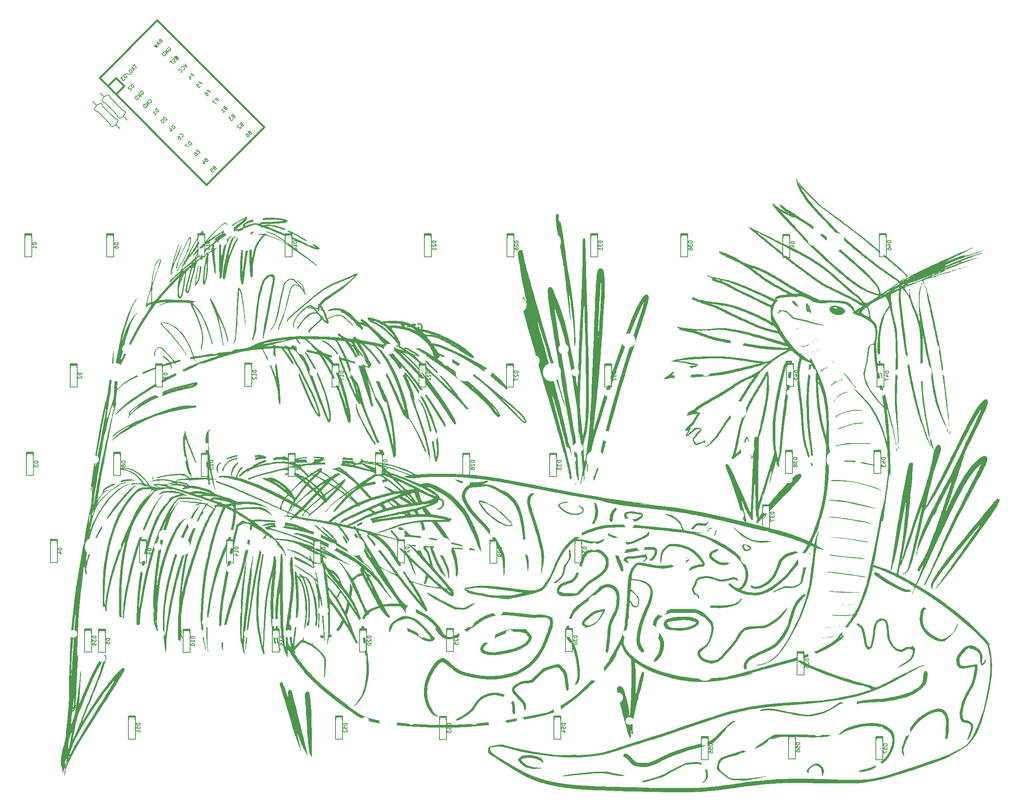
<source format=gbo>
G04 #@! TF.GenerationSoftware,KiCad,Pcbnew,7.0.9-1.fc39*
G04 #@! TF.CreationDate,2024-01-02T19:26:34+02:00*
G04 #@! TF.ProjectId,SplitHside5,53706c69-7448-4736-9964-65352e6b6963,rev?*
G04 #@! TF.SameCoordinates,Original*
G04 #@! TF.FileFunction,Legend,Bot*
G04 #@! TF.FilePolarity,Positive*
%FSLAX46Y46*%
G04 Gerber Fmt 4.6, Leading zero omitted, Abs format (unit mm)*
G04 Created by KiCad (PCBNEW 7.0.9-1.fc39) date 2024-01-02 19:26:34*
%MOMM*%
%LPD*%
G01*
G04 APERTURE LIST*
G04 Aperture macros list*
%AMHorizOval*
0 Thick line with rounded ends*
0 $1 width*
0 $2 $3 position (X,Y) of the first rounded end (center of the circle)*
0 $4 $5 position (X,Y) of the second rounded end (center of the circle)*
0 Add line between two ends*
20,1,$1,$2,$3,$4,$5,0*
0 Add two circle primitives to create the rounded ends*
1,1,$1,$2,$3*
1,1,$1,$4,$5*%
%AMRotRect*
0 Rectangle, with rotation*
0 The origin of the aperture is its center*
0 $1 length*
0 $2 width*
0 $3 Rotation angle, in degrees counterclockwise*
0 Add horizontal line*
21,1,$1,$2,0,0,$3*%
G04 Aperture macros list end*
%ADD10C,0.150000*%
%ADD11C,0.300000*%
%ADD12C,0.381000*%
%ADD13RotRect,1.752600X1.752600X315.000000*%
%ADD14C,1.752600*%
%ADD15C,1.651000*%
%ADD16C,1.750000*%
%ADD17C,3.987800*%
%ADD18C,2.250000*%
%ADD19C,0.800000*%
%ADD20HorizOval,1.600000X-0.141421X0.141421X0.141421X-0.141421X0*%
%ADD21R,1.200000X1.600000*%
%ADD22R,1.600000X1.600000*%
%ADD23C,1.600000*%
%ADD24C,3.048000*%
%ADD25C,3.200000*%
G04 APERTURE END LIST*
D10*
X80668860Y5581824D02*
X81045983Y4827576D01*
X81045983Y4827576D02*
X80291736Y5204700D01*
X80291736Y4181079D02*
X80345611Y4181079D01*
X80345611Y4181079D02*
X80453361Y4234954D01*
X80453361Y4234954D02*
X80507235Y4288829D01*
X80507235Y4288829D02*
X80561110Y4396578D01*
X80561110Y4396578D02*
X80561110Y4504328D01*
X80561110Y4504328D02*
X80534173Y4585140D01*
X80534173Y4585140D02*
X80453361Y4719827D01*
X80453361Y4719827D02*
X80372548Y4800639D01*
X80372548Y4800639D02*
X80237861Y4881451D01*
X80237861Y4881451D02*
X80157049Y4908389D01*
X80157049Y4908389D02*
X80049300Y4908389D01*
X80049300Y4908389D02*
X79941550Y4854514D01*
X79941550Y4854514D02*
X79887675Y4800639D01*
X79887675Y4800639D02*
X79833800Y4692890D01*
X79833800Y4692890D02*
X79833800Y4639015D01*
X79726051Y3615394D02*
X79779926Y3615394D01*
X79779926Y3615394D02*
X79887675Y3669268D01*
X79887675Y3669268D02*
X79941550Y3723143D01*
X79941550Y3723143D02*
X79995425Y3830893D01*
X79995425Y3830893D02*
X79995425Y3938642D01*
X79995425Y3938642D02*
X79968487Y4019455D01*
X79968487Y4019455D02*
X79887675Y4154142D01*
X79887675Y4154142D02*
X79806863Y4234954D01*
X79806863Y4234954D02*
X79672176Y4315766D01*
X79672176Y4315766D02*
X79591364Y4342703D01*
X79591364Y4342703D02*
X79483614Y4342703D01*
X79483614Y4342703D02*
X79375865Y4288829D01*
X79375865Y4288829D02*
X79321990Y4234954D01*
X79321990Y4234954D02*
X79268115Y4127204D01*
X79268115Y4127204D02*
X79268115Y4073329D01*
X74970858Y-4839649D02*
X74405173Y-4273964D01*
X74405173Y-4273964D02*
X74270486Y-4408651D01*
X74270486Y-4408651D02*
X74216611Y-4516401D01*
X74216611Y-4516401D02*
X74216611Y-4624150D01*
X74216611Y-4624150D02*
X74243549Y-4704962D01*
X74243549Y-4704962D02*
X74324361Y-4839649D01*
X74324361Y-4839649D02*
X74405173Y-4920462D01*
X74405173Y-4920462D02*
X74539860Y-5001274D01*
X74539860Y-5001274D02*
X74620672Y-5028211D01*
X74620672Y-5028211D02*
X74728422Y-5028211D01*
X74728422Y-5028211D02*
X74836171Y-4974336D01*
X74836171Y-4974336D02*
X74970858Y-4839649D01*
X74108862Y-5701646D02*
X74432110Y-5378397D01*
X74270486Y-5540022D02*
X73704801Y-4974336D01*
X73704801Y-4974336D02*
X73839488Y-5001274D01*
X73839488Y-5001274D02*
X73947237Y-5001274D01*
X73947237Y-5001274D02*
X74028049Y-4974336D01*
X76780446Y8823740D02*
X76807383Y8904552D01*
X76807383Y8904552D02*
X76888195Y8985364D01*
X76888195Y8985364D02*
X76995945Y9039239D01*
X76995945Y9039239D02*
X77103695Y9039239D01*
X77103695Y9039239D02*
X77184507Y9012302D01*
X77184507Y9012302D02*
X77319194Y8931490D01*
X77319194Y8931490D02*
X77400006Y8850677D01*
X77400006Y8850677D02*
X77480818Y8715990D01*
X77480818Y8715990D02*
X77507756Y8635178D01*
X77507756Y8635178D02*
X77507756Y8527429D01*
X77507756Y8527429D02*
X77453881Y8419679D01*
X77453881Y8419679D02*
X77400006Y8365804D01*
X77400006Y8365804D02*
X77292256Y8311929D01*
X77292256Y8311929D02*
X77238382Y8311929D01*
X77238382Y8311929D02*
X77049820Y8500491D01*
X77049820Y8500491D02*
X77157569Y8608241D01*
X77049820Y8015618D02*
X76484134Y8581303D01*
X76484134Y8581303D02*
X76726571Y7692369D01*
X76726571Y7692369D02*
X76160886Y8258055D01*
X76457197Y7422995D02*
X75891512Y7988681D01*
X75891512Y7988681D02*
X75756825Y7853994D01*
X75756825Y7853994D02*
X75702950Y7746244D01*
X75702950Y7746244D02*
X75702950Y7638495D01*
X75702950Y7638495D02*
X75729887Y7557682D01*
X75729887Y7557682D02*
X75810700Y7422995D01*
X75810700Y7422995D02*
X75891512Y7342183D01*
X75891512Y7342183D02*
X76026199Y7261371D01*
X76026199Y7261371D02*
X76107011Y7234434D01*
X76107011Y7234434D02*
X76214761Y7234434D01*
X76214761Y7234434D02*
X76322510Y7288308D01*
X76322510Y7288308D02*
X76457197Y7422995D01*
X76766909Y-6635701D02*
X76201224Y-6070016D01*
X76201224Y-6070016D02*
X76066537Y-6204703D01*
X76066537Y-6204703D02*
X76012662Y-6312453D01*
X76012662Y-6312453D02*
X76012662Y-6420202D01*
X76012662Y-6420202D02*
X76039600Y-6501014D01*
X76039600Y-6501014D02*
X76120412Y-6635701D01*
X76120412Y-6635701D02*
X76201224Y-6716514D01*
X76201224Y-6716514D02*
X76335911Y-6797326D01*
X76335911Y-6797326D02*
X76416723Y-6824263D01*
X76416723Y-6824263D02*
X76524473Y-6824263D01*
X76524473Y-6824263D02*
X76632222Y-6770388D01*
X76632222Y-6770388D02*
X76766909Y-6635701D01*
X75527789Y-6743451D02*
X75473914Y-6797326D01*
X75473914Y-6797326D02*
X75446977Y-6878138D01*
X75446977Y-6878138D02*
X75446977Y-6932013D01*
X75446977Y-6932013D02*
X75473914Y-7012825D01*
X75473914Y-7012825D02*
X75554726Y-7147512D01*
X75554726Y-7147512D02*
X75689413Y-7282199D01*
X75689413Y-7282199D02*
X75824100Y-7363011D01*
X75824100Y-7363011D02*
X75904913Y-7389949D01*
X75904913Y-7389949D02*
X75958787Y-7389949D01*
X75958787Y-7389949D02*
X76039600Y-7363011D01*
X76039600Y-7363011D02*
X76093474Y-7309137D01*
X76093474Y-7309137D02*
X76120412Y-7228324D01*
X76120412Y-7228324D02*
X76120412Y-7174449D01*
X76120412Y-7174449D02*
X76093474Y-7093637D01*
X76093474Y-7093637D02*
X76012662Y-6958950D01*
X76012662Y-6958950D02*
X75877975Y-6824263D01*
X75877975Y-6824263D02*
X75743288Y-6743451D01*
X75743288Y-6743451D02*
X75662476Y-6716514D01*
X75662476Y-6716514D02*
X75608601Y-6716514D01*
X75608601Y-6716514D02*
X75527789Y-6743451D01*
X69582704Y548503D02*
X69017019Y1114188D01*
X69017019Y1114188D02*
X68882332Y979501D01*
X68882332Y979501D02*
X68828457Y871751D01*
X68828457Y871751D02*
X68828457Y764002D01*
X68828457Y764002D02*
X68855395Y683190D01*
X68855395Y683190D02*
X68936207Y548503D01*
X68936207Y548503D02*
X69017019Y467690D01*
X69017019Y467690D02*
X69151706Y386878D01*
X69151706Y386878D02*
X69232518Y359941D01*
X69232518Y359941D02*
X69340268Y359941D01*
X69340268Y359941D02*
X69448017Y413816D01*
X69448017Y413816D02*
X69582704Y548503D01*
X68532146Y521565D02*
X68478271Y521565D01*
X68478271Y521565D02*
X68397459Y494628D01*
X68397459Y494628D02*
X68262772Y359941D01*
X68262772Y359941D02*
X68235834Y279129D01*
X68235834Y279129D02*
X68235834Y225254D01*
X68235834Y225254D02*
X68262772Y144442D01*
X68262772Y144442D02*
X68316647Y90567D01*
X68316647Y90567D02*
X68424396Y36692D01*
X68424396Y36692D02*
X69070894Y36692D01*
X69070894Y36692D02*
X68720708Y-313493D01*
X94781364Y-9581239D02*
X94727489Y-9688988D01*
X94727489Y-9688988D02*
X94727489Y-9742863D01*
X94727489Y-9742863D02*
X94754427Y-9823675D01*
X94754427Y-9823675D02*
X94835239Y-9904488D01*
X94835239Y-9904488D02*
X94916051Y-9931425D01*
X94916051Y-9931425D02*
X94969926Y-9931425D01*
X94969926Y-9931425D02*
X95050738Y-9904488D01*
X95050738Y-9904488D02*
X95266237Y-9688988D01*
X95266237Y-9688988D02*
X94700552Y-9123303D01*
X94700552Y-9123303D02*
X94511990Y-9311865D01*
X94511990Y-9311865D02*
X94485053Y-9392677D01*
X94485053Y-9392677D02*
X94485053Y-9446552D01*
X94485053Y-9446552D02*
X94511990Y-9527364D01*
X94511990Y-9527364D02*
X94565865Y-9581239D01*
X94565865Y-9581239D02*
X94646677Y-9608176D01*
X94646677Y-9608176D02*
X94700552Y-9608176D01*
X94700552Y-9608176D02*
X94781364Y-9581239D01*
X94781364Y-9581239D02*
X94969926Y-9392677D01*
X93892430Y-9931425D02*
X94000180Y-9823675D01*
X94000180Y-9823675D02*
X94080992Y-9796738D01*
X94080992Y-9796738D02*
X94134867Y-9796738D01*
X94134867Y-9796738D02*
X94269554Y-9823675D01*
X94269554Y-9823675D02*
X94404241Y-9904488D01*
X94404241Y-9904488D02*
X94619740Y-10119987D01*
X94619740Y-10119987D02*
X94646677Y-10200799D01*
X94646677Y-10200799D02*
X94646677Y-10254674D01*
X94646677Y-10254674D02*
X94619740Y-10335486D01*
X94619740Y-10335486D02*
X94511990Y-10443236D01*
X94511990Y-10443236D02*
X94431178Y-10470173D01*
X94431178Y-10470173D02*
X94377303Y-10470173D01*
X94377303Y-10470173D02*
X94296491Y-10443236D01*
X94296491Y-10443236D02*
X94161804Y-10308549D01*
X94161804Y-10308549D02*
X94134867Y-10227736D01*
X94134867Y-10227736D02*
X94134867Y-10173862D01*
X94134867Y-10173862D02*
X94161804Y-10093049D01*
X94161804Y-10093049D02*
X94269554Y-9985300D01*
X94269554Y-9985300D02*
X94350366Y-9958362D01*
X94350366Y-9958362D02*
X94404241Y-9958362D01*
X94404241Y-9958362D02*
X94485053Y-9985300D01*
X70853477Y-695331D02*
X70880414Y-614519D01*
X70880414Y-614519D02*
X70961226Y-533707D01*
X70961226Y-533707D02*
X71068976Y-479832D01*
X71068976Y-479832D02*
X71176726Y-479832D01*
X71176726Y-479832D02*
X71257538Y-506769D01*
X71257538Y-506769D02*
X71392225Y-587581D01*
X71392225Y-587581D02*
X71473037Y-668394D01*
X71473037Y-668394D02*
X71553849Y-803081D01*
X71553849Y-803081D02*
X71580787Y-883893D01*
X71580787Y-883893D02*
X71580787Y-991642D01*
X71580787Y-991642D02*
X71526912Y-1099392D01*
X71526912Y-1099392D02*
X71473037Y-1153267D01*
X71473037Y-1153267D02*
X71365287Y-1207142D01*
X71365287Y-1207142D02*
X71311413Y-1207142D01*
X71311413Y-1207142D02*
X71122851Y-1018580D01*
X71122851Y-1018580D02*
X71230600Y-910830D01*
X71122851Y-1503453D02*
X70557165Y-937768D01*
X70557165Y-937768D02*
X70799602Y-1826702D01*
X70799602Y-1826702D02*
X70233917Y-1261016D01*
X70530228Y-2096076D02*
X69964543Y-1530390D01*
X69964543Y-1530390D02*
X69829856Y-1665077D01*
X69829856Y-1665077D02*
X69775981Y-1772827D01*
X69775981Y-1772827D02*
X69775981Y-1880576D01*
X69775981Y-1880576D02*
X69802918Y-1961389D01*
X69802918Y-1961389D02*
X69883731Y-2096076D01*
X69883731Y-2096076D02*
X69964543Y-2176888D01*
X69964543Y-2176888D02*
X70099230Y-2257700D01*
X70099230Y-2257700D02*
X70180042Y-2284637D01*
X70180042Y-2284637D02*
X70287792Y-2284637D01*
X70287792Y-2284637D02*
X70395541Y-2230763D01*
X70395541Y-2230763D02*
X70530228Y-2096076D01*
X92985313Y-7785187D02*
X92931438Y-7892936D01*
X92931438Y-7892936D02*
X92931438Y-7946811D01*
X92931438Y-7946811D02*
X92958376Y-8027623D01*
X92958376Y-8027623D02*
X93039188Y-8108436D01*
X93039188Y-8108436D02*
X93120000Y-8135373D01*
X93120000Y-8135373D02*
X93173875Y-8135373D01*
X93173875Y-8135373D02*
X93254687Y-8108436D01*
X93254687Y-8108436D02*
X93470186Y-7892936D01*
X93470186Y-7892936D02*
X92904501Y-7327251D01*
X92904501Y-7327251D02*
X92715939Y-7515813D01*
X92715939Y-7515813D02*
X92689002Y-7596625D01*
X92689002Y-7596625D02*
X92689002Y-7650500D01*
X92689002Y-7650500D02*
X92715939Y-7731312D01*
X92715939Y-7731312D02*
X92769814Y-7785187D01*
X92769814Y-7785187D02*
X92850626Y-7812124D01*
X92850626Y-7812124D02*
X92904501Y-7812124D01*
X92904501Y-7812124D02*
X92985313Y-7785187D01*
X92985313Y-7785187D02*
X93173875Y-7596625D01*
X92419628Y-7919874D02*
X92365753Y-7919874D01*
X92365753Y-7919874D02*
X92284941Y-7946811D01*
X92284941Y-7946811D02*
X92150254Y-8081498D01*
X92150254Y-8081498D02*
X92123316Y-8162310D01*
X92123316Y-8162310D02*
X92123316Y-8216185D01*
X92123316Y-8216185D02*
X92150254Y-8296997D01*
X92150254Y-8296997D02*
X92204129Y-8350872D01*
X92204129Y-8350872D02*
X92311878Y-8404747D01*
X92311878Y-8404747D02*
X92958376Y-8404747D01*
X92958376Y-8404747D02*
X92608190Y-8754933D01*
X78722599Y6178454D02*
X78668724Y6070704D01*
X78668724Y6070704D02*
X78534037Y5936017D01*
X78534037Y5936017D02*
X78453225Y5909080D01*
X78453225Y5909080D02*
X78399350Y5909080D01*
X78399350Y5909080D02*
X78318538Y5936017D01*
X78318538Y5936017D02*
X78264663Y5989892D01*
X78264663Y5989892D02*
X78237726Y6070704D01*
X78237726Y6070704D02*
X78237726Y6124579D01*
X78237726Y6124579D02*
X78264663Y6205391D01*
X78264663Y6205391D02*
X78345475Y6340078D01*
X78345475Y6340078D02*
X78372413Y6420891D01*
X78372413Y6420891D02*
X78372413Y6474765D01*
X78372413Y6474765D02*
X78345475Y6555578D01*
X78345475Y6555578D02*
X78291601Y6609452D01*
X78291601Y6609452D02*
X78210788Y6636390D01*
X78210788Y6636390D02*
X78156914Y6636390D01*
X78156914Y6636390D02*
X78076101Y6609452D01*
X78076101Y6609452D02*
X77941414Y6474765D01*
X77941414Y6474765D02*
X77887539Y6367016D01*
X77698978Y6232329D02*
X77375729Y5909080D01*
X78103039Y5505019D02*
X77537353Y6070704D01*
X69688154Y5377426D02*
X69364905Y5054177D01*
X70092215Y4650116D02*
X69526530Y5215802D01*
X69230218Y4919490D02*
X69418780Y3976681D01*
X68853095Y4542367D02*
X69795904Y4353805D01*
X68529846Y4219118D02*
X68475971Y4165243D01*
X68475971Y4165243D02*
X68449034Y4084431D01*
X68449034Y4084431D02*
X68449034Y4030556D01*
X68449034Y4030556D02*
X68475971Y3949744D01*
X68475971Y3949744D02*
X68556783Y3815057D01*
X68556783Y3815057D02*
X68691470Y3680370D01*
X68691470Y3680370D02*
X68826157Y3599558D01*
X68826157Y3599558D02*
X68906969Y3572620D01*
X68906969Y3572620D02*
X68960844Y3572620D01*
X68960844Y3572620D02*
X69041656Y3599558D01*
X69041656Y3599558D02*
X69095531Y3653432D01*
X69095531Y3653432D02*
X69122469Y3734245D01*
X69122469Y3734245D02*
X69122469Y3788119D01*
X69122469Y3788119D02*
X69095531Y3868932D01*
X69095531Y3868932D02*
X69014719Y4003619D01*
X69014719Y4003619D02*
X68880032Y4138306D01*
X68880032Y4138306D02*
X68745345Y4219118D01*
X68745345Y4219118D02*
X68664533Y4246055D01*
X68664533Y4246055D02*
X68610658Y4246055D01*
X68610658Y4246055D02*
X68529846Y4219118D01*
X67667849Y3410996D02*
X68880032Y3168559D01*
X68071910Y2629811D02*
X67506224Y3195497D01*
X67506224Y3195497D02*
X67371537Y3060810D01*
X67371537Y3060810D02*
X67317663Y2953060D01*
X67317663Y2953060D02*
X67317663Y2845310D01*
X67317663Y2845310D02*
X67344600Y2764498D01*
X67344600Y2764498D02*
X67425412Y2629811D01*
X67425412Y2629811D02*
X67506224Y2548999D01*
X67506224Y2548999D02*
X67640912Y2468187D01*
X67640912Y2468187D02*
X67721724Y2441249D01*
X67721724Y2441249D02*
X67829473Y2441249D01*
X67829473Y2441249D02*
X67937223Y2495124D01*
X67937223Y2495124D02*
X68071910Y2629811D01*
X66994414Y2683686D02*
X66644228Y2333500D01*
X66644228Y2333500D02*
X67048289Y2306562D01*
X67048289Y2306562D02*
X66967476Y2225750D01*
X66967476Y2225750D02*
X66940539Y2144938D01*
X66940539Y2144938D02*
X66940539Y2091063D01*
X66940539Y2091063D02*
X66967476Y2010251D01*
X66967476Y2010251D02*
X67102163Y1875564D01*
X67102163Y1875564D02*
X67182976Y1848626D01*
X67182976Y1848626D02*
X67236850Y1848626D01*
X67236850Y1848626D02*
X67317663Y1875564D01*
X67317663Y1875564D02*
X67479287Y2037188D01*
X67479287Y2037188D02*
X67506224Y2118000D01*
X67506224Y2118000D02*
X67506224Y2171875D01*
X85760702Y-641388D02*
X85949264Y-452826D01*
X86245575Y-749138D02*
X85679890Y-183452D01*
X85679890Y-183452D02*
X85410516Y-452826D01*
X84952580Y-910762D02*
X85060330Y-803012D01*
X85060330Y-803012D02*
X85141142Y-776075D01*
X85141142Y-776075D02*
X85195017Y-776075D01*
X85195017Y-776075D02*
X85329704Y-803012D01*
X85329704Y-803012D02*
X85464391Y-883824D01*
X85464391Y-883824D02*
X85679890Y-1099324D01*
X85679890Y-1099324D02*
X85706827Y-1180136D01*
X85706827Y-1180136D02*
X85706827Y-1234011D01*
X85706827Y-1234011D02*
X85679890Y-1314823D01*
X85679890Y-1314823D02*
X85572140Y-1422573D01*
X85572140Y-1422573D02*
X85491328Y-1449510D01*
X85491328Y-1449510D02*
X85437453Y-1449510D01*
X85437453Y-1449510D02*
X85356641Y-1422573D01*
X85356641Y-1422573D02*
X85221954Y-1287885D01*
X85221954Y-1287885D02*
X85195017Y-1207073D01*
X85195017Y-1207073D02*
X85195017Y-1153198D01*
X85195017Y-1153198D02*
X85221954Y-1072386D01*
X85221954Y-1072386D02*
X85329704Y-964637D01*
X85329704Y-964637D02*
X85410516Y-937699D01*
X85410516Y-937699D02*
X85464391Y-937699D01*
X85464391Y-937699D02*
X85545203Y-964637D01*
X72649528Y-2491382D02*
X72676465Y-2410570D01*
X72676465Y-2410570D02*
X72757277Y-2329758D01*
X72757277Y-2329758D02*
X72865027Y-2275883D01*
X72865027Y-2275883D02*
X72972777Y-2275883D01*
X72972777Y-2275883D02*
X73053589Y-2302820D01*
X73053589Y-2302820D02*
X73188276Y-2383632D01*
X73188276Y-2383632D02*
X73269088Y-2464445D01*
X73269088Y-2464445D02*
X73349900Y-2599132D01*
X73349900Y-2599132D02*
X73376838Y-2679944D01*
X73376838Y-2679944D02*
X73376838Y-2787693D01*
X73376838Y-2787693D02*
X73322963Y-2895443D01*
X73322963Y-2895443D02*
X73269088Y-2949318D01*
X73269088Y-2949318D02*
X73161338Y-3003193D01*
X73161338Y-3003193D02*
X73107464Y-3003193D01*
X73107464Y-3003193D02*
X72918902Y-2814631D01*
X72918902Y-2814631D02*
X73026651Y-2706881D01*
X72918902Y-3299504D02*
X72353216Y-2733819D01*
X72353216Y-2733819D02*
X72595653Y-3622753D01*
X72595653Y-3622753D02*
X72029968Y-3057067D01*
X72326279Y-3892127D02*
X71760594Y-3326441D01*
X71760594Y-3326441D02*
X71625907Y-3461128D01*
X71625907Y-3461128D02*
X71572032Y-3568878D01*
X71572032Y-3568878D02*
X71572032Y-3676627D01*
X71572032Y-3676627D02*
X71598969Y-3757440D01*
X71598969Y-3757440D02*
X71679782Y-3892127D01*
X71679782Y-3892127D02*
X71760594Y-3972939D01*
X71760594Y-3972939D02*
X71895281Y-4053751D01*
X71895281Y-4053751D02*
X71976093Y-4080688D01*
X71976093Y-4080688D02*
X72083843Y-4080688D01*
X72083843Y-4080688D02*
X72191592Y-4026814D01*
X72191592Y-4026814D02*
X72326279Y-3892127D01*
X87556753Y-2437440D02*
X87745315Y-2248878D01*
X88041626Y-2545190D02*
X87475941Y-1979504D01*
X87475941Y-1979504D02*
X87206567Y-2248878D01*
X87044943Y-2410502D02*
X86667819Y-2787626D01*
X86667819Y-2787626D02*
X87475941Y-3110875D01*
X85262292Y-15508208D02*
X85208417Y-15615957D01*
X85208417Y-15615957D02*
X85208417Y-15669832D01*
X85208417Y-15669832D02*
X85235355Y-15750644D01*
X85235355Y-15750644D02*
X85316167Y-15831457D01*
X85316167Y-15831457D02*
X85396979Y-15858394D01*
X85396979Y-15858394D02*
X85450854Y-15858394D01*
X85450854Y-15858394D02*
X85531666Y-15831457D01*
X85531666Y-15831457D02*
X85747165Y-15615957D01*
X85747165Y-15615957D02*
X85181480Y-15050272D01*
X85181480Y-15050272D02*
X84992918Y-15238834D01*
X84992918Y-15238834D02*
X84965981Y-15319646D01*
X84965981Y-15319646D02*
X84965981Y-15373521D01*
X84965981Y-15373521D02*
X84992918Y-15454333D01*
X84992918Y-15454333D02*
X85046793Y-15508208D01*
X85046793Y-15508208D02*
X85127605Y-15535145D01*
X85127605Y-15535145D02*
X85181480Y-15535145D01*
X85181480Y-15535145D02*
X85262292Y-15508208D01*
X85262292Y-15508208D02*
X85450854Y-15319646D01*
X84561920Y-16046956D02*
X84939043Y-16424080D01*
X84481108Y-15696770D02*
X85019856Y-15966144D01*
X85019856Y-15966144D02*
X84669669Y-16316330D01*
X82168599Y2950713D02*
X82357161Y3139275D01*
X82653472Y2842963D02*
X82087787Y3408649D01*
X82087787Y3408649D02*
X81818413Y3139275D01*
X81549039Y2492777D02*
X81926163Y2115654D01*
X81468227Y2842964D02*
X82006975Y2573590D01*
X82006975Y2573590D02*
X81656789Y2223403D01*
X78562960Y-8431752D02*
X77997275Y-7866067D01*
X77997275Y-7866067D02*
X77862588Y-8000754D01*
X77862588Y-8000754D02*
X77808713Y-8108504D01*
X77808713Y-8108504D02*
X77808713Y-8216253D01*
X77808713Y-8216253D02*
X77835651Y-8297065D01*
X77835651Y-8297065D02*
X77916463Y-8431752D01*
X77916463Y-8431752D02*
X77997275Y-8512565D01*
X77997275Y-8512565D02*
X78131962Y-8593377D01*
X78131962Y-8593377D02*
X78212774Y-8620314D01*
X78212774Y-8620314D02*
X78320524Y-8620314D01*
X78320524Y-8620314D02*
X78428273Y-8566439D01*
X78428273Y-8566439D02*
X78562960Y-8431752D01*
X77377715Y-8862751D02*
X77754838Y-9239875D01*
X77296903Y-8512565D02*
X77835651Y-8781939D01*
X77835651Y-8781939D02*
X77485464Y-9132125D01*
X82155063Y-12023854D02*
X81589378Y-11458169D01*
X81589378Y-11458169D02*
X81454691Y-11592856D01*
X81454691Y-11592856D02*
X81400816Y-11700606D01*
X81400816Y-11700606D02*
X81400816Y-11808355D01*
X81400816Y-11808355D02*
X81427754Y-11889167D01*
X81427754Y-11889167D02*
X81508566Y-12023854D01*
X81508566Y-12023854D02*
X81589378Y-12104667D01*
X81589378Y-12104667D02*
X81724065Y-12185479D01*
X81724065Y-12185479D02*
X81804877Y-12212416D01*
X81804877Y-12212416D02*
X81912627Y-12212416D01*
X81912627Y-12212416D02*
X82020376Y-12158541D01*
X82020376Y-12158541D02*
X82155063Y-12023854D01*
X81077567Y-11969980D02*
X80700444Y-12347103D01*
X80700444Y-12347103D02*
X81508566Y-12670352D01*
X75482736Y10040637D02*
X75401924Y10498573D01*
X75805985Y10363886D02*
X75240300Y10929572D01*
X75240300Y10929572D02*
X75024800Y10714072D01*
X75024800Y10714072D02*
X74997863Y10633260D01*
X74997863Y10633260D02*
X74997863Y10579385D01*
X74997863Y10579385D02*
X75024800Y10498573D01*
X75024800Y10498573D02*
X75105613Y10417761D01*
X75105613Y10417761D02*
X75186425Y10390824D01*
X75186425Y10390824D02*
X75240300Y10390824D01*
X75240300Y10390824D02*
X75321112Y10417761D01*
X75321112Y10417761D02*
X75536611Y10633260D01*
X75105613Y9986763D02*
X74836239Y9717389D01*
X75321112Y9879013D02*
X74566865Y10256137D01*
X74566865Y10256137D02*
X74943988Y9501889D01*
X74243616Y9932888D02*
X74674614Y9232516D01*
X74674614Y9232516D02*
X74162804Y9528827D01*
X74162804Y9528827D02*
X74459115Y9017016D01*
X74459115Y9017016D02*
X73758743Y9448015D01*
X79981889Y-10497177D02*
X80035764Y-10497177D01*
X80035764Y-10497177D02*
X80143513Y-10443303D01*
X80143513Y-10443303D02*
X80197388Y-10389428D01*
X80197388Y-10389428D02*
X80251263Y-10281678D01*
X80251263Y-10281678D02*
X80251263Y-10173929D01*
X80251263Y-10173929D02*
X80224325Y-10093116D01*
X80224325Y-10093116D02*
X80143513Y-9958429D01*
X80143513Y-9958429D02*
X80062701Y-9877617D01*
X80062701Y-9877617D02*
X79928014Y-9796805D01*
X79928014Y-9796805D02*
X79847202Y-9769868D01*
X79847202Y-9769868D02*
X79739452Y-9769868D01*
X79739452Y-9769868D02*
X79631703Y-9823742D01*
X79631703Y-9823742D02*
X79577828Y-9877617D01*
X79577828Y-9877617D02*
X79523953Y-9985367D01*
X79523953Y-9985367D02*
X79523953Y-10039242D01*
X78985205Y-10470240D02*
X79092955Y-10362490D01*
X79092955Y-10362490D02*
X79173767Y-10335553D01*
X79173767Y-10335553D02*
X79227642Y-10335553D01*
X79227642Y-10335553D02*
X79362329Y-10362490D01*
X79362329Y-10362490D02*
X79497016Y-10443303D01*
X79497016Y-10443303D02*
X79712515Y-10658802D01*
X79712515Y-10658802D02*
X79739452Y-10739614D01*
X79739452Y-10739614D02*
X79739452Y-10793489D01*
X79739452Y-10793489D02*
X79712515Y-10874301D01*
X79712515Y-10874301D02*
X79604765Y-10982051D01*
X79604765Y-10982051D02*
X79523953Y-11008988D01*
X79523953Y-11008988D02*
X79470078Y-11008988D01*
X79470078Y-11008988D02*
X79389266Y-10982051D01*
X79389266Y-10982051D02*
X79254579Y-10847364D01*
X79254579Y-10847364D02*
X79227642Y-10766551D01*
X79227642Y-10766551D02*
X79227642Y-10712677D01*
X79227642Y-10712677D02*
X79254579Y-10631864D01*
X79254579Y-10631864D02*
X79362329Y-10524115D01*
X79362329Y-10524115D02*
X79443141Y-10497177D01*
X79443141Y-10497177D02*
X79497016Y-10497177D01*
X79497016Y-10497177D02*
X79577828Y-10524115D01*
X83627866Y-13550531D02*
X83439304Y-13739093D01*
X83654803Y-14116217D02*
X83924177Y-13846843D01*
X83924177Y-13846843D02*
X83358492Y-13281157D01*
X83358492Y-13281157D02*
X83089118Y-13550531D01*
X82604244Y-14035405D02*
X82711994Y-13927655D01*
X82711994Y-13927655D02*
X82792806Y-13900718D01*
X82792806Y-13900718D02*
X82846681Y-13900718D01*
X82846681Y-13900718D02*
X82981368Y-13927655D01*
X82981368Y-13927655D02*
X83116055Y-14008467D01*
X83116055Y-14008467D02*
X83331554Y-14223967D01*
X83331554Y-14223967D02*
X83358491Y-14304779D01*
X83358491Y-14304779D02*
X83358491Y-14358654D01*
X83358491Y-14358654D02*
X83331554Y-14439466D01*
X83331554Y-14439466D02*
X83223804Y-14547215D01*
X83223804Y-14547215D02*
X83142992Y-14574153D01*
X83142992Y-14574153D02*
X83089117Y-14574153D01*
X83089117Y-14574153D02*
X83008305Y-14547215D01*
X83008305Y-14547215D02*
X82873618Y-14412528D01*
X82873618Y-14412528D02*
X82846681Y-14331716D01*
X82846681Y-14331716D02*
X82846681Y-14277841D01*
X82846681Y-14277841D02*
X82873618Y-14197029D01*
X82873618Y-14197029D02*
X82981368Y-14089280D01*
X82981368Y-14089280D02*
X83062180Y-14062342D01*
X83062180Y-14062342D02*
X83116055Y-14062342D01*
X83116055Y-14062342D02*
X83196867Y-14089280D01*
X87058344Y-17304259D02*
X87004469Y-17412008D01*
X87004469Y-17412008D02*
X87004469Y-17465883D01*
X87004469Y-17465883D02*
X87031407Y-17546695D01*
X87031407Y-17546695D02*
X87112219Y-17627508D01*
X87112219Y-17627508D02*
X87193031Y-17654445D01*
X87193031Y-17654445D02*
X87246906Y-17654445D01*
X87246906Y-17654445D02*
X87327718Y-17627508D01*
X87327718Y-17627508D02*
X87543217Y-17412008D01*
X87543217Y-17412008D02*
X86977532Y-16846323D01*
X86977532Y-16846323D02*
X86788970Y-17034885D01*
X86788970Y-17034885D02*
X86762033Y-17115697D01*
X86762033Y-17115697D02*
X86762033Y-17169572D01*
X86762033Y-17169572D02*
X86788970Y-17250384D01*
X86788970Y-17250384D02*
X86842845Y-17304259D01*
X86842845Y-17304259D02*
X86923657Y-17331196D01*
X86923657Y-17331196D02*
X86977532Y-17331196D01*
X86977532Y-17331196D02*
X87058344Y-17304259D01*
X87058344Y-17304259D02*
X87246906Y-17115697D01*
X86142473Y-17681382D02*
X86411847Y-17412008D01*
X86411847Y-17412008D02*
X86708158Y-17654445D01*
X86708158Y-17654445D02*
X86654283Y-17654445D01*
X86654283Y-17654445D02*
X86573471Y-17681382D01*
X86573471Y-17681382D02*
X86438784Y-17816069D01*
X86438784Y-17816069D02*
X86411847Y-17896882D01*
X86411847Y-17896882D02*
X86411847Y-17950756D01*
X86411847Y-17950756D02*
X86438784Y-18031569D01*
X86438784Y-18031569D02*
X86573471Y-18166256D01*
X86573471Y-18166256D02*
X86654283Y-18193193D01*
X86654283Y-18193193D02*
X86708158Y-18193193D01*
X86708158Y-18193193D02*
X86788970Y-18166256D01*
X86788970Y-18166256D02*
X86923657Y-18031569D01*
X86923657Y-18031569D02*
X86950595Y-17950756D01*
X86950595Y-17950756D02*
X86950595Y-17896882D01*
X83964651Y1154662D02*
X84153213Y1343224D01*
X84449524Y1046912D02*
X83883839Y1612598D01*
X83883839Y1612598D02*
X83614465Y1343224D01*
X83129592Y858351D02*
X83398966Y1127725D01*
X83398966Y1127725D02*
X83695277Y885288D01*
X83695277Y885288D02*
X83641402Y885288D01*
X83641402Y885288D02*
X83560590Y858351D01*
X83560590Y858351D02*
X83425903Y723664D01*
X83425903Y723664D02*
X83398966Y642852D01*
X83398966Y642852D02*
X83398966Y588977D01*
X83398966Y588977D02*
X83425903Y508165D01*
X83425903Y508165D02*
X83560590Y373477D01*
X83560590Y373477D02*
X83641402Y346540D01*
X83641402Y346540D02*
X83695277Y346540D01*
X83695277Y346540D02*
X83776089Y373477D01*
X83776089Y373477D02*
X83910776Y508165D01*
X83910776Y508165D02*
X83937714Y588977D01*
X83937714Y588977D02*
X83937714Y642852D01*
X91189261Y-5989136D02*
X91135386Y-6096885D01*
X91135386Y-6096885D02*
X91135386Y-6150760D01*
X91135386Y-6150760D02*
X91162324Y-6231572D01*
X91162324Y-6231572D02*
X91243136Y-6312385D01*
X91243136Y-6312385D02*
X91323948Y-6339322D01*
X91323948Y-6339322D02*
X91377823Y-6339322D01*
X91377823Y-6339322D02*
X91458635Y-6312385D01*
X91458635Y-6312385D02*
X91674134Y-6096885D01*
X91674134Y-6096885D02*
X91108449Y-5531200D01*
X91108449Y-5531200D02*
X90919887Y-5719762D01*
X90919887Y-5719762D02*
X90892950Y-5800574D01*
X90892950Y-5800574D02*
X90892950Y-5854449D01*
X90892950Y-5854449D02*
X90919887Y-5935261D01*
X90919887Y-5935261D02*
X90973762Y-5989136D01*
X90973762Y-5989136D02*
X91054574Y-6016073D01*
X91054574Y-6016073D02*
X91108449Y-6016073D01*
X91108449Y-6016073D02*
X91189261Y-5989136D01*
X91189261Y-5989136D02*
X91377823Y-5800574D01*
X90596638Y-6043011D02*
X90246452Y-6393197D01*
X90246452Y-6393197D02*
X90650513Y-6420134D01*
X90650513Y-6420134D02*
X90569701Y-6500946D01*
X90569701Y-6500946D02*
X90542764Y-6581759D01*
X90542764Y-6581759D02*
X90542764Y-6635633D01*
X90542764Y-6635633D02*
X90569701Y-6716446D01*
X90569701Y-6716446D02*
X90704388Y-6851133D01*
X90704388Y-6851133D02*
X90785200Y-6878070D01*
X90785200Y-6878070D02*
X90839075Y-6878070D01*
X90839075Y-6878070D02*
X90919887Y-6851133D01*
X90919887Y-6851133D02*
X91081512Y-6689508D01*
X91081512Y-6689508D02*
X91108449Y-6608696D01*
X91108449Y-6608696D02*
X91108449Y-6554821D01*
X89393210Y-4193085D02*
X89339335Y-4300834D01*
X89339335Y-4300834D02*
X89339335Y-4354709D01*
X89339335Y-4354709D02*
X89366273Y-4435521D01*
X89366273Y-4435521D02*
X89447085Y-4516334D01*
X89447085Y-4516334D02*
X89527897Y-4543271D01*
X89527897Y-4543271D02*
X89581772Y-4543271D01*
X89581772Y-4543271D02*
X89662584Y-4516334D01*
X89662584Y-4516334D02*
X89878083Y-4300834D01*
X89878083Y-4300834D02*
X89312398Y-3735149D01*
X89312398Y-3735149D02*
X89123836Y-3923711D01*
X89123836Y-3923711D02*
X89096899Y-4004523D01*
X89096899Y-4004523D02*
X89096899Y-4058398D01*
X89096899Y-4058398D02*
X89123836Y-4139210D01*
X89123836Y-4139210D02*
X89177711Y-4193085D01*
X89177711Y-4193085D02*
X89258523Y-4220022D01*
X89258523Y-4220022D02*
X89312398Y-4220022D01*
X89312398Y-4220022D02*
X89393210Y-4193085D01*
X89393210Y-4193085D02*
X89581772Y-4004523D01*
X89016087Y-5162831D02*
X89339335Y-4839582D01*
X89177711Y-5001207D02*
X88612026Y-4435521D01*
X88612026Y-4435521D02*
X88746713Y-4462459D01*
X88746713Y-4462459D02*
X88854462Y-4462459D01*
X88854462Y-4462459D02*
X88935274Y-4435521D01*
X48195695Y-33605224D02*
X47395695Y-33605224D01*
X47395695Y-33605224D02*
X47395695Y-33795700D01*
X47395695Y-33795700D02*
X47433790Y-33909986D01*
X47433790Y-33909986D02*
X47509980Y-33986176D01*
X47509980Y-33986176D02*
X47586171Y-34024271D01*
X47586171Y-34024271D02*
X47738552Y-34062367D01*
X47738552Y-34062367D02*
X47852838Y-34062367D01*
X47852838Y-34062367D02*
X48005219Y-34024271D01*
X48005219Y-34024271D02*
X48081409Y-33986176D01*
X48081409Y-33986176D02*
X48157600Y-33909986D01*
X48157600Y-33909986D02*
X48195695Y-33795700D01*
X48195695Y-33795700D02*
X48195695Y-33605224D01*
X48195695Y-34824271D02*
X48195695Y-34367128D01*
X48195695Y-34595700D02*
X47395695Y-34595700D01*
X47395695Y-34595700D02*
X47509980Y-34519509D01*
X47509980Y-34519509D02*
X47586171Y-34443319D01*
X47586171Y-34443319D02*
X47624266Y-34367128D01*
X58118545Y-62034924D02*
X57318545Y-62034924D01*
X57318545Y-62034924D02*
X57318545Y-62225400D01*
X57318545Y-62225400D02*
X57356640Y-62339686D01*
X57356640Y-62339686D02*
X57432830Y-62415876D01*
X57432830Y-62415876D02*
X57509021Y-62453971D01*
X57509021Y-62453971D02*
X57661402Y-62492067D01*
X57661402Y-62492067D02*
X57775688Y-62492067D01*
X57775688Y-62492067D02*
X57928069Y-62453971D01*
X57928069Y-62453971D02*
X58004259Y-62415876D01*
X58004259Y-62415876D02*
X58080450Y-62339686D01*
X58080450Y-62339686D02*
X58118545Y-62225400D01*
X58118545Y-62225400D02*
X58118545Y-62034924D01*
X57394735Y-62796828D02*
X57356640Y-62834924D01*
X57356640Y-62834924D02*
X57318545Y-62911114D01*
X57318545Y-62911114D02*
X57318545Y-63101590D01*
X57318545Y-63101590D02*
X57356640Y-63177781D01*
X57356640Y-63177781D02*
X57394735Y-63215876D01*
X57394735Y-63215876D02*
X57470926Y-63253971D01*
X57470926Y-63253971D02*
X57547116Y-63253971D01*
X57547116Y-63253971D02*
X57661402Y-63215876D01*
X57661402Y-63215876D02*
X58118545Y-62758733D01*
X58118545Y-62758733D02*
X58118545Y-63253971D01*
X48593545Y-81334924D02*
X47793545Y-81334924D01*
X47793545Y-81334924D02*
X47793545Y-81525400D01*
X47793545Y-81525400D02*
X47831640Y-81639686D01*
X47831640Y-81639686D02*
X47907830Y-81715876D01*
X47907830Y-81715876D02*
X47984021Y-81753971D01*
X47984021Y-81753971D02*
X48136402Y-81792067D01*
X48136402Y-81792067D02*
X48250688Y-81792067D01*
X48250688Y-81792067D02*
X48403069Y-81753971D01*
X48403069Y-81753971D02*
X48479259Y-81715876D01*
X48479259Y-81715876D02*
X48555450Y-81639686D01*
X48555450Y-81639686D02*
X48593545Y-81525400D01*
X48593545Y-81525400D02*
X48593545Y-81334924D01*
X47793545Y-82058733D02*
X47793545Y-82553971D01*
X47793545Y-82553971D02*
X48098307Y-82287305D01*
X48098307Y-82287305D02*
X48098307Y-82401590D01*
X48098307Y-82401590D02*
X48136402Y-82477781D01*
X48136402Y-82477781D02*
X48174497Y-82515876D01*
X48174497Y-82515876D02*
X48250688Y-82553971D01*
X48250688Y-82553971D02*
X48441164Y-82553971D01*
X48441164Y-82553971D02*
X48517354Y-82515876D01*
X48517354Y-82515876D02*
X48555450Y-82477781D01*
X48555450Y-82477781D02*
X48593545Y-82401590D01*
X48593545Y-82401590D02*
X48593545Y-82173019D01*
X48593545Y-82173019D02*
X48555450Y-82096828D01*
X48555450Y-82096828D02*
X48517354Y-82058733D01*
X53762295Y-100334924D02*
X52962295Y-100334924D01*
X52962295Y-100334924D02*
X52962295Y-100525400D01*
X52962295Y-100525400D02*
X53000390Y-100639686D01*
X53000390Y-100639686D02*
X53076580Y-100715876D01*
X53076580Y-100715876D02*
X53152771Y-100753971D01*
X53152771Y-100753971D02*
X53305152Y-100792067D01*
X53305152Y-100792067D02*
X53419438Y-100792067D01*
X53419438Y-100792067D02*
X53571819Y-100753971D01*
X53571819Y-100753971D02*
X53648009Y-100715876D01*
X53648009Y-100715876D02*
X53724200Y-100639686D01*
X53724200Y-100639686D02*
X53762295Y-100525400D01*
X53762295Y-100525400D02*
X53762295Y-100334924D01*
X53228961Y-101477781D02*
X53762295Y-101477781D01*
X52924200Y-101287305D02*
X53495628Y-101096828D01*
X53495628Y-101096828D02*
X53495628Y-101592067D01*
X64262295Y-120034924D02*
X63462295Y-120034924D01*
X63462295Y-120034924D02*
X63462295Y-120225400D01*
X63462295Y-120225400D02*
X63500390Y-120339686D01*
X63500390Y-120339686D02*
X63576580Y-120415876D01*
X63576580Y-120415876D02*
X63652771Y-120453971D01*
X63652771Y-120453971D02*
X63805152Y-120492067D01*
X63805152Y-120492067D02*
X63919438Y-120492067D01*
X63919438Y-120492067D02*
X64071819Y-120453971D01*
X64071819Y-120453971D02*
X64148009Y-120415876D01*
X64148009Y-120415876D02*
X64224200Y-120339686D01*
X64224200Y-120339686D02*
X64262295Y-120225400D01*
X64262295Y-120225400D02*
X64262295Y-120034924D01*
X63462295Y-121215876D02*
X63462295Y-120834924D01*
X63462295Y-120834924D02*
X63843247Y-120796828D01*
X63843247Y-120796828D02*
X63805152Y-120834924D01*
X63805152Y-120834924D02*
X63767057Y-120911114D01*
X63767057Y-120911114D02*
X63767057Y-121101590D01*
X63767057Y-121101590D02*
X63805152Y-121177781D01*
X63805152Y-121177781D02*
X63843247Y-121215876D01*
X63843247Y-121215876D02*
X63919438Y-121253971D01*
X63919438Y-121253971D02*
X64109914Y-121253971D01*
X64109914Y-121253971D02*
X64186104Y-121215876D01*
X64186104Y-121215876D02*
X64224200Y-121177781D01*
X64224200Y-121177781D02*
X64262295Y-121101590D01*
X64262295Y-121101590D02*
X64262295Y-120911114D01*
X64262295Y-120911114D02*
X64224200Y-120834924D01*
X64224200Y-120834924D02*
X64186104Y-120796828D01*
X76762295Y-62034924D02*
X75962295Y-62034924D01*
X75962295Y-62034924D02*
X75962295Y-62225400D01*
X75962295Y-62225400D02*
X76000390Y-62339686D01*
X76000390Y-62339686D02*
X76076580Y-62415876D01*
X76076580Y-62415876D02*
X76152771Y-62453971D01*
X76152771Y-62453971D02*
X76305152Y-62492067D01*
X76305152Y-62492067D02*
X76419438Y-62492067D01*
X76419438Y-62492067D02*
X76571819Y-62453971D01*
X76571819Y-62453971D02*
X76648009Y-62415876D01*
X76648009Y-62415876D02*
X76724200Y-62339686D01*
X76724200Y-62339686D02*
X76762295Y-62225400D01*
X76762295Y-62225400D02*
X76762295Y-62034924D01*
X75962295Y-62758733D02*
X75962295Y-63292067D01*
X75962295Y-63292067D02*
X76762295Y-62949209D01*
X67643545Y-81334924D02*
X66843545Y-81334924D01*
X66843545Y-81334924D02*
X66843545Y-81525400D01*
X66843545Y-81525400D02*
X66881640Y-81639686D01*
X66881640Y-81639686D02*
X66957830Y-81715876D01*
X66957830Y-81715876D02*
X67034021Y-81753971D01*
X67034021Y-81753971D02*
X67186402Y-81792067D01*
X67186402Y-81792067D02*
X67300688Y-81792067D01*
X67300688Y-81792067D02*
X67453069Y-81753971D01*
X67453069Y-81753971D02*
X67529259Y-81715876D01*
X67529259Y-81715876D02*
X67605450Y-81639686D01*
X67605450Y-81639686D02*
X67643545Y-81525400D01*
X67643545Y-81525400D02*
X67643545Y-81334924D01*
X67186402Y-82249209D02*
X67148307Y-82173019D01*
X67148307Y-82173019D02*
X67110211Y-82134924D01*
X67110211Y-82134924D02*
X67034021Y-82096828D01*
X67034021Y-82096828D02*
X66995926Y-82096828D01*
X66995926Y-82096828D02*
X66919735Y-82134924D01*
X66919735Y-82134924D02*
X66881640Y-82173019D01*
X66881640Y-82173019D02*
X66843545Y-82249209D01*
X66843545Y-82249209D02*
X66843545Y-82401590D01*
X66843545Y-82401590D02*
X66881640Y-82477781D01*
X66881640Y-82477781D02*
X66919735Y-82515876D01*
X66919735Y-82515876D02*
X66995926Y-82553971D01*
X66995926Y-82553971D02*
X67034021Y-82553971D01*
X67034021Y-82553971D02*
X67110211Y-82515876D01*
X67110211Y-82515876D02*
X67148307Y-82477781D01*
X67148307Y-82477781D02*
X67186402Y-82401590D01*
X67186402Y-82401590D02*
X67186402Y-82249209D01*
X67186402Y-82249209D02*
X67224497Y-82173019D01*
X67224497Y-82173019D02*
X67262592Y-82134924D01*
X67262592Y-82134924D02*
X67338783Y-82096828D01*
X67338783Y-82096828D02*
X67491164Y-82096828D01*
X67491164Y-82096828D02*
X67567354Y-82134924D01*
X67567354Y-82134924D02*
X67605450Y-82173019D01*
X67605450Y-82173019D02*
X67643545Y-82249209D01*
X67643545Y-82249209D02*
X67643545Y-82401590D01*
X67643545Y-82401590D02*
X67605450Y-82477781D01*
X67605450Y-82477781D02*
X67567354Y-82515876D01*
X67567354Y-82515876D02*
X67491164Y-82553971D01*
X67491164Y-82553971D02*
X67338783Y-82553971D01*
X67338783Y-82553971D02*
X67262592Y-82515876D01*
X67262592Y-82515876D02*
X67224497Y-82477781D01*
X67224497Y-82477781D02*
X67186402Y-82401590D01*
X73262295Y-100434924D02*
X72462295Y-100434924D01*
X72462295Y-100434924D02*
X72462295Y-100625400D01*
X72462295Y-100625400D02*
X72500390Y-100739686D01*
X72500390Y-100739686D02*
X72576580Y-100815876D01*
X72576580Y-100815876D02*
X72652771Y-100853971D01*
X72652771Y-100853971D02*
X72805152Y-100892067D01*
X72805152Y-100892067D02*
X72919438Y-100892067D01*
X72919438Y-100892067D02*
X73071819Y-100853971D01*
X73071819Y-100853971D02*
X73148009Y-100815876D01*
X73148009Y-100815876D02*
X73224200Y-100739686D01*
X73224200Y-100739686D02*
X73262295Y-100625400D01*
X73262295Y-100625400D02*
X73262295Y-100434924D01*
X73262295Y-101273019D02*
X73262295Y-101425400D01*
X73262295Y-101425400D02*
X73224200Y-101501590D01*
X73224200Y-101501590D02*
X73186104Y-101539686D01*
X73186104Y-101539686D02*
X73071819Y-101615876D01*
X73071819Y-101615876D02*
X72919438Y-101653971D01*
X72919438Y-101653971D02*
X72614676Y-101653971D01*
X72614676Y-101653971D02*
X72538485Y-101615876D01*
X72538485Y-101615876D02*
X72500390Y-101577781D01*
X72500390Y-101577781D02*
X72462295Y-101501590D01*
X72462295Y-101501590D02*
X72462295Y-101349209D01*
X72462295Y-101349209D02*
X72500390Y-101273019D01*
X72500390Y-101273019D02*
X72538485Y-101234924D01*
X72538485Y-101234924D02*
X72614676Y-101196828D01*
X72614676Y-101196828D02*
X72805152Y-101196828D01*
X72805152Y-101196828D02*
X72881342Y-101234924D01*
X72881342Y-101234924D02*
X72919438Y-101273019D01*
X72919438Y-101273019D02*
X72957533Y-101349209D01*
X72957533Y-101349209D02*
X72957533Y-101501590D01*
X72957533Y-101501590D02*
X72919438Y-101577781D01*
X72919438Y-101577781D02*
X72881342Y-101615876D01*
X72881342Y-101615876D02*
X72805152Y-101653971D01*
X82762295Y-119653971D02*
X81962295Y-119653971D01*
X81962295Y-119653971D02*
X81962295Y-119844447D01*
X81962295Y-119844447D02*
X82000390Y-119958733D01*
X82000390Y-119958733D02*
X82076580Y-120034923D01*
X82076580Y-120034923D02*
X82152771Y-120073018D01*
X82152771Y-120073018D02*
X82305152Y-120111114D01*
X82305152Y-120111114D02*
X82419438Y-120111114D01*
X82419438Y-120111114D02*
X82571819Y-120073018D01*
X82571819Y-120073018D02*
X82648009Y-120034923D01*
X82648009Y-120034923D02*
X82724200Y-119958733D01*
X82724200Y-119958733D02*
X82762295Y-119844447D01*
X82762295Y-119844447D02*
X82762295Y-119653971D01*
X82762295Y-120873018D02*
X82762295Y-120415875D01*
X82762295Y-120644447D02*
X81962295Y-120644447D01*
X81962295Y-120644447D02*
X82076580Y-120568256D01*
X82076580Y-120568256D02*
X82152771Y-120492066D01*
X82152771Y-120492066D02*
X82190866Y-120415875D01*
X81962295Y-121368257D02*
X81962295Y-121444447D01*
X81962295Y-121444447D02*
X82000390Y-121520638D01*
X82000390Y-121520638D02*
X82038485Y-121558733D01*
X82038485Y-121558733D02*
X82114676Y-121596828D01*
X82114676Y-121596828D02*
X82267057Y-121634923D01*
X82267057Y-121634923D02*
X82457533Y-121634923D01*
X82457533Y-121634923D02*
X82609914Y-121596828D01*
X82609914Y-121596828D02*
X82686104Y-121558733D01*
X82686104Y-121558733D02*
X82724200Y-121520638D01*
X82724200Y-121520638D02*
X82762295Y-121444447D01*
X82762295Y-121444447D02*
X82762295Y-121368257D01*
X82762295Y-121368257D02*
X82724200Y-121292066D01*
X82724200Y-121292066D02*
X82686104Y-121253971D01*
X82686104Y-121253971D02*
X82609914Y-121215876D01*
X82609914Y-121215876D02*
X82457533Y-121177780D01*
X82457533Y-121177780D02*
X82267057Y-121177780D01*
X82267057Y-121177780D02*
X82114676Y-121215876D01*
X82114676Y-121215876D02*
X82038485Y-121253971D01*
X82038485Y-121253971D02*
X82000390Y-121292066D01*
X82000390Y-121292066D02*
X81962295Y-121368257D01*
X85997245Y-33224271D02*
X85197245Y-33224271D01*
X85197245Y-33224271D02*
X85197245Y-33414747D01*
X85197245Y-33414747D02*
X85235340Y-33529033D01*
X85235340Y-33529033D02*
X85311530Y-33605223D01*
X85311530Y-33605223D02*
X85387721Y-33643318D01*
X85387721Y-33643318D02*
X85540102Y-33681414D01*
X85540102Y-33681414D02*
X85654388Y-33681414D01*
X85654388Y-33681414D02*
X85806769Y-33643318D01*
X85806769Y-33643318D02*
X85882959Y-33605223D01*
X85882959Y-33605223D02*
X85959150Y-33529033D01*
X85959150Y-33529033D02*
X85997245Y-33414747D01*
X85997245Y-33414747D02*
X85997245Y-33224271D01*
X85997245Y-34443318D02*
X85997245Y-33986175D01*
X85997245Y-34214747D02*
X85197245Y-34214747D01*
X85197245Y-34214747D02*
X85311530Y-34138556D01*
X85311530Y-34138556D02*
X85387721Y-34062366D01*
X85387721Y-34062366D02*
X85425816Y-33986175D01*
X85997245Y-35205223D02*
X85997245Y-34748080D01*
X85997245Y-34976652D02*
X85197245Y-34976652D01*
X85197245Y-34976652D02*
X85311530Y-34900461D01*
X85311530Y-34900461D02*
X85387721Y-34824271D01*
X85387721Y-34824271D02*
X85425816Y-34748080D01*
X96218545Y-61453971D02*
X95418545Y-61453971D01*
X95418545Y-61453971D02*
X95418545Y-61644447D01*
X95418545Y-61644447D02*
X95456640Y-61758733D01*
X95456640Y-61758733D02*
X95532830Y-61834923D01*
X95532830Y-61834923D02*
X95609021Y-61873018D01*
X95609021Y-61873018D02*
X95761402Y-61911114D01*
X95761402Y-61911114D02*
X95875688Y-61911114D01*
X95875688Y-61911114D02*
X96028069Y-61873018D01*
X96028069Y-61873018D02*
X96104259Y-61834923D01*
X96104259Y-61834923D02*
X96180450Y-61758733D01*
X96180450Y-61758733D02*
X96218545Y-61644447D01*
X96218545Y-61644447D02*
X96218545Y-61453971D01*
X96218545Y-62673018D02*
X96218545Y-62215875D01*
X96218545Y-62444447D02*
X95418545Y-62444447D01*
X95418545Y-62444447D02*
X95532830Y-62368256D01*
X95532830Y-62368256D02*
X95609021Y-62292066D01*
X95609021Y-62292066D02*
X95647116Y-62215875D01*
X95494735Y-62977780D02*
X95456640Y-63015876D01*
X95456640Y-63015876D02*
X95418545Y-63092066D01*
X95418545Y-63092066D02*
X95418545Y-63282542D01*
X95418545Y-63282542D02*
X95456640Y-63358733D01*
X95456640Y-63358733D02*
X95494735Y-63396828D01*
X95494735Y-63396828D02*
X95570926Y-63434923D01*
X95570926Y-63434923D02*
X95647116Y-63434923D01*
X95647116Y-63434923D02*
X95761402Y-63396828D01*
X95761402Y-63396828D02*
X96218545Y-62939685D01*
X96218545Y-62939685D02*
X96218545Y-63434923D01*
X86762295Y-81153971D02*
X85962295Y-81153971D01*
X85962295Y-81153971D02*
X85962295Y-81344447D01*
X85962295Y-81344447D02*
X86000390Y-81458733D01*
X86000390Y-81458733D02*
X86076580Y-81534923D01*
X86076580Y-81534923D02*
X86152771Y-81573018D01*
X86152771Y-81573018D02*
X86305152Y-81611114D01*
X86305152Y-81611114D02*
X86419438Y-81611114D01*
X86419438Y-81611114D02*
X86571819Y-81573018D01*
X86571819Y-81573018D02*
X86648009Y-81534923D01*
X86648009Y-81534923D02*
X86724200Y-81458733D01*
X86724200Y-81458733D02*
X86762295Y-81344447D01*
X86762295Y-81344447D02*
X86762295Y-81153971D01*
X86762295Y-82373018D02*
X86762295Y-81915875D01*
X86762295Y-82144447D02*
X85962295Y-82144447D01*
X85962295Y-82144447D02*
X86076580Y-82068256D01*
X86076580Y-82068256D02*
X86152771Y-81992066D01*
X86152771Y-81992066D02*
X86190866Y-81915875D01*
X85962295Y-82639685D02*
X85962295Y-83134923D01*
X85962295Y-83134923D02*
X86267057Y-82868257D01*
X86267057Y-82868257D02*
X86267057Y-82982542D01*
X86267057Y-82982542D02*
X86305152Y-83058733D01*
X86305152Y-83058733D02*
X86343247Y-83096828D01*
X86343247Y-83096828D02*
X86419438Y-83134923D01*
X86419438Y-83134923D02*
X86609914Y-83134923D01*
X86609914Y-83134923D02*
X86686104Y-83096828D01*
X86686104Y-83096828D02*
X86724200Y-83058733D01*
X86724200Y-83058733D02*
X86762295Y-82982542D01*
X86762295Y-82982542D02*
X86762295Y-82753971D01*
X86762295Y-82753971D02*
X86724200Y-82677780D01*
X86724200Y-82677780D02*
X86686104Y-82639685D01*
X92262295Y-100053971D02*
X91462295Y-100053971D01*
X91462295Y-100053971D02*
X91462295Y-100244447D01*
X91462295Y-100244447D02*
X91500390Y-100358733D01*
X91500390Y-100358733D02*
X91576580Y-100434923D01*
X91576580Y-100434923D02*
X91652771Y-100473018D01*
X91652771Y-100473018D02*
X91805152Y-100511114D01*
X91805152Y-100511114D02*
X91919438Y-100511114D01*
X91919438Y-100511114D02*
X92071819Y-100473018D01*
X92071819Y-100473018D02*
X92148009Y-100434923D01*
X92148009Y-100434923D02*
X92224200Y-100358733D01*
X92224200Y-100358733D02*
X92262295Y-100244447D01*
X92262295Y-100244447D02*
X92262295Y-100053971D01*
X92262295Y-101273018D02*
X92262295Y-100815875D01*
X92262295Y-101044447D02*
X91462295Y-101044447D01*
X91462295Y-101044447D02*
X91576580Y-100968256D01*
X91576580Y-100968256D02*
X91652771Y-100892066D01*
X91652771Y-100892066D02*
X91690866Y-100815875D01*
X91728961Y-101958733D02*
X92262295Y-101958733D01*
X91424200Y-101768257D02*
X91995628Y-101577780D01*
X91995628Y-101577780D02*
X91995628Y-102073019D01*
X102262295Y-119553971D02*
X101462295Y-119553971D01*
X101462295Y-119553971D02*
X101462295Y-119744447D01*
X101462295Y-119744447D02*
X101500390Y-119858733D01*
X101500390Y-119858733D02*
X101576580Y-119934923D01*
X101576580Y-119934923D02*
X101652771Y-119973018D01*
X101652771Y-119973018D02*
X101805152Y-120011114D01*
X101805152Y-120011114D02*
X101919438Y-120011114D01*
X101919438Y-120011114D02*
X102071819Y-119973018D01*
X102071819Y-119973018D02*
X102148009Y-119934923D01*
X102148009Y-119934923D02*
X102224200Y-119858733D01*
X102224200Y-119858733D02*
X102262295Y-119744447D01*
X102262295Y-119744447D02*
X102262295Y-119553971D01*
X102262295Y-120773018D02*
X102262295Y-120315875D01*
X102262295Y-120544447D02*
X101462295Y-120544447D01*
X101462295Y-120544447D02*
X101576580Y-120468256D01*
X101576580Y-120468256D02*
X101652771Y-120392066D01*
X101652771Y-120392066D02*
X101690866Y-120315875D01*
X101462295Y-121496828D02*
X101462295Y-121115876D01*
X101462295Y-121115876D02*
X101843247Y-121077780D01*
X101843247Y-121077780D02*
X101805152Y-121115876D01*
X101805152Y-121115876D02*
X101767057Y-121192066D01*
X101767057Y-121192066D02*
X101767057Y-121382542D01*
X101767057Y-121382542D02*
X101805152Y-121458733D01*
X101805152Y-121458733D02*
X101843247Y-121496828D01*
X101843247Y-121496828D02*
X101919438Y-121534923D01*
X101919438Y-121534923D02*
X102109914Y-121534923D01*
X102109914Y-121534923D02*
X102186104Y-121496828D01*
X102186104Y-121496828D02*
X102224200Y-121458733D01*
X102224200Y-121458733D02*
X102262295Y-121382542D01*
X102262295Y-121382542D02*
X102262295Y-121192066D01*
X102262295Y-121192066D02*
X102224200Y-121115876D01*
X102224200Y-121115876D02*
X102186104Y-121077780D01*
X105046845Y-33224271D02*
X104246845Y-33224271D01*
X104246845Y-33224271D02*
X104246845Y-33414747D01*
X104246845Y-33414747D02*
X104284940Y-33529033D01*
X104284940Y-33529033D02*
X104361130Y-33605223D01*
X104361130Y-33605223D02*
X104437321Y-33643318D01*
X104437321Y-33643318D02*
X104589702Y-33681414D01*
X104589702Y-33681414D02*
X104703988Y-33681414D01*
X104703988Y-33681414D02*
X104856369Y-33643318D01*
X104856369Y-33643318D02*
X104932559Y-33605223D01*
X104932559Y-33605223D02*
X105008750Y-33529033D01*
X105008750Y-33529033D02*
X105046845Y-33414747D01*
X105046845Y-33414747D02*
X105046845Y-33224271D01*
X105046845Y-34443318D02*
X105046845Y-33986175D01*
X105046845Y-34214747D02*
X104246845Y-34214747D01*
X104246845Y-34214747D02*
X104361130Y-34138556D01*
X104361130Y-34138556D02*
X104437321Y-34062366D01*
X104437321Y-34062366D02*
X104475416Y-33986175D01*
X104246845Y-35129033D02*
X104246845Y-34976652D01*
X104246845Y-34976652D02*
X104284940Y-34900461D01*
X104284940Y-34900461D02*
X104323035Y-34862366D01*
X104323035Y-34862366D02*
X104437321Y-34786176D01*
X104437321Y-34786176D02*
X104589702Y-34748080D01*
X104589702Y-34748080D02*
X104894464Y-34748080D01*
X104894464Y-34748080D02*
X104970654Y-34786176D01*
X104970654Y-34786176D02*
X105008750Y-34824271D01*
X105008750Y-34824271D02*
X105046845Y-34900461D01*
X105046845Y-34900461D02*
X105046845Y-35052842D01*
X105046845Y-35052842D02*
X105008750Y-35129033D01*
X105008750Y-35129033D02*
X104970654Y-35167128D01*
X104970654Y-35167128D02*
X104894464Y-35205223D01*
X104894464Y-35205223D02*
X104703988Y-35205223D01*
X104703988Y-35205223D02*
X104627797Y-35167128D01*
X104627797Y-35167128D02*
X104589702Y-35129033D01*
X104589702Y-35129033D02*
X104551607Y-35052842D01*
X104551607Y-35052842D02*
X104551607Y-34900461D01*
X104551607Y-34900461D02*
X104589702Y-34824271D01*
X104589702Y-34824271D02*
X104627797Y-34786176D01*
X104627797Y-34786176D02*
X104703988Y-34748080D01*
X115262295Y-61653971D02*
X114462295Y-61653971D01*
X114462295Y-61653971D02*
X114462295Y-61844447D01*
X114462295Y-61844447D02*
X114500390Y-61958733D01*
X114500390Y-61958733D02*
X114576580Y-62034923D01*
X114576580Y-62034923D02*
X114652771Y-62073018D01*
X114652771Y-62073018D02*
X114805152Y-62111114D01*
X114805152Y-62111114D02*
X114919438Y-62111114D01*
X114919438Y-62111114D02*
X115071819Y-62073018D01*
X115071819Y-62073018D02*
X115148009Y-62034923D01*
X115148009Y-62034923D02*
X115224200Y-61958733D01*
X115224200Y-61958733D02*
X115262295Y-61844447D01*
X115262295Y-61844447D02*
X115262295Y-61653971D01*
X115262295Y-62873018D02*
X115262295Y-62415875D01*
X115262295Y-62644447D02*
X114462295Y-62644447D01*
X114462295Y-62644447D02*
X114576580Y-62568256D01*
X114576580Y-62568256D02*
X114652771Y-62492066D01*
X114652771Y-62492066D02*
X114690866Y-62415875D01*
X114462295Y-63139685D02*
X114462295Y-63673019D01*
X114462295Y-63673019D02*
X115262295Y-63330161D01*
X105743545Y-81153971D02*
X104943545Y-81153971D01*
X104943545Y-81153971D02*
X104943545Y-81344447D01*
X104943545Y-81344447D02*
X104981640Y-81458733D01*
X104981640Y-81458733D02*
X105057830Y-81534923D01*
X105057830Y-81534923D02*
X105134021Y-81573018D01*
X105134021Y-81573018D02*
X105286402Y-81611114D01*
X105286402Y-81611114D02*
X105400688Y-81611114D01*
X105400688Y-81611114D02*
X105553069Y-81573018D01*
X105553069Y-81573018D02*
X105629259Y-81534923D01*
X105629259Y-81534923D02*
X105705450Y-81458733D01*
X105705450Y-81458733D02*
X105743545Y-81344447D01*
X105743545Y-81344447D02*
X105743545Y-81153971D01*
X105743545Y-82373018D02*
X105743545Y-81915875D01*
X105743545Y-82144447D02*
X104943545Y-82144447D01*
X104943545Y-82144447D02*
X105057830Y-82068256D01*
X105057830Y-82068256D02*
X105134021Y-81992066D01*
X105134021Y-81992066D02*
X105172116Y-81915875D01*
X105286402Y-82830161D02*
X105248307Y-82753971D01*
X105248307Y-82753971D02*
X105210211Y-82715876D01*
X105210211Y-82715876D02*
X105134021Y-82677780D01*
X105134021Y-82677780D02*
X105095926Y-82677780D01*
X105095926Y-82677780D02*
X105019735Y-82715876D01*
X105019735Y-82715876D02*
X104981640Y-82753971D01*
X104981640Y-82753971D02*
X104943545Y-82830161D01*
X104943545Y-82830161D02*
X104943545Y-82982542D01*
X104943545Y-82982542D02*
X104981640Y-83058733D01*
X104981640Y-83058733D02*
X105019735Y-83096828D01*
X105019735Y-83096828D02*
X105095926Y-83134923D01*
X105095926Y-83134923D02*
X105134021Y-83134923D01*
X105134021Y-83134923D02*
X105210211Y-83096828D01*
X105210211Y-83096828D02*
X105248307Y-83058733D01*
X105248307Y-83058733D02*
X105286402Y-82982542D01*
X105286402Y-82982542D02*
X105286402Y-82830161D01*
X105286402Y-82830161D02*
X105324497Y-82753971D01*
X105324497Y-82753971D02*
X105362592Y-82715876D01*
X105362592Y-82715876D02*
X105438783Y-82677780D01*
X105438783Y-82677780D02*
X105591164Y-82677780D01*
X105591164Y-82677780D02*
X105667354Y-82715876D01*
X105667354Y-82715876D02*
X105705450Y-82753971D01*
X105705450Y-82753971D02*
X105743545Y-82830161D01*
X105743545Y-82830161D02*
X105743545Y-82982542D01*
X105743545Y-82982542D02*
X105705450Y-83058733D01*
X105705450Y-83058733D02*
X105667354Y-83096828D01*
X105667354Y-83096828D02*
X105591164Y-83134923D01*
X105591164Y-83134923D02*
X105438783Y-83134923D01*
X105438783Y-83134923D02*
X105362592Y-83096828D01*
X105362592Y-83096828D02*
X105324497Y-83058733D01*
X105324497Y-83058733D02*
X105286402Y-82982542D01*
X111262295Y-100153971D02*
X110462295Y-100153971D01*
X110462295Y-100153971D02*
X110462295Y-100344447D01*
X110462295Y-100344447D02*
X110500390Y-100458733D01*
X110500390Y-100458733D02*
X110576580Y-100534923D01*
X110576580Y-100534923D02*
X110652771Y-100573018D01*
X110652771Y-100573018D02*
X110805152Y-100611114D01*
X110805152Y-100611114D02*
X110919438Y-100611114D01*
X110919438Y-100611114D02*
X111071819Y-100573018D01*
X111071819Y-100573018D02*
X111148009Y-100534923D01*
X111148009Y-100534923D02*
X111224200Y-100458733D01*
X111224200Y-100458733D02*
X111262295Y-100344447D01*
X111262295Y-100344447D02*
X111262295Y-100153971D01*
X111262295Y-101373018D02*
X111262295Y-100915875D01*
X111262295Y-101144447D02*
X110462295Y-101144447D01*
X110462295Y-101144447D02*
X110576580Y-101068256D01*
X110576580Y-101068256D02*
X110652771Y-100992066D01*
X110652771Y-100992066D02*
X110690866Y-100915875D01*
X111262295Y-101753971D02*
X111262295Y-101906352D01*
X111262295Y-101906352D02*
X111224200Y-101982542D01*
X111224200Y-101982542D02*
X111186104Y-102020638D01*
X111186104Y-102020638D02*
X111071819Y-102096828D01*
X111071819Y-102096828D02*
X110919438Y-102134923D01*
X110919438Y-102134923D02*
X110614676Y-102134923D01*
X110614676Y-102134923D02*
X110538485Y-102096828D01*
X110538485Y-102096828D02*
X110500390Y-102058733D01*
X110500390Y-102058733D02*
X110462295Y-101982542D01*
X110462295Y-101982542D02*
X110462295Y-101830161D01*
X110462295Y-101830161D02*
X110500390Y-101753971D01*
X110500390Y-101753971D02*
X110538485Y-101715876D01*
X110538485Y-101715876D02*
X110614676Y-101677780D01*
X110614676Y-101677780D02*
X110805152Y-101677780D01*
X110805152Y-101677780D02*
X110881342Y-101715876D01*
X110881342Y-101715876D02*
X110919438Y-101753971D01*
X110919438Y-101753971D02*
X110957533Y-101830161D01*
X110957533Y-101830161D02*
X110957533Y-101982542D01*
X110957533Y-101982542D02*
X110919438Y-102058733D01*
X110919438Y-102058733D02*
X110881342Y-102096828D01*
X110881342Y-102096828D02*
X110805152Y-102134923D01*
X121262295Y-119553971D02*
X120462295Y-119553971D01*
X120462295Y-119553971D02*
X120462295Y-119744447D01*
X120462295Y-119744447D02*
X120500390Y-119858733D01*
X120500390Y-119858733D02*
X120576580Y-119934923D01*
X120576580Y-119934923D02*
X120652771Y-119973018D01*
X120652771Y-119973018D02*
X120805152Y-120011114D01*
X120805152Y-120011114D02*
X120919438Y-120011114D01*
X120919438Y-120011114D02*
X121071819Y-119973018D01*
X121071819Y-119973018D02*
X121148009Y-119934923D01*
X121148009Y-119934923D02*
X121224200Y-119858733D01*
X121224200Y-119858733D02*
X121262295Y-119744447D01*
X121262295Y-119744447D02*
X121262295Y-119553971D01*
X120538485Y-120315875D02*
X120500390Y-120353971D01*
X120500390Y-120353971D02*
X120462295Y-120430161D01*
X120462295Y-120430161D02*
X120462295Y-120620637D01*
X120462295Y-120620637D02*
X120500390Y-120696828D01*
X120500390Y-120696828D02*
X120538485Y-120734923D01*
X120538485Y-120734923D02*
X120614676Y-120773018D01*
X120614676Y-120773018D02*
X120690866Y-120773018D01*
X120690866Y-120773018D02*
X120805152Y-120734923D01*
X120805152Y-120734923D02*
X121262295Y-120277780D01*
X121262295Y-120277780D02*
X121262295Y-120773018D01*
X120462295Y-121268257D02*
X120462295Y-121344447D01*
X120462295Y-121344447D02*
X120500390Y-121420638D01*
X120500390Y-121420638D02*
X120538485Y-121458733D01*
X120538485Y-121458733D02*
X120614676Y-121496828D01*
X120614676Y-121496828D02*
X120767057Y-121534923D01*
X120767057Y-121534923D02*
X120957533Y-121534923D01*
X120957533Y-121534923D02*
X121109914Y-121496828D01*
X121109914Y-121496828D02*
X121186104Y-121458733D01*
X121186104Y-121458733D02*
X121224200Y-121420638D01*
X121224200Y-121420638D02*
X121262295Y-121344447D01*
X121262295Y-121344447D02*
X121262295Y-121268257D01*
X121262295Y-121268257D02*
X121224200Y-121192066D01*
X121224200Y-121192066D02*
X121186104Y-121153971D01*
X121186104Y-121153971D02*
X121109914Y-121115876D01*
X121109914Y-121115876D02*
X120957533Y-121077780D01*
X120957533Y-121077780D02*
X120767057Y-121077780D01*
X120767057Y-121077780D02*
X120614676Y-121115876D01*
X120614676Y-121115876D02*
X120538485Y-121153971D01*
X120538485Y-121153971D02*
X120500390Y-121192066D01*
X120500390Y-121192066D02*
X120462295Y-121268257D01*
X135407145Y-33194346D02*
X134607145Y-33194346D01*
X134607145Y-33194346D02*
X134607145Y-33384822D01*
X134607145Y-33384822D02*
X134645240Y-33499108D01*
X134645240Y-33499108D02*
X134721430Y-33575298D01*
X134721430Y-33575298D02*
X134797621Y-33613393D01*
X134797621Y-33613393D02*
X134950002Y-33651489D01*
X134950002Y-33651489D02*
X135064288Y-33651489D01*
X135064288Y-33651489D02*
X135216669Y-33613393D01*
X135216669Y-33613393D02*
X135292859Y-33575298D01*
X135292859Y-33575298D02*
X135369050Y-33499108D01*
X135369050Y-33499108D02*
X135407145Y-33384822D01*
X135407145Y-33384822D02*
X135407145Y-33194346D01*
X134683335Y-33956250D02*
X134645240Y-33994346D01*
X134645240Y-33994346D02*
X134607145Y-34070536D01*
X134607145Y-34070536D02*
X134607145Y-34261012D01*
X134607145Y-34261012D02*
X134645240Y-34337203D01*
X134645240Y-34337203D02*
X134683335Y-34375298D01*
X134683335Y-34375298D02*
X134759526Y-34413393D01*
X134759526Y-34413393D02*
X134835716Y-34413393D01*
X134835716Y-34413393D02*
X134950002Y-34375298D01*
X134950002Y-34375298D02*
X135407145Y-33918155D01*
X135407145Y-33918155D02*
X135407145Y-34413393D01*
X135407145Y-35175298D02*
X135407145Y-34718155D01*
X135407145Y-34946727D02*
X134607145Y-34946727D01*
X134607145Y-34946727D02*
X134721430Y-34870536D01*
X134721430Y-34870536D02*
X134797621Y-34794346D01*
X134797621Y-34794346D02*
X134835716Y-34718155D01*
X134262295Y-61653971D02*
X133462295Y-61653971D01*
X133462295Y-61653971D02*
X133462295Y-61844447D01*
X133462295Y-61844447D02*
X133500390Y-61958733D01*
X133500390Y-61958733D02*
X133576580Y-62034923D01*
X133576580Y-62034923D02*
X133652771Y-62073018D01*
X133652771Y-62073018D02*
X133805152Y-62111114D01*
X133805152Y-62111114D02*
X133919438Y-62111114D01*
X133919438Y-62111114D02*
X134071819Y-62073018D01*
X134071819Y-62073018D02*
X134148009Y-62034923D01*
X134148009Y-62034923D02*
X134224200Y-61958733D01*
X134224200Y-61958733D02*
X134262295Y-61844447D01*
X134262295Y-61844447D02*
X134262295Y-61653971D01*
X133538485Y-62415875D02*
X133500390Y-62453971D01*
X133500390Y-62453971D02*
X133462295Y-62530161D01*
X133462295Y-62530161D02*
X133462295Y-62720637D01*
X133462295Y-62720637D02*
X133500390Y-62796828D01*
X133500390Y-62796828D02*
X133538485Y-62834923D01*
X133538485Y-62834923D02*
X133614676Y-62873018D01*
X133614676Y-62873018D02*
X133690866Y-62873018D01*
X133690866Y-62873018D02*
X133805152Y-62834923D01*
X133805152Y-62834923D02*
X134262295Y-62377780D01*
X134262295Y-62377780D02*
X134262295Y-62873018D01*
X133538485Y-63177780D02*
X133500390Y-63215876D01*
X133500390Y-63215876D02*
X133462295Y-63292066D01*
X133462295Y-63292066D02*
X133462295Y-63482542D01*
X133462295Y-63482542D02*
X133500390Y-63558733D01*
X133500390Y-63558733D02*
X133538485Y-63596828D01*
X133538485Y-63596828D02*
X133614676Y-63634923D01*
X133614676Y-63634923D02*
X133690866Y-63634923D01*
X133690866Y-63634923D02*
X133805152Y-63596828D01*
X133805152Y-63596828D02*
X134262295Y-63139685D01*
X134262295Y-63139685D02*
X134262295Y-63634923D01*
X124762295Y-81053971D02*
X123962295Y-81053971D01*
X123962295Y-81053971D02*
X123962295Y-81244447D01*
X123962295Y-81244447D02*
X124000390Y-81358733D01*
X124000390Y-81358733D02*
X124076580Y-81434923D01*
X124076580Y-81434923D02*
X124152771Y-81473018D01*
X124152771Y-81473018D02*
X124305152Y-81511114D01*
X124305152Y-81511114D02*
X124419438Y-81511114D01*
X124419438Y-81511114D02*
X124571819Y-81473018D01*
X124571819Y-81473018D02*
X124648009Y-81434923D01*
X124648009Y-81434923D02*
X124724200Y-81358733D01*
X124724200Y-81358733D02*
X124762295Y-81244447D01*
X124762295Y-81244447D02*
X124762295Y-81053971D01*
X124038485Y-81815875D02*
X124000390Y-81853971D01*
X124000390Y-81853971D02*
X123962295Y-81930161D01*
X123962295Y-81930161D02*
X123962295Y-82120637D01*
X123962295Y-82120637D02*
X124000390Y-82196828D01*
X124000390Y-82196828D02*
X124038485Y-82234923D01*
X124038485Y-82234923D02*
X124114676Y-82273018D01*
X124114676Y-82273018D02*
X124190866Y-82273018D01*
X124190866Y-82273018D02*
X124305152Y-82234923D01*
X124305152Y-82234923D02*
X124762295Y-81777780D01*
X124762295Y-81777780D02*
X124762295Y-82273018D01*
X123962295Y-82539685D02*
X123962295Y-83034923D01*
X123962295Y-83034923D02*
X124267057Y-82768257D01*
X124267057Y-82768257D02*
X124267057Y-82882542D01*
X124267057Y-82882542D02*
X124305152Y-82958733D01*
X124305152Y-82958733D02*
X124343247Y-82996828D01*
X124343247Y-82996828D02*
X124419438Y-83034923D01*
X124419438Y-83034923D02*
X124609914Y-83034923D01*
X124609914Y-83034923D02*
X124686104Y-82996828D01*
X124686104Y-82996828D02*
X124724200Y-82958733D01*
X124724200Y-82958733D02*
X124762295Y-82882542D01*
X124762295Y-82882542D02*
X124762295Y-82653971D01*
X124762295Y-82653971D02*
X124724200Y-82577780D01*
X124724200Y-82577780D02*
X124686104Y-82539685D01*
X129556045Y-100053971D02*
X128756045Y-100053971D01*
X128756045Y-100053971D02*
X128756045Y-100244447D01*
X128756045Y-100244447D02*
X128794140Y-100358733D01*
X128794140Y-100358733D02*
X128870330Y-100434923D01*
X128870330Y-100434923D02*
X128946521Y-100473018D01*
X128946521Y-100473018D02*
X129098902Y-100511114D01*
X129098902Y-100511114D02*
X129213188Y-100511114D01*
X129213188Y-100511114D02*
X129365569Y-100473018D01*
X129365569Y-100473018D02*
X129441759Y-100434923D01*
X129441759Y-100434923D02*
X129517950Y-100358733D01*
X129517950Y-100358733D02*
X129556045Y-100244447D01*
X129556045Y-100244447D02*
X129556045Y-100053971D01*
X128832235Y-100815875D02*
X128794140Y-100853971D01*
X128794140Y-100853971D02*
X128756045Y-100930161D01*
X128756045Y-100930161D02*
X128756045Y-101120637D01*
X128756045Y-101120637D02*
X128794140Y-101196828D01*
X128794140Y-101196828D02*
X128832235Y-101234923D01*
X128832235Y-101234923D02*
X128908426Y-101273018D01*
X128908426Y-101273018D02*
X128984616Y-101273018D01*
X128984616Y-101273018D02*
X129098902Y-101234923D01*
X129098902Y-101234923D02*
X129556045Y-100777780D01*
X129556045Y-100777780D02*
X129556045Y-101273018D01*
X129022711Y-101958733D02*
X129556045Y-101958733D01*
X128717950Y-101768257D02*
X129289378Y-101577780D01*
X129289378Y-101577780D02*
X129289378Y-102073019D01*
X140262295Y-119453971D02*
X139462295Y-119453971D01*
X139462295Y-119453971D02*
X139462295Y-119644447D01*
X139462295Y-119644447D02*
X139500390Y-119758733D01*
X139500390Y-119758733D02*
X139576580Y-119834923D01*
X139576580Y-119834923D02*
X139652771Y-119873018D01*
X139652771Y-119873018D02*
X139805152Y-119911114D01*
X139805152Y-119911114D02*
X139919438Y-119911114D01*
X139919438Y-119911114D02*
X140071819Y-119873018D01*
X140071819Y-119873018D02*
X140148009Y-119834923D01*
X140148009Y-119834923D02*
X140224200Y-119758733D01*
X140224200Y-119758733D02*
X140262295Y-119644447D01*
X140262295Y-119644447D02*
X140262295Y-119453971D01*
X139538485Y-120215875D02*
X139500390Y-120253971D01*
X139500390Y-120253971D02*
X139462295Y-120330161D01*
X139462295Y-120330161D02*
X139462295Y-120520637D01*
X139462295Y-120520637D02*
X139500390Y-120596828D01*
X139500390Y-120596828D02*
X139538485Y-120634923D01*
X139538485Y-120634923D02*
X139614676Y-120673018D01*
X139614676Y-120673018D02*
X139690866Y-120673018D01*
X139690866Y-120673018D02*
X139805152Y-120634923D01*
X139805152Y-120634923D02*
X140262295Y-120177780D01*
X140262295Y-120177780D02*
X140262295Y-120673018D01*
X139462295Y-121396828D02*
X139462295Y-121015876D01*
X139462295Y-121015876D02*
X139843247Y-120977780D01*
X139843247Y-120977780D02*
X139805152Y-121015876D01*
X139805152Y-121015876D02*
X139767057Y-121092066D01*
X139767057Y-121092066D02*
X139767057Y-121282542D01*
X139767057Y-121282542D02*
X139805152Y-121358733D01*
X139805152Y-121358733D02*
X139843247Y-121396828D01*
X139843247Y-121396828D02*
X139919438Y-121434923D01*
X139919438Y-121434923D02*
X140109914Y-121434923D01*
X140109914Y-121434923D02*
X140186104Y-121396828D01*
X140186104Y-121396828D02*
X140224200Y-121358733D01*
X140224200Y-121358733D02*
X140262295Y-121282542D01*
X140262295Y-121282542D02*
X140262295Y-121092066D01*
X140262295Y-121092066D02*
X140224200Y-121015876D01*
X140224200Y-121015876D02*
X140186104Y-120977780D01*
X153414970Y-33194346D02*
X152614970Y-33194346D01*
X152614970Y-33194346D02*
X152614970Y-33384822D01*
X152614970Y-33384822D02*
X152653065Y-33499108D01*
X152653065Y-33499108D02*
X152729255Y-33575298D01*
X152729255Y-33575298D02*
X152805446Y-33613393D01*
X152805446Y-33613393D02*
X152957827Y-33651489D01*
X152957827Y-33651489D02*
X153072113Y-33651489D01*
X153072113Y-33651489D02*
X153224494Y-33613393D01*
X153224494Y-33613393D02*
X153300684Y-33575298D01*
X153300684Y-33575298D02*
X153376875Y-33499108D01*
X153376875Y-33499108D02*
X153414970Y-33384822D01*
X153414970Y-33384822D02*
X153414970Y-33194346D01*
X152691160Y-33956250D02*
X152653065Y-33994346D01*
X152653065Y-33994346D02*
X152614970Y-34070536D01*
X152614970Y-34070536D02*
X152614970Y-34261012D01*
X152614970Y-34261012D02*
X152653065Y-34337203D01*
X152653065Y-34337203D02*
X152691160Y-34375298D01*
X152691160Y-34375298D02*
X152767351Y-34413393D01*
X152767351Y-34413393D02*
X152843541Y-34413393D01*
X152843541Y-34413393D02*
X152957827Y-34375298D01*
X152957827Y-34375298D02*
X153414970Y-33918155D01*
X153414970Y-33918155D02*
X153414970Y-34413393D01*
X152614970Y-35099108D02*
X152614970Y-34946727D01*
X152614970Y-34946727D02*
X152653065Y-34870536D01*
X152653065Y-34870536D02*
X152691160Y-34832441D01*
X152691160Y-34832441D02*
X152805446Y-34756251D01*
X152805446Y-34756251D02*
X152957827Y-34718155D01*
X152957827Y-34718155D02*
X153262589Y-34718155D01*
X153262589Y-34718155D02*
X153338779Y-34756251D01*
X153338779Y-34756251D02*
X153376875Y-34794346D01*
X153376875Y-34794346D02*
X153414970Y-34870536D01*
X153414970Y-34870536D02*
X153414970Y-35022917D01*
X153414970Y-35022917D02*
X153376875Y-35099108D01*
X153376875Y-35099108D02*
X153338779Y-35137203D01*
X153338779Y-35137203D02*
X153262589Y-35175298D01*
X153262589Y-35175298D02*
X153072113Y-35175298D01*
X153072113Y-35175298D02*
X152995922Y-35137203D01*
X152995922Y-35137203D02*
X152957827Y-35099108D01*
X152957827Y-35099108D02*
X152919732Y-35022917D01*
X152919732Y-35022917D02*
X152919732Y-34870536D01*
X152919732Y-34870536D02*
X152957827Y-34794346D01*
X152957827Y-34794346D02*
X152995922Y-34756251D01*
X152995922Y-34756251D02*
X153072113Y-34718155D01*
X153368545Y-61653971D02*
X152568545Y-61653971D01*
X152568545Y-61653971D02*
X152568545Y-61844447D01*
X152568545Y-61844447D02*
X152606640Y-61958733D01*
X152606640Y-61958733D02*
X152682830Y-62034923D01*
X152682830Y-62034923D02*
X152759021Y-62073018D01*
X152759021Y-62073018D02*
X152911402Y-62111114D01*
X152911402Y-62111114D02*
X153025688Y-62111114D01*
X153025688Y-62111114D02*
X153178069Y-62073018D01*
X153178069Y-62073018D02*
X153254259Y-62034923D01*
X153254259Y-62034923D02*
X153330450Y-61958733D01*
X153330450Y-61958733D02*
X153368545Y-61844447D01*
X153368545Y-61844447D02*
X153368545Y-61653971D01*
X152644735Y-62415875D02*
X152606640Y-62453971D01*
X152606640Y-62453971D02*
X152568545Y-62530161D01*
X152568545Y-62530161D02*
X152568545Y-62720637D01*
X152568545Y-62720637D02*
X152606640Y-62796828D01*
X152606640Y-62796828D02*
X152644735Y-62834923D01*
X152644735Y-62834923D02*
X152720926Y-62873018D01*
X152720926Y-62873018D02*
X152797116Y-62873018D01*
X152797116Y-62873018D02*
X152911402Y-62834923D01*
X152911402Y-62834923D02*
X153368545Y-62377780D01*
X153368545Y-62377780D02*
X153368545Y-62873018D01*
X152568545Y-63139685D02*
X152568545Y-63673019D01*
X152568545Y-63673019D02*
X153368545Y-63330161D01*
X143843545Y-81153971D02*
X143043545Y-81153971D01*
X143043545Y-81153971D02*
X143043545Y-81344447D01*
X143043545Y-81344447D02*
X143081640Y-81458733D01*
X143081640Y-81458733D02*
X143157830Y-81534923D01*
X143157830Y-81534923D02*
X143234021Y-81573018D01*
X143234021Y-81573018D02*
X143386402Y-81611114D01*
X143386402Y-81611114D02*
X143500688Y-81611114D01*
X143500688Y-81611114D02*
X143653069Y-81573018D01*
X143653069Y-81573018D02*
X143729259Y-81534923D01*
X143729259Y-81534923D02*
X143805450Y-81458733D01*
X143805450Y-81458733D02*
X143843545Y-81344447D01*
X143843545Y-81344447D02*
X143843545Y-81153971D01*
X143119735Y-81915875D02*
X143081640Y-81953971D01*
X143081640Y-81953971D02*
X143043545Y-82030161D01*
X143043545Y-82030161D02*
X143043545Y-82220637D01*
X143043545Y-82220637D02*
X143081640Y-82296828D01*
X143081640Y-82296828D02*
X143119735Y-82334923D01*
X143119735Y-82334923D02*
X143195926Y-82373018D01*
X143195926Y-82373018D02*
X143272116Y-82373018D01*
X143272116Y-82373018D02*
X143386402Y-82334923D01*
X143386402Y-82334923D02*
X143843545Y-81877780D01*
X143843545Y-81877780D02*
X143843545Y-82373018D01*
X143386402Y-82830161D02*
X143348307Y-82753971D01*
X143348307Y-82753971D02*
X143310211Y-82715876D01*
X143310211Y-82715876D02*
X143234021Y-82677780D01*
X143234021Y-82677780D02*
X143195926Y-82677780D01*
X143195926Y-82677780D02*
X143119735Y-82715876D01*
X143119735Y-82715876D02*
X143081640Y-82753971D01*
X143081640Y-82753971D02*
X143043545Y-82830161D01*
X143043545Y-82830161D02*
X143043545Y-82982542D01*
X143043545Y-82982542D02*
X143081640Y-83058733D01*
X143081640Y-83058733D02*
X143119735Y-83096828D01*
X143119735Y-83096828D02*
X143195926Y-83134923D01*
X143195926Y-83134923D02*
X143234021Y-83134923D01*
X143234021Y-83134923D02*
X143310211Y-83096828D01*
X143310211Y-83096828D02*
X143348307Y-83058733D01*
X143348307Y-83058733D02*
X143386402Y-82982542D01*
X143386402Y-82982542D02*
X143386402Y-82830161D01*
X143386402Y-82830161D02*
X143424497Y-82753971D01*
X143424497Y-82753971D02*
X143462592Y-82715876D01*
X143462592Y-82715876D02*
X143538783Y-82677780D01*
X143538783Y-82677780D02*
X143691164Y-82677780D01*
X143691164Y-82677780D02*
X143767354Y-82715876D01*
X143767354Y-82715876D02*
X143805450Y-82753971D01*
X143805450Y-82753971D02*
X143843545Y-82830161D01*
X143843545Y-82830161D02*
X143843545Y-82982542D01*
X143843545Y-82982542D02*
X143805450Y-83058733D01*
X143805450Y-83058733D02*
X143767354Y-83096828D01*
X143767354Y-83096828D02*
X143691164Y-83134923D01*
X143691164Y-83134923D02*
X143538783Y-83134923D01*
X143538783Y-83134923D02*
X143462592Y-83096828D01*
X143462592Y-83096828D02*
X143424497Y-83058733D01*
X143424497Y-83058733D02*
X143386402Y-82982542D01*
X149762295Y-100153971D02*
X148962295Y-100153971D01*
X148962295Y-100153971D02*
X148962295Y-100344447D01*
X148962295Y-100344447D02*
X149000390Y-100458733D01*
X149000390Y-100458733D02*
X149076580Y-100534923D01*
X149076580Y-100534923D02*
X149152771Y-100573018D01*
X149152771Y-100573018D02*
X149305152Y-100611114D01*
X149305152Y-100611114D02*
X149419438Y-100611114D01*
X149419438Y-100611114D02*
X149571819Y-100573018D01*
X149571819Y-100573018D02*
X149648009Y-100534923D01*
X149648009Y-100534923D02*
X149724200Y-100458733D01*
X149724200Y-100458733D02*
X149762295Y-100344447D01*
X149762295Y-100344447D02*
X149762295Y-100153971D01*
X149038485Y-100915875D02*
X149000390Y-100953971D01*
X149000390Y-100953971D02*
X148962295Y-101030161D01*
X148962295Y-101030161D02*
X148962295Y-101220637D01*
X148962295Y-101220637D02*
X149000390Y-101296828D01*
X149000390Y-101296828D02*
X149038485Y-101334923D01*
X149038485Y-101334923D02*
X149114676Y-101373018D01*
X149114676Y-101373018D02*
X149190866Y-101373018D01*
X149190866Y-101373018D02*
X149305152Y-101334923D01*
X149305152Y-101334923D02*
X149762295Y-100877780D01*
X149762295Y-100877780D02*
X149762295Y-101373018D01*
X149762295Y-101753971D02*
X149762295Y-101906352D01*
X149762295Y-101906352D02*
X149724200Y-101982542D01*
X149724200Y-101982542D02*
X149686104Y-102020638D01*
X149686104Y-102020638D02*
X149571819Y-102096828D01*
X149571819Y-102096828D02*
X149419438Y-102134923D01*
X149419438Y-102134923D02*
X149114676Y-102134923D01*
X149114676Y-102134923D02*
X149038485Y-102096828D01*
X149038485Y-102096828D02*
X149000390Y-102058733D01*
X149000390Y-102058733D02*
X148962295Y-101982542D01*
X148962295Y-101982542D02*
X148962295Y-101830161D01*
X148962295Y-101830161D02*
X149000390Y-101753971D01*
X149000390Y-101753971D02*
X149038485Y-101715876D01*
X149038485Y-101715876D02*
X149114676Y-101677780D01*
X149114676Y-101677780D02*
X149305152Y-101677780D01*
X149305152Y-101677780D02*
X149381342Y-101715876D01*
X149381342Y-101715876D02*
X149419438Y-101753971D01*
X149419438Y-101753971D02*
X149457533Y-101830161D01*
X149457533Y-101830161D02*
X149457533Y-101982542D01*
X149457533Y-101982542D02*
X149419438Y-102058733D01*
X149419438Y-102058733D02*
X149381342Y-102096828D01*
X149381342Y-102096828D02*
X149305152Y-102134923D01*
X166262295Y-119453971D02*
X165462295Y-119453971D01*
X165462295Y-119453971D02*
X165462295Y-119644447D01*
X165462295Y-119644447D02*
X165500390Y-119758733D01*
X165500390Y-119758733D02*
X165576580Y-119834923D01*
X165576580Y-119834923D02*
X165652771Y-119873018D01*
X165652771Y-119873018D02*
X165805152Y-119911114D01*
X165805152Y-119911114D02*
X165919438Y-119911114D01*
X165919438Y-119911114D02*
X166071819Y-119873018D01*
X166071819Y-119873018D02*
X166148009Y-119834923D01*
X166148009Y-119834923D02*
X166224200Y-119758733D01*
X166224200Y-119758733D02*
X166262295Y-119644447D01*
X166262295Y-119644447D02*
X166262295Y-119453971D01*
X165462295Y-120177780D02*
X165462295Y-120673018D01*
X165462295Y-120673018D02*
X165767057Y-120406352D01*
X165767057Y-120406352D02*
X165767057Y-120520637D01*
X165767057Y-120520637D02*
X165805152Y-120596828D01*
X165805152Y-120596828D02*
X165843247Y-120634923D01*
X165843247Y-120634923D02*
X165919438Y-120673018D01*
X165919438Y-120673018D02*
X166109914Y-120673018D01*
X166109914Y-120673018D02*
X166186104Y-120634923D01*
X166186104Y-120634923D02*
X166224200Y-120596828D01*
X166224200Y-120596828D02*
X166262295Y-120520637D01*
X166262295Y-120520637D02*
X166262295Y-120292066D01*
X166262295Y-120292066D02*
X166224200Y-120215875D01*
X166224200Y-120215875D02*
X166186104Y-120177780D01*
X165462295Y-121168257D02*
X165462295Y-121244447D01*
X165462295Y-121244447D02*
X165500390Y-121320638D01*
X165500390Y-121320638D02*
X165538485Y-121358733D01*
X165538485Y-121358733D02*
X165614676Y-121396828D01*
X165614676Y-121396828D02*
X165767057Y-121434923D01*
X165767057Y-121434923D02*
X165957533Y-121434923D01*
X165957533Y-121434923D02*
X166109914Y-121396828D01*
X166109914Y-121396828D02*
X166186104Y-121358733D01*
X166186104Y-121358733D02*
X166224200Y-121320638D01*
X166224200Y-121320638D02*
X166262295Y-121244447D01*
X166262295Y-121244447D02*
X166262295Y-121168257D01*
X166262295Y-121168257D02*
X166224200Y-121092066D01*
X166224200Y-121092066D02*
X166186104Y-121053971D01*
X166186104Y-121053971D02*
X166109914Y-121015876D01*
X166109914Y-121015876D02*
X165957533Y-120977780D01*
X165957533Y-120977780D02*
X165767057Y-120977780D01*
X165767057Y-120977780D02*
X165614676Y-121015876D01*
X165614676Y-121015876D02*
X165538485Y-121053971D01*
X165538485Y-121053971D02*
X165500390Y-121092066D01*
X165500390Y-121092066D02*
X165462295Y-121168257D01*
X171720445Y-33194346D02*
X170920445Y-33194346D01*
X170920445Y-33194346D02*
X170920445Y-33384822D01*
X170920445Y-33384822D02*
X170958540Y-33499108D01*
X170958540Y-33499108D02*
X171034730Y-33575298D01*
X171034730Y-33575298D02*
X171110921Y-33613393D01*
X171110921Y-33613393D02*
X171263302Y-33651489D01*
X171263302Y-33651489D02*
X171377588Y-33651489D01*
X171377588Y-33651489D02*
X171529969Y-33613393D01*
X171529969Y-33613393D02*
X171606159Y-33575298D01*
X171606159Y-33575298D02*
X171682350Y-33499108D01*
X171682350Y-33499108D02*
X171720445Y-33384822D01*
X171720445Y-33384822D02*
X171720445Y-33194346D01*
X170920445Y-33918155D02*
X170920445Y-34413393D01*
X170920445Y-34413393D02*
X171225207Y-34146727D01*
X171225207Y-34146727D02*
X171225207Y-34261012D01*
X171225207Y-34261012D02*
X171263302Y-34337203D01*
X171263302Y-34337203D02*
X171301397Y-34375298D01*
X171301397Y-34375298D02*
X171377588Y-34413393D01*
X171377588Y-34413393D02*
X171568064Y-34413393D01*
X171568064Y-34413393D02*
X171644254Y-34375298D01*
X171644254Y-34375298D02*
X171682350Y-34337203D01*
X171682350Y-34337203D02*
X171720445Y-34261012D01*
X171720445Y-34261012D02*
X171720445Y-34032441D01*
X171720445Y-34032441D02*
X171682350Y-33956250D01*
X171682350Y-33956250D02*
X171644254Y-33918155D01*
X171720445Y-35175298D02*
X171720445Y-34718155D01*
X171720445Y-34946727D02*
X170920445Y-34946727D01*
X170920445Y-34946727D02*
X171034730Y-34870536D01*
X171034730Y-34870536D02*
X171110921Y-34794346D01*
X171110921Y-34794346D02*
X171149016Y-34718155D01*
X174762295Y-61653971D02*
X173962295Y-61653971D01*
X173962295Y-61653971D02*
X173962295Y-61844447D01*
X173962295Y-61844447D02*
X174000390Y-61958733D01*
X174000390Y-61958733D02*
X174076580Y-62034923D01*
X174076580Y-62034923D02*
X174152771Y-62073018D01*
X174152771Y-62073018D02*
X174305152Y-62111114D01*
X174305152Y-62111114D02*
X174419438Y-62111114D01*
X174419438Y-62111114D02*
X174571819Y-62073018D01*
X174571819Y-62073018D02*
X174648009Y-62034923D01*
X174648009Y-62034923D02*
X174724200Y-61958733D01*
X174724200Y-61958733D02*
X174762295Y-61844447D01*
X174762295Y-61844447D02*
X174762295Y-61653971D01*
X173962295Y-62377780D02*
X173962295Y-62873018D01*
X173962295Y-62873018D02*
X174267057Y-62606352D01*
X174267057Y-62606352D02*
X174267057Y-62720637D01*
X174267057Y-62720637D02*
X174305152Y-62796828D01*
X174305152Y-62796828D02*
X174343247Y-62834923D01*
X174343247Y-62834923D02*
X174419438Y-62873018D01*
X174419438Y-62873018D02*
X174609914Y-62873018D01*
X174609914Y-62873018D02*
X174686104Y-62834923D01*
X174686104Y-62834923D02*
X174724200Y-62796828D01*
X174724200Y-62796828D02*
X174762295Y-62720637D01*
X174762295Y-62720637D02*
X174762295Y-62492066D01*
X174762295Y-62492066D02*
X174724200Y-62415875D01*
X174724200Y-62415875D02*
X174686104Y-62377780D01*
X174038485Y-63177780D02*
X174000390Y-63215876D01*
X174000390Y-63215876D02*
X173962295Y-63292066D01*
X173962295Y-63292066D02*
X173962295Y-63482542D01*
X173962295Y-63482542D02*
X174000390Y-63558733D01*
X174000390Y-63558733D02*
X174038485Y-63596828D01*
X174038485Y-63596828D02*
X174114676Y-63634923D01*
X174114676Y-63634923D02*
X174190866Y-63634923D01*
X174190866Y-63634923D02*
X174305152Y-63596828D01*
X174305152Y-63596828D02*
X174762295Y-63139685D01*
X174762295Y-63139685D02*
X174762295Y-63634923D01*
X162762295Y-81153971D02*
X161962295Y-81153971D01*
X161962295Y-81153971D02*
X161962295Y-81344447D01*
X161962295Y-81344447D02*
X162000390Y-81458733D01*
X162000390Y-81458733D02*
X162076580Y-81534923D01*
X162076580Y-81534923D02*
X162152771Y-81573018D01*
X162152771Y-81573018D02*
X162305152Y-81611114D01*
X162305152Y-81611114D02*
X162419438Y-81611114D01*
X162419438Y-81611114D02*
X162571819Y-81573018D01*
X162571819Y-81573018D02*
X162648009Y-81534923D01*
X162648009Y-81534923D02*
X162724200Y-81458733D01*
X162724200Y-81458733D02*
X162762295Y-81344447D01*
X162762295Y-81344447D02*
X162762295Y-81153971D01*
X161962295Y-81877780D02*
X161962295Y-82373018D01*
X161962295Y-82373018D02*
X162267057Y-82106352D01*
X162267057Y-82106352D02*
X162267057Y-82220637D01*
X162267057Y-82220637D02*
X162305152Y-82296828D01*
X162305152Y-82296828D02*
X162343247Y-82334923D01*
X162343247Y-82334923D02*
X162419438Y-82373018D01*
X162419438Y-82373018D02*
X162609914Y-82373018D01*
X162609914Y-82373018D02*
X162686104Y-82334923D01*
X162686104Y-82334923D02*
X162724200Y-82296828D01*
X162724200Y-82296828D02*
X162762295Y-82220637D01*
X162762295Y-82220637D02*
X162762295Y-81992066D01*
X162762295Y-81992066D02*
X162724200Y-81915875D01*
X162724200Y-81915875D02*
X162686104Y-81877780D01*
X161962295Y-82639685D02*
X161962295Y-83134923D01*
X161962295Y-83134923D02*
X162267057Y-82868257D01*
X162267057Y-82868257D02*
X162267057Y-82982542D01*
X162267057Y-82982542D02*
X162305152Y-83058733D01*
X162305152Y-83058733D02*
X162343247Y-83096828D01*
X162343247Y-83096828D02*
X162419438Y-83134923D01*
X162419438Y-83134923D02*
X162609914Y-83134923D01*
X162609914Y-83134923D02*
X162686104Y-83096828D01*
X162686104Y-83096828D02*
X162724200Y-83058733D01*
X162724200Y-83058733D02*
X162762295Y-82982542D01*
X162762295Y-82982542D02*
X162762295Y-82753971D01*
X162762295Y-82753971D02*
X162724200Y-82677780D01*
X162724200Y-82677780D02*
X162686104Y-82639685D01*
X168262295Y-100053971D02*
X167462295Y-100053971D01*
X167462295Y-100053971D02*
X167462295Y-100244447D01*
X167462295Y-100244447D02*
X167500390Y-100358733D01*
X167500390Y-100358733D02*
X167576580Y-100434923D01*
X167576580Y-100434923D02*
X167652771Y-100473018D01*
X167652771Y-100473018D02*
X167805152Y-100511114D01*
X167805152Y-100511114D02*
X167919438Y-100511114D01*
X167919438Y-100511114D02*
X168071819Y-100473018D01*
X168071819Y-100473018D02*
X168148009Y-100434923D01*
X168148009Y-100434923D02*
X168224200Y-100358733D01*
X168224200Y-100358733D02*
X168262295Y-100244447D01*
X168262295Y-100244447D02*
X168262295Y-100053971D01*
X167462295Y-100777780D02*
X167462295Y-101273018D01*
X167462295Y-101273018D02*
X167767057Y-101006352D01*
X167767057Y-101006352D02*
X167767057Y-101120637D01*
X167767057Y-101120637D02*
X167805152Y-101196828D01*
X167805152Y-101196828D02*
X167843247Y-101234923D01*
X167843247Y-101234923D02*
X167919438Y-101273018D01*
X167919438Y-101273018D02*
X168109914Y-101273018D01*
X168109914Y-101273018D02*
X168186104Y-101234923D01*
X168186104Y-101234923D02*
X168224200Y-101196828D01*
X168224200Y-101196828D02*
X168262295Y-101120637D01*
X168262295Y-101120637D02*
X168262295Y-100892066D01*
X168262295Y-100892066D02*
X168224200Y-100815875D01*
X168224200Y-100815875D02*
X168186104Y-100777780D01*
X167728961Y-101958733D02*
X168262295Y-101958733D01*
X167424200Y-101768257D02*
X167995628Y-101577780D01*
X167995628Y-101577780D02*
X167995628Y-102073019D01*
X216762295Y-124553971D02*
X215962295Y-124553971D01*
X215962295Y-124553971D02*
X215962295Y-124744447D01*
X215962295Y-124744447D02*
X216000390Y-124858733D01*
X216000390Y-124858733D02*
X216076580Y-124934923D01*
X216076580Y-124934923D02*
X216152771Y-124973018D01*
X216152771Y-124973018D02*
X216305152Y-125011114D01*
X216305152Y-125011114D02*
X216419438Y-125011114D01*
X216419438Y-125011114D02*
X216571819Y-124973018D01*
X216571819Y-124973018D02*
X216648009Y-124934923D01*
X216648009Y-124934923D02*
X216724200Y-124858733D01*
X216724200Y-124858733D02*
X216762295Y-124744447D01*
X216762295Y-124744447D02*
X216762295Y-124553971D01*
X215962295Y-125277780D02*
X215962295Y-125773018D01*
X215962295Y-125773018D02*
X216267057Y-125506352D01*
X216267057Y-125506352D02*
X216267057Y-125620637D01*
X216267057Y-125620637D02*
X216305152Y-125696828D01*
X216305152Y-125696828D02*
X216343247Y-125734923D01*
X216343247Y-125734923D02*
X216419438Y-125773018D01*
X216419438Y-125773018D02*
X216609914Y-125773018D01*
X216609914Y-125773018D02*
X216686104Y-125734923D01*
X216686104Y-125734923D02*
X216724200Y-125696828D01*
X216724200Y-125696828D02*
X216762295Y-125620637D01*
X216762295Y-125620637D02*
X216762295Y-125392066D01*
X216762295Y-125392066D02*
X216724200Y-125315875D01*
X216724200Y-125315875D02*
X216686104Y-125277780D01*
X215962295Y-126496828D02*
X215962295Y-126115876D01*
X215962295Y-126115876D02*
X216343247Y-126077780D01*
X216343247Y-126077780D02*
X216305152Y-126115876D01*
X216305152Y-126115876D02*
X216267057Y-126192066D01*
X216267057Y-126192066D02*
X216267057Y-126382542D01*
X216267057Y-126382542D02*
X216305152Y-126458733D01*
X216305152Y-126458733D02*
X216343247Y-126496828D01*
X216343247Y-126496828D02*
X216419438Y-126534923D01*
X216419438Y-126534923D02*
X216609914Y-126534923D01*
X216609914Y-126534923D02*
X216686104Y-126496828D01*
X216686104Y-126496828D02*
X216724200Y-126458733D01*
X216724200Y-126458733D02*
X216762295Y-126382542D01*
X216762295Y-126382542D02*
X216762295Y-126192066D01*
X216762295Y-126192066D02*
X216724200Y-126115876D01*
X216724200Y-126115876D02*
X216686104Y-126077780D01*
X191365345Y-33224271D02*
X190565345Y-33224271D01*
X190565345Y-33224271D02*
X190565345Y-33414747D01*
X190565345Y-33414747D02*
X190603440Y-33529033D01*
X190603440Y-33529033D02*
X190679630Y-33605223D01*
X190679630Y-33605223D02*
X190755821Y-33643318D01*
X190755821Y-33643318D02*
X190908202Y-33681414D01*
X190908202Y-33681414D02*
X191022488Y-33681414D01*
X191022488Y-33681414D02*
X191174869Y-33643318D01*
X191174869Y-33643318D02*
X191251059Y-33605223D01*
X191251059Y-33605223D02*
X191327250Y-33529033D01*
X191327250Y-33529033D02*
X191365345Y-33414747D01*
X191365345Y-33414747D02*
X191365345Y-33224271D01*
X190565345Y-33948080D02*
X190565345Y-34443318D01*
X190565345Y-34443318D02*
X190870107Y-34176652D01*
X190870107Y-34176652D02*
X190870107Y-34290937D01*
X190870107Y-34290937D02*
X190908202Y-34367128D01*
X190908202Y-34367128D02*
X190946297Y-34405223D01*
X190946297Y-34405223D02*
X191022488Y-34443318D01*
X191022488Y-34443318D02*
X191212964Y-34443318D01*
X191212964Y-34443318D02*
X191289154Y-34405223D01*
X191289154Y-34405223D02*
X191327250Y-34367128D01*
X191327250Y-34367128D02*
X191365345Y-34290937D01*
X191365345Y-34290937D02*
X191365345Y-34062366D01*
X191365345Y-34062366D02*
X191327250Y-33986175D01*
X191327250Y-33986175D02*
X191289154Y-33948080D01*
X190565345Y-35129033D02*
X190565345Y-34976652D01*
X190565345Y-34976652D02*
X190603440Y-34900461D01*
X190603440Y-34900461D02*
X190641535Y-34862366D01*
X190641535Y-34862366D02*
X190755821Y-34786176D01*
X190755821Y-34786176D02*
X190908202Y-34748080D01*
X190908202Y-34748080D02*
X191212964Y-34748080D01*
X191212964Y-34748080D02*
X191289154Y-34786176D01*
X191289154Y-34786176D02*
X191327250Y-34824271D01*
X191327250Y-34824271D02*
X191365345Y-34900461D01*
X191365345Y-34900461D02*
X191365345Y-35052842D01*
X191365345Y-35052842D02*
X191327250Y-35129033D01*
X191327250Y-35129033D02*
X191289154Y-35167128D01*
X191289154Y-35167128D02*
X191212964Y-35205223D01*
X191212964Y-35205223D02*
X191022488Y-35205223D01*
X191022488Y-35205223D02*
X190946297Y-35167128D01*
X190946297Y-35167128D02*
X190908202Y-35129033D01*
X190908202Y-35129033D02*
X190870107Y-35052842D01*
X190870107Y-35052842D02*
X190870107Y-34900461D01*
X190870107Y-34900461D02*
X190908202Y-34824271D01*
X190908202Y-34824271D02*
X190946297Y-34786176D01*
X190946297Y-34786176D02*
X191022488Y-34748080D01*
X209262295Y-92453971D02*
X208462295Y-92453971D01*
X208462295Y-92453971D02*
X208462295Y-92644447D01*
X208462295Y-92644447D02*
X208500390Y-92758733D01*
X208500390Y-92758733D02*
X208576580Y-92834923D01*
X208576580Y-92834923D02*
X208652771Y-92873018D01*
X208652771Y-92873018D02*
X208805152Y-92911114D01*
X208805152Y-92911114D02*
X208919438Y-92911114D01*
X208919438Y-92911114D02*
X209071819Y-92873018D01*
X209071819Y-92873018D02*
X209148009Y-92834923D01*
X209148009Y-92834923D02*
X209224200Y-92758733D01*
X209224200Y-92758733D02*
X209262295Y-92644447D01*
X209262295Y-92644447D02*
X209262295Y-92453971D01*
X208462295Y-93177780D02*
X208462295Y-93673018D01*
X208462295Y-93673018D02*
X208767057Y-93406352D01*
X208767057Y-93406352D02*
X208767057Y-93520637D01*
X208767057Y-93520637D02*
X208805152Y-93596828D01*
X208805152Y-93596828D02*
X208843247Y-93634923D01*
X208843247Y-93634923D02*
X208919438Y-93673018D01*
X208919438Y-93673018D02*
X209109914Y-93673018D01*
X209109914Y-93673018D02*
X209186104Y-93634923D01*
X209186104Y-93634923D02*
X209224200Y-93596828D01*
X209224200Y-93596828D02*
X209262295Y-93520637D01*
X209262295Y-93520637D02*
X209262295Y-93292066D01*
X209262295Y-93292066D02*
X209224200Y-93215875D01*
X209224200Y-93215875D02*
X209186104Y-93177780D01*
X208462295Y-93939685D02*
X208462295Y-94473019D01*
X208462295Y-94473019D02*
X209262295Y-94130161D01*
X214262295Y-80553971D02*
X213462295Y-80553971D01*
X213462295Y-80553971D02*
X213462295Y-80744447D01*
X213462295Y-80744447D02*
X213500390Y-80858733D01*
X213500390Y-80858733D02*
X213576580Y-80934923D01*
X213576580Y-80934923D02*
X213652771Y-80973018D01*
X213652771Y-80973018D02*
X213805152Y-81011114D01*
X213805152Y-81011114D02*
X213919438Y-81011114D01*
X213919438Y-81011114D02*
X214071819Y-80973018D01*
X214071819Y-80973018D02*
X214148009Y-80934923D01*
X214148009Y-80934923D02*
X214224200Y-80858733D01*
X214224200Y-80858733D02*
X214262295Y-80744447D01*
X214262295Y-80744447D02*
X214262295Y-80553971D01*
X213462295Y-81277780D02*
X213462295Y-81773018D01*
X213462295Y-81773018D02*
X213767057Y-81506352D01*
X213767057Y-81506352D02*
X213767057Y-81620637D01*
X213767057Y-81620637D02*
X213805152Y-81696828D01*
X213805152Y-81696828D02*
X213843247Y-81734923D01*
X213843247Y-81734923D02*
X213919438Y-81773018D01*
X213919438Y-81773018D02*
X214109914Y-81773018D01*
X214109914Y-81773018D02*
X214186104Y-81734923D01*
X214186104Y-81734923D02*
X214224200Y-81696828D01*
X214224200Y-81696828D02*
X214262295Y-81620637D01*
X214262295Y-81620637D02*
X214262295Y-81392066D01*
X214262295Y-81392066D02*
X214224200Y-81315875D01*
X214224200Y-81315875D02*
X214186104Y-81277780D01*
X213805152Y-82230161D02*
X213767057Y-82153971D01*
X213767057Y-82153971D02*
X213728961Y-82115876D01*
X213728961Y-82115876D02*
X213652771Y-82077780D01*
X213652771Y-82077780D02*
X213614676Y-82077780D01*
X213614676Y-82077780D02*
X213538485Y-82115876D01*
X213538485Y-82115876D02*
X213500390Y-82153971D01*
X213500390Y-82153971D02*
X213462295Y-82230161D01*
X213462295Y-82230161D02*
X213462295Y-82382542D01*
X213462295Y-82382542D02*
X213500390Y-82458733D01*
X213500390Y-82458733D02*
X213538485Y-82496828D01*
X213538485Y-82496828D02*
X213614676Y-82534923D01*
X213614676Y-82534923D02*
X213652771Y-82534923D01*
X213652771Y-82534923D02*
X213728961Y-82496828D01*
X213728961Y-82496828D02*
X213767057Y-82458733D01*
X213767057Y-82458733D02*
X213805152Y-82382542D01*
X213805152Y-82382542D02*
X213805152Y-82230161D01*
X213805152Y-82230161D02*
X213843247Y-82153971D01*
X213843247Y-82153971D02*
X213881342Y-82115876D01*
X213881342Y-82115876D02*
X213957533Y-82077780D01*
X213957533Y-82077780D02*
X214109914Y-82077780D01*
X214109914Y-82077780D02*
X214186104Y-82115876D01*
X214186104Y-82115876D02*
X214224200Y-82153971D01*
X214224200Y-82153971D02*
X214262295Y-82230161D01*
X214262295Y-82230161D02*
X214262295Y-82382542D01*
X214262295Y-82382542D02*
X214224200Y-82458733D01*
X214224200Y-82458733D02*
X214186104Y-82496828D01*
X214186104Y-82496828D02*
X214109914Y-82534923D01*
X214109914Y-82534923D02*
X213957533Y-82534923D01*
X213957533Y-82534923D02*
X213881342Y-82496828D01*
X213881342Y-82496828D02*
X213843247Y-82458733D01*
X213843247Y-82458733D02*
X213805152Y-82382542D01*
X213693545Y-33343971D02*
X212893545Y-33343971D01*
X212893545Y-33343971D02*
X212893545Y-33534447D01*
X212893545Y-33534447D02*
X212931640Y-33648733D01*
X212931640Y-33648733D02*
X213007830Y-33724923D01*
X213007830Y-33724923D02*
X213084021Y-33763018D01*
X213084021Y-33763018D02*
X213236402Y-33801114D01*
X213236402Y-33801114D02*
X213350688Y-33801114D01*
X213350688Y-33801114D02*
X213503069Y-33763018D01*
X213503069Y-33763018D02*
X213579259Y-33724923D01*
X213579259Y-33724923D02*
X213655450Y-33648733D01*
X213655450Y-33648733D02*
X213693545Y-33534447D01*
X213693545Y-33534447D02*
X213693545Y-33343971D01*
X213160211Y-34486828D02*
X213693545Y-34486828D01*
X212855450Y-34296352D02*
X213426878Y-34105875D01*
X213426878Y-34105875D02*
X213426878Y-34601114D01*
X213693545Y-35324923D02*
X213693545Y-34867780D01*
X213693545Y-35096352D02*
X212893545Y-35096352D01*
X212893545Y-35096352D02*
X213007830Y-35020161D01*
X213007830Y-35020161D02*
X213084021Y-34943971D01*
X213084021Y-34943971D02*
X213122116Y-34867780D01*
X214487295Y-61553971D02*
X213687295Y-61553971D01*
X213687295Y-61553971D02*
X213687295Y-61744447D01*
X213687295Y-61744447D02*
X213725390Y-61858733D01*
X213725390Y-61858733D02*
X213801580Y-61934923D01*
X213801580Y-61934923D02*
X213877771Y-61973018D01*
X213877771Y-61973018D02*
X214030152Y-62011114D01*
X214030152Y-62011114D02*
X214144438Y-62011114D01*
X214144438Y-62011114D02*
X214296819Y-61973018D01*
X214296819Y-61973018D02*
X214373009Y-61934923D01*
X214373009Y-61934923D02*
X214449200Y-61858733D01*
X214449200Y-61858733D02*
X214487295Y-61744447D01*
X214487295Y-61744447D02*
X214487295Y-61553971D01*
X213953961Y-62696828D02*
X214487295Y-62696828D01*
X213649200Y-62506352D02*
X214220628Y-62315875D01*
X214220628Y-62315875D02*
X214220628Y-62811114D01*
X213763485Y-63077780D02*
X213725390Y-63115876D01*
X213725390Y-63115876D02*
X213687295Y-63192066D01*
X213687295Y-63192066D02*
X213687295Y-63382542D01*
X213687295Y-63382542D02*
X213725390Y-63458733D01*
X213725390Y-63458733D02*
X213763485Y-63496828D01*
X213763485Y-63496828D02*
X213839676Y-63534923D01*
X213839676Y-63534923D02*
X213915866Y-63534923D01*
X213915866Y-63534923D02*
X214030152Y-63496828D01*
X214030152Y-63496828D02*
X214487295Y-63039685D01*
X214487295Y-63039685D02*
X214487295Y-63534923D01*
X233537295Y-80553971D02*
X232737295Y-80553971D01*
X232737295Y-80553971D02*
X232737295Y-80744447D01*
X232737295Y-80744447D02*
X232775390Y-80858733D01*
X232775390Y-80858733D02*
X232851580Y-80934923D01*
X232851580Y-80934923D02*
X232927771Y-80973018D01*
X232927771Y-80973018D02*
X233080152Y-81011114D01*
X233080152Y-81011114D02*
X233194438Y-81011114D01*
X233194438Y-81011114D02*
X233346819Y-80973018D01*
X233346819Y-80973018D02*
X233423009Y-80934923D01*
X233423009Y-80934923D02*
X233499200Y-80858733D01*
X233499200Y-80858733D02*
X233537295Y-80744447D01*
X233537295Y-80744447D02*
X233537295Y-80553971D01*
X233003961Y-81696828D02*
X233537295Y-81696828D01*
X232699200Y-81506352D02*
X233270628Y-81315875D01*
X233270628Y-81315875D02*
X233270628Y-81811114D01*
X232737295Y-82039685D02*
X232737295Y-82534923D01*
X232737295Y-82534923D02*
X233042057Y-82268257D01*
X233042057Y-82268257D02*
X233042057Y-82382542D01*
X233042057Y-82382542D02*
X233080152Y-82458733D01*
X233080152Y-82458733D02*
X233118247Y-82496828D01*
X233118247Y-82496828D02*
X233194438Y-82534923D01*
X233194438Y-82534923D02*
X233384914Y-82534923D01*
X233384914Y-82534923D02*
X233461104Y-82496828D01*
X233461104Y-82496828D02*
X233499200Y-82458733D01*
X233499200Y-82458733D02*
X233537295Y-82382542D01*
X233537295Y-82382542D02*
X233537295Y-82153971D01*
X233537295Y-82153971D02*
X233499200Y-82077780D01*
X233499200Y-82077780D02*
X233461104Y-82039685D01*
X234762295Y-33153971D02*
X233962295Y-33153971D01*
X233962295Y-33153971D02*
X233962295Y-33344447D01*
X233962295Y-33344447D02*
X234000390Y-33458733D01*
X234000390Y-33458733D02*
X234076580Y-33534923D01*
X234076580Y-33534923D02*
X234152771Y-33573018D01*
X234152771Y-33573018D02*
X234305152Y-33611114D01*
X234305152Y-33611114D02*
X234419438Y-33611114D01*
X234419438Y-33611114D02*
X234571819Y-33573018D01*
X234571819Y-33573018D02*
X234648009Y-33534923D01*
X234648009Y-33534923D02*
X234724200Y-33458733D01*
X234724200Y-33458733D02*
X234762295Y-33344447D01*
X234762295Y-33344447D02*
X234762295Y-33153971D01*
X234228961Y-34296828D02*
X234762295Y-34296828D01*
X233924200Y-34106352D02*
X234495628Y-33915875D01*
X234495628Y-33915875D02*
X234495628Y-34411114D01*
X233962295Y-35058733D02*
X233962295Y-34906352D01*
X233962295Y-34906352D02*
X234000390Y-34830161D01*
X234000390Y-34830161D02*
X234038485Y-34792066D01*
X234038485Y-34792066D02*
X234152771Y-34715876D01*
X234152771Y-34715876D02*
X234305152Y-34677780D01*
X234305152Y-34677780D02*
X234609914Y-34677780D01*
X234609914Y-34677780D02*
X234686104Y-34715876D01*
X234686104Y-34715876D02*
X234724200Y-34753971D01*
X234724200Y-34753971D02*
X234762295Y-34830161D01*
X234762295Y-34830161D02*
X234762295Y-34982542D01*
X234762295Y-34982542D02*
X234724200Y-35058733D01*
X234724200Y-35058733D02*
X234686104Y-35096828D01*
X234686104Y-35096828D02*
X234609914Y-35134923D01*
X234609914Y-35134923D02*
X234419438Y-35134923D01*
X234419438Y-35134923D02*
X234343247Y-35096828D01*
X234343247Y-35096828D02*
X234305152Y-35058733D01*
X234305152Y-35058733D02*
X234267057Y-34982542D01*
X234267057Y-34982542D02*
X234267057Y-34830161D01*
X234267057Y-34830161D02*
X234305152Y-34753971D01*
X234305152Y-34753971D02*
X234343247Y-34715876D01*
X234343247Y-34715876D02*
X234419438Y-34677780D01*
X234262295Y-61653971D02*
X233462295Y-61653971D01*
X233462295Y-61653971D02*
X233462295Y-61844447D01*
X233462295Y-61844447D02*
X233500390Y-61958733D01*
X233500390Y-61958733D02*
X233576580Y-62034923D01*
X233576580Y-62034923D02*
X233652771Y-62073018D01*
X233652771Y-62073018D02*
X233805152Y-62111114D01*
X233805152Y-62111114D02*
X233919438Y-62111114D01*
X233919438Y-62111114D02*
X234071819Y-62073018D01*
X234071819Y-62073018D02*
X234148009Y-62034923D01*
X234148009Y-62034923D02*
X234224200Y-61958733D01*
X234224200Y-61958733D02*
X234262295Y-61844447D01*
X234262295Y-61844447D02*
X234262295Y-61653971D01*
X233728961Y-62796828D02*
X234262295Y-62796828D01*
X233424200Y-62606352D02*
X233995628Y-62415875D01*
X233995628Y-62415875D02*
X233995628Y-62911114D01*
X233462295Y-63139685D02*
X233462295Y-63673019D01*
X233462295Y-63673019D02*
X234262295Y-63330161D01*
X66056045Y-33605224D02*
X65256045Y-33605224D01*
X65256045Y-33605224D02*
X65256045Y-33795700D01*
X65256045Y-33795700D02*
X65294140Y-33909986D01*
X65294140Y-33909986D02*
X65370330Y-33986176D01*
X65370330Y-33986176D02*
X65446521Y-34024271D01*
X65446521Y-34024271D02*
X65598902Y-34062367D01*
X65598902Y-34062367D02*
X65713188Y-34062367D01*
X65713188Y-34062367D02*
X65865569Y-34024271D01*
X65865569Y-34024271D02*
X65941759Y-33986176D01*
X65941759Y-33986176D02*
X66017950Y-33909986D01*
X66017950Y-33909986D02*
X66056045Y-33795700D01*
X66056045Y-33795700D02*
X66056045Y-33605224D01*
X65256045Y-34748081D02*
X65256045Y-34595700D01*
X65256045Y-34595700D02*
X65294140Y-34519509D01*
X65294140Y-34519509D02*
X65332235Y-34481414D01*
X65332235Y-34481414D02*
X65446521Y-34405224D01*
X65446521Y-34405224D02*
X65598902Y-34367128D01*
X65598902Y-34367128D02*
X65903664Y-34367128D01*
X65903664Y-34367128D02*
X65979854Y-34405224D01*
X65979854Y-34405224D02*
X66017950Y-34443319D01*
X66017950Y-34443319D02*
X66056045Y-34519509D01*
X66056045Y-34519509D02*
X66056045Y-34671890D01*
X66056045Y-34671890D02*
X66017950Y-34748081D01*
X66017950Y-34748081D02*
X65979854Y-34786176D01*
X65979854Y-34786176D02*
X65903664Y-34824271D01*
X65903664Y-34824271D02*
X65713188Y-34824271D01*
X65713188Y-34824271D02*
X65636997Y-34786176D01*
X65636997Y-34786176D02*
X65598902Y-34748081D01*
X65598902Y-34748081D02*
X65560807Y-34671890D01*
X65560807Y-34671890D02*
X65560807Y-34519509D01*
X65560807Y-34519509D02*
X65598902Y-34443319D01*
X65598902Y-34443319D02*
X65636997Y-34405224D01*
X65636997Y-34405224D02*
X65713188Y-34367128D01*
X70818835Y-138595791D02*
X70018835Y-138595791D01*
X70018835Y-138595791D02*
X70018835Y-138786267D01*
X70018835Y-138786267D02*
X70056930Y-138900553D01*
X70056930Y-138900553D02*
X70133120Y-138976743D01*
X70133120Y-138976743D02*
X70209311Y-139014838D01*
X70209311Y-139014838D02*
X70361692Y-139052934D01*
X70361692Y-139052934D02*
X70475978Y-139052934D01*
X70475978Y-139052934D02*
X70628359Y-139014838D01*
X70628359Y-139014838D02*
X70704549Y-138976743D01*
X70704549Y-138976743D02*
X70780740Y-138900553D01*
X70780740Y-138900553D02*
X70818835Y-138786267D01*
X70818835Y-138786267D02*
X70818835Y-138595791D01*
X70018835Y-139776743D02*
X70018835Y-139395791D01*
X70018835Y-139395791D02*
X70399787Y-139357695D01*
X70399787Y-139357695D02*
X70361692Y-139395791D01*
X70361692Y-139395791D02*
X70323597Y-139471981D01*
X70323597Y-139471981D02*
X70323597Y-139662457D01*
X70323597Y-139662457D02*
X70361692Y-139738648D01*
X70361692Y-139738648D02*
X70399787Y-139776743D01*
X70399787Y-139776743D02*
X70475978Y-139814838D01*
X70475978Y-139814838D02*
X70666454Y-139814838D01*
X70666454Y-139814838D02*
X70742644Y-139776743D01*
X70742644Y-139776743D02*
X70780740Y-139738648D01*
X70780740Y-139738648D02*
X70818835Y-139662457D01*
X70818835Y-139662457D02*
X70818835Y-139471981D01*
X70818835Y-139471981D02*
X70780740Y-139395791D01*
X70780740Y-139395791D02*
X70742644Y-139357695D01*
X70818835Y-140576743D02*
X70818835Y-140119600D01*
X70818835Y-140348172D02*
X70018835Y-140348172D01*
X70018835Y-140348172D02*
X70133120Y-140271981D01*
X70133120Y-140271981D02*
X70209311Y-140195791D01*
X70209311Y-140195791D02*
X70247406Y-140119600D01*
X116062775Y-138595791D02*
X115262775Y-138595791D01*
X115262775Y-138595791D02*
X115262775Y-138786267D01*
X115262775Y-138786267D02*
X115300870Y-138900553D01*
X115300870Y-138900553D02*
X115377060Y-138976743D01*
X115377060Y-138976743D02*
X115453251Y-139014838D01*
X115453251Y-139014838D02*
X115605632Y-139052934D01*
X115605632Y-139052934D02*
X115719918Y-139052934D01*
X115719918Y-139052934D02*
X115872299Y-139014838D01*
X115872299Y-139014838D02*
X115948489Y-138976743D01*
X115948489Y-138976743D02*
X116024680Y-138900553D01*
X116024680Y-138900553D02*
X116062775Y-138786267D01*
X116062775Y-138786267D02*
X116062775Y-138595791D01*
X115262775Y-139776743D02*
X115262775Y-139395791D01*
X115262775Y-139395791D02*
X115643727Y-139357695D01*
X115643727Y-139357695D02*
X115605632Y-139395791D01*
X115605632Y-139395791D02*
X115567537Y-139471981D01*
X115567537Y-139471981D02*
X115567537Y-139662457D01*
X115567537Y-139662457D02*
X115605632Y-139738648D01*
X115605632Y-139738648D02*
X115643727Y-139776743D01*
X115643727Y-139776743D02*
X115719918Y-139814838D01*
X115719918Y-139814838D02*
X115910394Y-139814838D01*
X115910394Y-139814838D02*
X115986584Y-139776743D01*
X115986584Y-139776743D02*
X116024680Y-139738648D01*
X116024680Y-139738648D02*
X116062775Y-139662457D01*
X116062775Y-139662457D02*
X116062775Y-139471981D01*
X116062775Y-139471981D02*
X116024680Y-139395791D01*
X116024680Y-139395791D02*
X115986584Y-139357695D01*
X115338965Y-140119600D02*
X115300870Y-140157696D01*
X115300870Y-140157696D02*
X115262775Y-140233886D01*
X115262775Y-140233886D02*
X115262775Y-140424362D01*
X115262775Y-140424362D02*
X115300870Y-140500553D01*
X115300870Y-140500553D02*
X115338965Y-140538648D01*
X115338965Y-140538648D02*
X115415156Y-140576743D01*
X115415156Y-140576743D02*
X115491346Y-140576743D01*
X115491346Y-140576743D02*
X115605632Y-140538648D01*
X115605632Y-140538648D02*
X116062775Y-140081505D01*
X116062775Y-140081505D02*
X116062775Y-140576743D01*
X138712194Y-138653971D02*
X137912194Y-138653971D01*
X137912194Y-138653971D02*
X137912194Y-138844447D01*
X137912194Y-138844447D02*
X137950289Y-138958733D01*
X137950289Y-138958733D02*
X138026479Y-139034923D01*
X138026479Y-139034923D02*
X138102670Y-139073018D01*
X138102670Y-139073018D02*
X138255051Y-139111114D01*
X138255051Y-139111114D02*
X138369337Y-139111114D01*
X138369337Y-139111114D02*
X138521718Y-139073018D01*
X138521718Y-139073018D02*
X138597908Y-139034923D01*
X138597908Y-139034923D02*
X138674099Y-138958733D01*
X138674099Y-138958733D02*
X138712194Y-138844447D01*
X138712194Y-138844447D02*
X138712194Y-138653971D01*
X137912194Y-139834923D02*
X137912194Y-139453971D01*
X137912194Y-139453971D02*
X138293146Y-139415875D01*
X138293146Y-139415875D02*
X138255051Y-139453971D01*
X138255051Y-139453971D02*
X138216956Y-139530161D01*
X138216956Y-139530161D02*
X138216956Y-139720637D01*
X138216956Y-139720637D02*
X138255051Y-139796828D01*
X138255051Y-139796828D02*
X138293146Y-139834923D01*
X138293146Y-139834923D02*
X138369337Y-139873018D01*
X138369337Y-139873018D02*
X138559813Y-139873018D01*
X138559813Y-139873018D02*
X138636003Y-139834923D01*
X138636003Y-139834923D02*
X138674099Y-139796828D01*
X138674099Y-139796828D02*
X138712194Y-139720637D01*
X138712194Y-139720637D02*
X138712194Y-139530161D01*
X138712194Y-139530161D02*
X138674099Y-139453971D01*
X138674099Y-139453971D02*
X138636003Y-139415875D01*
X137912194Y-140139685D02*
X137912194Y-140634923D01*
X137912194Y-140634923D02*
X138216956Y-140368257D01*
X138216956Y-140368257D02*
X138216956Y-140482542D01*
X138216956Y-140482542D02*
X138255051Y-140558733D01*
X138255051Y-140558733D02*
X138293146Y-140596828D01*
X138293146Y-140596828D02*
X138369337Y-140634923D01*
X138369337Y-140634923D02*
X138559813Y-140634923D01*
X138559813Y-140634923D02*
X138636003Y-140596828D01*
X138636003Y-140596828D02*
X138674099Y-140558733D01*
X138674099Y-140558733D02*
X138712194Y-140482542D01*
X138712194Y-140482542D02*
X138712194Y-140253971D01*
X138712194Y-140253971D02*
X138674099Y-140177780D01*
X138674099Y-140177780D02*
X138636003Y-140139685D01*
X163687975Y-138595791D02*
X162887975Y-138595791D01*
X162887975Y-138595791D02*
X162887975Y-138786267D01*
X162887975Y-138786267D02*
X162926070Y-138900553D01*
X162926070Y-138900553D02*
X163002260Y-138976743D01*
X163002260Y-138976743D02*
X163078451Y-139014838D01*
X163078451Y-139014838D02*
X163230832Y-139052934D01*
X163230832Y-139052934D02*
X163345118Y-139052934D01*
X163345118Y-139052934D02*
X163497499Y-139014838D01*
X163497499Y-139014838D02*
X163573689Y-138976743D01*
X163573689Y-138976743D02*
X163649880Y-138900553D01*
X163649880Y-138900553D02*
X163687975Y-138786267D01*
X163687975Y-138786267D02*
X163687975Y-138595791D01*
X162887975Y-139776743D02*
X162887975Y-139395791D01*
X162887975Y-139395791D02*
X163268927Y-139357695D01*
X163268927Y-139357695D02*
X163230832Y-139395791D01*
X163230832Y-139395791D02*
X163192737Y-139471981D01*
X163192737Y-139471981D02*
X163192737Y-139662457D01*
X163192737Y-139662457D02*
X163230832Y-139738648D01*
X163230832Y-139738648D02*
X163268927Y-139776743D01*
X163268927Y-139776743D02*
X163345118Y-139814838D01*
X163345118Y-139814838D02*
X163535594Y-139814838D01*
X163535594Y-139814838D02*
X163611784Y-139776743D01*
X163611784Y-139776743D02*
X163649880Y-139738648D01*
X163649880Y-139738648D02*
X163687975Y-139662457D01*
X163687975Y-139662457D02*
X163687975Y-139471981D01*
X163687975Y-139471981D02*
X163649880Y-139395791D01*
X163649880Y-139395791D02*
X163611784Y-139357695D01*
X163154641Y-140500553D02*
X163687975Y-140500553D01*
X162849880Y-140310077D02*
X163421308Y-140119600D01*
X163421308Y-140119600D02*
X163421308Y-140614839D01*
X195834985Y-143120201D02*
X195034985Y-143120201D01*
X195034985Y-143120201D02*
X195034985Y-143310677D01*
X195034985Y-143310677D02*
X195073080Y-143424963D01*
X195073080Y-143424963D02*
X195149270Y-143501153D01*
X195149270Y-143501153D02*
X195225461Y-143539248D01*
X195225461Y-143539248D02*
X195377842Y-143577344D01*
X195377842Y-143577344D02*
X195492128Y-143577344D01*
X195492128Y-143577344D02*
X195644509Y-143539248D01*
X195644509Y-143539248D02*
X195720699Y-143501153D01*
X195720699Y-143501153D02*
X195796890Y-143424963D01*
X195796890Y-143424963D02*
X195834985Y-143310677D01*
X195834985Y-143310677D02*
X195834985Y-143120201D01*
X195034985Y-144301153D02*
X195034985Y-143920201D01*
X195034985Y-143920201D02*
X195415937Y-143882105D01*
X195415937Y-143882105D02*
X195377842Y-143920201D01*
X195377842Y-143920201D02*
X195339747Y-143996391D01*
X195339747Y-143996391D02*
X195339747Y-144186867D01*
X195339747Y-144186867D02*
X195377842Y-144263058D01*
X195377842Y-144263058D02*
X195415937Y-144301153D01*
X195415937Y-144301153D02*
X195492128Y-144339248D01*
X195492128Y-144339248D02*
X195682604Y-144339248D01*
X195682604Y-144339248D02*
X195758794Y-144301153D01*
X195758794Y-144301153D02*
X195796890Y-144263058D01*
X195796890Y-144263058D02*
X195834985Y-144186867D01*
X195834985Y-144186867D02*
X195834985Y-143996391D01*
X195834985Y-143996391D02*
X195796890Y-143920201D01*
X195796890Y-143920201D02*
X195758794Y-143882105D01*
X195034985Y-145063058D02*
X195034985Y-144682106D01*
X195034985Y-144682106D02*
X195415937Y-144644010D01*
X195415937Y-144644010D02*
X195377842Y-144682106D01*
X195377842Y-144682106D02*
X195339747Y-144758296D01*
X195339747Y-144758296D02*
X195339747Y-144948772D01*
X195339747Y-144948772D02*
X195377842Y-145024963D01*
X195377842Y-145024963D02*
X195415937Y-145063058D01*
X195415937Y-145063058D02*
X195492128Y-145101153D01*
X195492128Y-145101153D02*
X195682604Y-145101153D01*
X195682604Y-145101153D02*
X195758794Y-145063058D01*
X195758794Y-145063058D02*
X195796890Y-145024963D01*
X195796890Y-145024963D02*
X195834985Y-144948772D01*
X195834985Y-144948772D02*
X195834985Y-144758296D01*
X195834985Y-144758296D02*
X195796890Y-144682106D01*
X195796890Y-144682106D02*
X195758794Y-144644010D01*
X214885065Y-142882091D02*
X214085065Y-142882091D01*
X214085065Y-142882091D02*
X214085065Y-143072567D01*
X214085065Y-143072567D02*
X214123160Y-143186853D01*
X214123160Y-143186853D02*
X214199350Y-143263043D01*
X214199350Y-143263043D02*
X214275541Y-143301138D01*
X214275541Y-143301138D02*
X214427922Y-143339234D01*
X214427922Y-143339234D02*
X214542208Y-143339234D01*
X214542208Y-143339234D02*
X214694589Y-143301138D01*
X214694589Y-143301138D02*
X214770779Y-143263043D01*
X214770779Y-143263043D02*
X214846970Y-143186853D01*
X214846970Y-143186853D02*
X214885065Y-143072567D01*
X214885065Y-143072567D02*
X214885065Y-142882091D01*
X214085065Y-144063043D02*
X214085065Y-143682091D01*
X214085065Y-143682091D02*
X214466017Y-143643995D01*
X214466017Y-143643995D02*
X214427922Y-143682091D01*
X214427922Y-143682091D02*
X214389827Y-143758281D01*
X214389827Y-143758281D02*
X214389827Y-143948757D01*
X214389827Y-143948757D02*
X214427922Y-144024948D01*
X214427922Y-144024948D02*
X214466017Y-144063043D01*
X214466017Y-144063043D02*
X214542208Y-144101138D01*
X214542208Y-144101138D02*
X214732684Y-144101138D01*
X214732684Y-144101138D02*
X214808874Y-144063043D01*
X214808874Y-144063043D02*
X214846970Y-144024948D01*
X214846970Y-144024948D02*
X214885065Y-143948757D01*
X214885065Y-143948757D02*
X214885065Y-143758281D01*
X214885065Y-143758281D02*
X214846970Y-143682091D01*
X214846970Y-143682091D02*
X214808874Y-143643995D01*
X214085065Y-144786853D02*
X214085065Y-144634472D01*
X214085065Y-144634472D02*
X214123160Y-144558281D01*
X214123160Y-144558281D02*
X214161255Y-144520186D01*
X214161255Y-144520186D02*
X214275541Y-144443996D01*
X214275541Y-144443996D02*
X214427922Y-144405900D01*
X214427922Y-144405900D02*
X214732684Y-144405900D01*
X214732684Y-144405900D02*
X214808874Y-144443996D01*
X214808874Y-144443996D02*
X214846970Y-144482091D01*
X214846970Y-144482091D02*
X214885065Y-144558281D01*
X214885065Y-144558281D02*
X214885065Y-144710662D01*
X214885065Y-144710662D02*
X214846970Y-144786853D01*
X214846970Y-144786853D02*
X214808874Y-144824948D01*
X214808874Y-144824948D02*
X214732684Y-144863043D01*
X214732684Y-144863043D02*
X214542208Y-144863043D01*
X214542208Y-144863043D02*
X214466017Y-144824948D01*
X214466017Y-144824948D02*
X214427922Y-144786853D01*
X214427922Y-144786853D02*
X214389827Y-144710662D01*
X214389827Y-144710662D02*
X214389827Y-144558281D01*
X214389827Y-144558281D02*
X214427922Y-144482091D01*
X214427922Y-144482091D02*
X214466017Y-144443996D01*
X214466017Y-144443996D02*
X214542208Y-144405900D01*
X233935145Y-143120201D02*
X233135145Y-143120201D01*
X233135145Y-143120201D02*
X233135145Y-143310677D01*
X233135145Y-143310677D02*
X233173240Y-143424963D01*
X233173240Y-143424963D02*
X233249430Y-143501153D01*
X233249430Y-143501153D02*
X233325621Y-143539248D01*
X233325621Y-143539248D02*
X233478002Y-143577344D01*
X233478002Y-143577344D02*
X233592288Y-143577344D01*
X233592288Y-143577344D02*
X233744669Y-143539248D01*
X233744669Y-143539248D02*
X233820859Y-143501153D01*
X233820859Y-143501153D02*
X233897050Y-143424963D01*
X233897050Y-143424963D02*
X233935145Y-143310677D01*
X233935145Y-143310677D02*
X233935145Y-143120201D01*
X233135145Y-144301153D02*
X233135145Y-143920201D01*
X233135145Y-143920201D02*
X233516097Y-143882105D01*
X233516097Y-143882105D02*
X233478002Y-143920201D01*
X233478002Y-143920201D02*
X233439907Y-143996391D01*
X233439907Y-143996391D02*
X233439907Y-144186867D01*
X233439907Y-144186867D02*
X233478002Y-144263058D01*
X233478002Y-144263058D02*
X233516097Y-144301153D01*
X233516097Y-144301153D02*
X233592288Y-144339248D01*
X233592288Y-144339248D02*
X233782764Y-144339248D01*
X233782764Y-144339248D02*
X233858954Y-144301153D01*
X233858954Y-144301153D02*
X233897050Y-144263058D01*
X233897050Y-144263058D02*
X233935145Y-144186867D01*
X233935145Y-144186867D02*
X233935145Y-143996391D01*
X233935145Y-143996391D02*
X233897050Y-143920201D01*
X233897050Y-143920201D02*
X233858954Y-143882105D01*
X233135145Y-144605915D02*
X233135145Y-145139249D01*
X233135145Y-145139249D02*
X233935145Y-144796391D01*
X61262295Y-119553972D02*
X60462295Y-119553972D01*
X60462295Y-119553972D02*
X60462295Y-119744448D01*
X60462295Y-119744448D02*
X60500390Y-119858734D01*
X60500390Y-119858734D02*
X60576580Y-119934924D01*
X60576580Y-119934924D02*
X60652771Y-119973019D01*
X60652771Y-119973019D02*
X60805152Y-120011115D01*
X60805152Y-120011115D02*
X60919438Y-120011115D01*
X60919438Y-120011115D02*
X61071819Y-119973019D01*
X61071819Y-119973019D02*
X61148009Y-119934924D01*
X61148009Y-119934924D02*
X61224200Y-119858734D01*
X61224200Y-119858734D02*
X61262295Y-119744448D01*
X61262295Y-119744448D02*
X61262295Y-119553972D01*
X60462295Y-120277781D02*
X60462295Y-120773019D01*
X60462295Y-120773019D02*
X60767057Y-120506353D01*
X60767057Y-120506353D02*
X60767057Y-120620638D01*
X60767057Y-120620638D02*
X60805152Y-120696829D01*
X60805152Y-120696829D02*
X60843247Y-120734924D01*
X60843247Y-120734924D02*
X60919438Y-120773019D01*
X60919438Y-120773019D02*
X61109914Y-120773019D01*
X61109914Y-120773019D02*
X61186104Y-120734924D01*
X61186104Y-120734924D02*
X61224200Y-120696829D01*
X61224200Y-120696829D02*
X61262295Y-120620638D01*
X61262295Y-120620638D02*
X61262295Y-120392067D01*
X61262295Y-120392067D02*
X61224200Y-120315876D01*
X61224200Y-120315876D02*
X61186104Y-120277781D01*
X61262295Y-121153972D02*
X61262295Y-121306353D01*
X61262295Y-121306353D02*
X61224200Y-121382543D01*
X61224200Y-121382543D02*
X61186104Y-121420639D01*
X61186104Y-121420639D02*
X61071819Y-121496829D01*
X61071819Y-121496829D02*
X60919438Y-121534924D01*
X60919438Y-121534924D02*
X60614676Y-121534924D01*
X60614676Y-121534924D02*
X60538485Y-121496829D01*
X60538485Y-121496829D02*
X60500390Y-121458734D01*
X60500390Y-121458734D02*
X60462295Y-121382543D01*
X60462295Y-121382543D02*
X60462295Y-121230162D01*
X60462295Y-121230162D02*
X60500390Y-121153972D01*
X60500390Y-121153972D02*
X60538485Y-121115877D01*
X60538485Y-121115877D02*
X60614676Y-121077781D01*
X60614676Y-121077781D02*
X60805152Y-121077781D01*
X60805152Y-121077781D02*
X60881342Y-121115877D01*
X60881342Y-121115877D02*
X60919438Y-121153972D01*
X60919438Y-121153972D02*
X60957533Y-121230162D01*
X60957533Y-121230162D02*
X60957533Y-121382543D01*
X60957533Y-121382543D02*
X60919438Y-121458734D01*
X60919438Y-121458734D02*
X60881342Y-121496829D01*
X60881342Y-121496829D02*
X60805152Y-121534924D01*
D11*
X131515437Y-51377666D02*
X131658295Y-51306237D01*
X131658295Y-51306237D02*
X131872580Y-51306237D01*
X131872580Y-51306237D02*
X132086866Y-51377666D01*
X132086866Y-51377666D02*
X132229723Y-51520523D01*
X132229723Y-51520523D02*
X132301152Y-51663380D01*
X132301152Y-51663380D02*
X132372580Y-51949094D01*
X132372580Y-51949094D02*
X132372580Y-52163380D01*
X132372580Y-52163380D02*
X132301152Y-52449094D01*
X132301152Y-52449094D02*
X132229723Y-52591951D01*
X132229723Y-52591951D02*
X132086866Y-52734809D01*
X132086866Y-52734809D02*
X131872580Y-52806237D01*
X131872580Y-52806237D02*
X131729723Y-52806237D01*
X131729723Y-52806237D02*
X131515437Y-52734809D01*
X131515437Y-52734809D02*
X131444009Y-52663380D01*
X131444009Y-52663380D02*
X131444009Y-52163380D01*
X131444009Y-52163380D02*
X131729723Y-52163380D01*
X130586866Y-51306237D02*
X130586866Y-51663380D01*
X130944009Y-51520523D02*
X130586866Y-51663380D01*
X130586866Y-51663380D02*
X130229723Y-51520523D01*
X130801152Y-51949094D02*
X130586866Y-51663380D01*
X130586866Y-51663380D02*
X130372580Y-51949094D01*
X129444009Y-51306237D02*
X129444009Y-51663380D01*
X129801152Y-51520523D02*
X129444009Y-51663380D01*
X129444009Y-51663380D02*
X129086866Y-51520523D01*
X129658295Y-51949094D02*
X129444009Y-51663380D01*
X129444009Y-51663380D02*
X129229723Y-51949094D01*
X128301152Y-51306237D02*
X128301152Y-51663380D01*
X128658295Y-51520523D02*
X128301152Y-51663380D01*
X128301152Y-51663380D02*
X127944009Y-51520523D01*
X128515438Y-51949094D02*
X128301152Y-51663380D01*
X128301152Y-51663380D02*
X128086866Y-51949094D01*
D12*
X74566556Y15024973D02*
X61994197Y2452614D01*
X61994197Y2452614D02*
X85342863Y-20896052D01*
X65586300Y2452614D02*
X63790248Y656563D01*
X65586300Y2452614D02*
X67382351Y656563D01*
X67382351Y656563D02*
X65586300Y-1139488D01*
X97915222Y-8323693D02*
X74566556Y15024973D01*
X85342863Y-20896052D02*
X97915222Y-8323693D01*
D10*
X79292621Y6699218D02*
X79221910Y6628508D01*
X78656224Y7194193D01*
X78726935Y7264904D01*
X79292621Y6699218D01*
G36*
X79292621Y6699218D02*
G01*
X79221910Y6628508D01*
X78656224Y7194193D01*
X78726935Y7264904D01*
X79292621Y6699218D01*
G37*
X78797646Y7194193D02*
X78444092Y6840640D01*
X78373382Y6911350D01*
X78726935Y7264904D01*
X78797646Y7194193D01*
G36*
X78797646Y7194193D02*
G01*
X78444092Y6840640D01*
X78373382Y6911350D01*
X78726935Y7264904D01*
X78797646Y7194193D01*
G37*
X78656224Y6769929D02*
X78585514Y6699218D01*
X78373382Y6911350D01*
X78444092Y6982061D01*
X78656224Y6769929D01*
G36*
X78656224Y6769929D02*
G01*
X78585514Y6699218D01*
X78373382Y6911350D01*
X78444092Y6982061D01*
X78656224Y6769929D01*
G37*
X78939067Y6769929D02*
X78868356Y6699218D01*
X78797646Y6769929D01*
X78868356Y6840640D01*
X78939067Y6769929D01*
G36*
X78939067Y6769929D02*
G01*
X78868356Y6699218D01*
X78797646Y6769929D01*
X78868356Y6840640D01*
X78939067Y6769929D01*
G37*
X79009778Y6416376D02*
X78939067Y6345665D01*
X78797646Y6487086D01*
X78868356Y6557797D01*
X79009778Y6416376D01*
G36*
X79009778Y6416376D02*
G01*
X78939067Y6345665D01*
X78797646Y6487086D01*
X78868356Y6557797D01*
X79009778Y6416376D01*
G37*
X45671400Y-36710300D02*
X47195400Y-36710300D01*
X47195400Y-36710300D02*
X47195400Y-31630300D01*
X47195400Y-32392300D02*
X45671400Y-32392300D01*
X47195400Y-32265300D02*
X45671400Y-32265300D01*
X45671400Y-32138300D02*
X47195400Y-32138300D01*
X47195400Y-32011300D02*
X45671400Y-32011300D01*
X45671400Y-31884300D02*
X47195400Y-31884300D01*
X47195400Y-31757300D02*
X45671400Y-31757300D01*
X45671400Y-31630300D02*
X45671400Y-36710300D01*
X47195400Y-31630300D02*
X45671400Y-31630300D01*
X55594250Y-65140000D02*
X57118250Y-65140000D01*
X57118250Y-65140000D02*
X57118250Y-60060000D01*
X57118250Y-60822000D02*
X55594250Y-60822000D01*
X57118250Y-60695000D02*
X55594250Y-60695000D01*
X55594250Y-60568000D02*
X57118250Y-60568000D01*
X57118250Y-60441000D02*
X55594250Y-60441000D01*
X55594250Y-60314000D02*
X57118250Y-60314000D01*
X57118250Y-60187000D02*
X55594250Y-60187000D01*
X55594250Y-60060000D02*
X55594250Y-65140000D01*
X57118250Y-60060000D02*
X55594250Y-60060000D01*
X46069250Y-84440000D02*
X47593250Y-84440000D01*
X47593250Y-84440000D02*
X47593250Y-79360000D01*
X47593250Y-80122000D02*
X46069250Y-80122000D01*
X47593250Y-79995000D02*
X46069250Y-79995000D01*
X46069250Y-79868000D02*
X47593250Y-79868000D01*
X47593250Y-79741000D02*
X46069250Y-79741000D01*
X46069250Y-79614000D02*
X47593250Y-79614000D01*
X47593250Y-79487000D02*
X46069250Y-79487000D01*
X46069250Y-79360000D02*
X46069250Y-84440000D01*
X47593250Y-79360000D02*
X46069250Y-79360000D01*
X51238000Y-103440000D02*
X52762000Y-103440000D01*
X52762000Y-103440000D02*
X52762000Y-98360000D01*
X52762000Y-99122000D02*
X51238000Y-99122000D01*
X52762000Y-98995000D02*
X51238000Y-98995000D01*
X51238000Y-98868000D02*
X52762000Y-98868000D01*
X52762000Y-98741000D02*
X51238000Y-98741000D01*
X51238000Y-98614000D02*
X52762000Y-98614000D01*
X52762000Y-98487000D02*
X51238000Y-98487000D01*
X51238000Y-98360000D02*
X51238000Y-103440000D01*
X52762000Y-98360000D02*
X51238000Y-98360000D01*
X61738000Y-123140000D02*
X63262000Y-123140000D01*
X63262000Y-123140000D02*
X63262000Y-118060000D01*
X63262000Y-118822000D02*
X61738000Y-118822000D01*
X63262000Y-118695000D02*
X61738000Y-118695000D01*
X61738000Y-118568000D02*
X63262000Y-118568000D01*
X63262000Y-118441000D02*
X61738000Y-118441000D01*
X61738000Y-118314000D02*
X63262000Y-118314000D01*
X63262000Y-118187000D02*
X61738000Y-118187000D01*
X61738000Y-118060000D02*
X61738000Y-123140000D01*
X63262000Y-118060000D02*
X61738000Y-118060000D01*
X74238000Y-65140000D02*
X75762000Y-65140000D01*
X75762000Y-65140000D02*
X75762000Y-60060000D01*
X75762000Y-60822000D02*
X74238000Y-60822000D01*
X75762000Y-60695000D02*
X74238000Y-60695000D01*
X74238000Y-60568000D02*
X75762000Y-60568000D01*
X75762000Y-60441000D02*
X74238000Y-60441000D01*
X74238000Y-60314000D02*
X75762000Y-60314000D01*
X75762000Y-60187000D02*
X74238000Y-60187000D01*
X74238000Y-60060000D02*
X74238000Y-65140000D01*
X75762000Y-60060000D02*
X74238000Y-60060000D01*
X65119250Y-84440000D02*
X66643250Y-84440000D01*
X66643250Y-84440000D02*
X66643250Y-79360000D01*
X66643250Y-80122000D02*
X65119250Y-80122000D01*
X66643250Y-79995000D02*
X65119250Y-79995000D01*
X65119250Y-79868000D02*
X66643250Y-79868000D01*
X66643250Y-79741000D02*
X65119250Y-79741000D01*
X65119250Y-79614000D02*
X66643250Y-79614000D01*
X66643250Y-79487000D02*
X65119250Y-79487000D01*
X65119250Y-79360000D02*
X65119250Y-84440000D01*
X66643250Y-79360000D02*
X65119250Y-79360000D01*
X70738000Y-103540000D02*
X72262000Y-103540000D01*
X72262000Y-103540000D02*
X72262000Y-98460000D01*
X72262000Y-99222000D02*
X70738000Y-99222000D01*
X72262000Y-99095000D02*
X70738000Y-99095000D01*
X70738000Y-98968000D02*
X72262000Y-98968000D01*
X72262000Y-98841000D02*
X70738000Y-98841000D01*
X70738000Y-98714000D02*
X72262000Y-98714000D01*
X72262000Y-98587000D02*
X70738000Y-98587000D01*
X70738000Y-98460000D02*
X70738000Y-103540000D01*
X72262000Y-98460000D02*
X70738000Y-98460000D01*
X80238000Y-123140000D02*
X81762000Y-123140000D01*
X81762000Y-123140000D02*
X81762000Y-118060000D01*
X81762000Y-118822000D02*
X80238000Y-118822000D01*
X81762000Y-118695000D02*
X80238000Y-118695000D01*
X80238000Y-118568000D02*
X81762000Y-118568000D01*
X81762000Y-118441000D02*
X80238000Y-118441000D01*
X80238000Y-118314000D02*
X81762000Y-118314000D01*
X81762000Y-118187000D02*
X80238000Y-118187000D01*
X80238000Y-118060000D02*
X80238000Y-123140000D01*
X81762000Y-118060000D02*
X80238000Y-118060000D01*
X83472950Y-36710300D02*
X84996950Y-36710300D01*
X84996950Y-36710300D02*
X84996950Y-31630300D01*
X84996950Y-32392300D02*
X83472950Y-32392300D01*
X84996950Y-32265300D02*
X83472950Y-32265300D01*
X83472950Y-32138300D02*
X84996950Y-32138300D01*
X84996950Y-32011300D02*
X83472950Y-32011300D01*
X83472950Y-31884300D02*
X84996950Y-31884300D01*
X84996950Y-31757300D02*
X83472950Y-31757300D01*
X83472950Y-31630300D02*
X83472950Y-36710300D01*
X84996950Y-31630300D02*
X83472950Y-31630300D01*
X93694250Y-64940000D02*
X95218250Y-64940000D01*
X95218250Y-64940000D02*
X95218250Y-59860000D01*
X95218250Y-60622000D02*
X93694250Y-60622000D01*
X95218250Y-60495000D02*
X93694250Y-60495000D01*
X93694250Y-60368000D02*
X95218250Y-60368000D01*
X95218250Y-60241000D02*
X93694250Y-60241000D01*
X93694250Y-60114000D02*
X95218250Y-60114000D01*
X95218250Y-59987000D02*
X93694250Y-59987000D01*
X93694250Y-59860000D02*
X93694250Y-64940000D01*
X95218250Y-59860000D02*
X93694250Y-59860000D01*
X84238000Y-84640000D02*
X85762000Y-84640000D01*
X85762000Y-84640000D02*
X85762000Y-79560000D01*
X85762000Y-80322000D02*
X84238000Y-80322000D01*
X85762000Y-80195000D02*
X84238000Y-80195000D01*
X84238000Y-80068000D02*
X85762000Y-80068000D01*
X85762000Y-79941000D02*
X84238000Y-79941000D01*
X84238000Y-79814000D02*
X85762000Y-79814000D01*
X85762000Y-79687000D02*
X84238000Y-79687000D01*
X84238000Y-79560000D02*
X84238000Y-84640000D01*
X85762000Y-79560000D02*
X84238000Y-79560000D01*
X89738000Y-103540000D02*
X91262000Y-103540000D01*
X91262000Y-103540000D02*
X91262000Y-98460000D01*
X91262000Y-99222000D02*
X89738000Y-99222000D01*
X91262000Y-99095000D02*
X89738000Y-99095000D01*
X89738000Y-98968000D02*
X91262000Y-98968000D01*
X91262000Y-98841000D02*
X89738000Y-98841000D01*
X89738000Y-98714000D02*
X91262000Y-98714000D01*
X91262000Y-98587000D02*
X89738000Y-98587000D01*
X89738000Y-98460000D02*
X89738000Y-103540000D01*
X91262000Y-98460000D02*
X89738000Y-98460000D01*
X99738000Y-123040000D02*
X101262000Y-123040000D01*
X101262000Y-123040000D02*
X101262000Y-117960000D01*
X101262000Y-118722000D02*
X99738000Y-118722000D01*
X101262000Y-118595000D02*
X99738000Y-118595000D01*
X99738000Y-118468000D02*
X101262000Y-118468000D01*
X101262000Y-118341000D02*
X99738000Y-118341000D01*
X99738000Y-118214000D02*
X101262000Y-118214000D01*
X101262000Y-118087000D02*
X99738000Y-118087000D01*
X99738000Y-117960000D02*
X99738000Y-123040000D01*
X101262000Y-117960000D02*
X99738000Y-117960000D01*
X102522550Y-36710300D02*
X104046550Y-36710300D01*
X104046550Y-36710300D02*
X104046550Y-31630300D01*
X104046550Y-32392300D02*
X102522550Y-32392300D01*
X104046550Y-32265300D02*
X102522550Y-32265300D01*
X102522550Y-32138300D02*
X104046550Y-32138300D01*
X104046550Y-32011300D02*
X102522550Y-32011300D01*
X102522550Y-31884300D02*
X104046550Y-31884300D01*
X104046550Y-31757300D02*
X102522550Y-31757300D01*
X102522550Y-31630300D02*
X102522550Y-36710300D01*
X104046550Y-31630300D02*
X102522550Y-31630300D01*
X112738000Y-65140000D02*
X114262000Y-65140000D01*
X114262000Y-65140000D02*
X114262000Y-60060000D01*
X114262000Y-60822000D02*
X112738000Y-60822000D01*
X114262000Y-60695000D02*
X112738000Y-60695000D01*
X112738000Y-60568000D02*
X114262000Y-60568000D01*
X114262000Y-60441000D02*
X112738000Y-60441000D01*
X112738000Y-60314000D02*
X114262000Y-60314000D01*
X114262000Y-60187000D02*
X112738000Y-60187000D01*
X112738000Y-60060000D02*
X112738000Y-65140000D01*
X114262000Y-60060000D02*
X112738000Y-60060000D01*
X103219250Y-84640000D02*
X104743250Y-84640000D01*
X104743250Y-84640000D02*
X104743250Y-79560000D01*
X104743250Y-80322000D02*
X103219250Y-80322000D01*
X104743250Y-80195000D02*
X103219250Y-80195000D01*
X103219250Y-80068000D02*
X104743250Y-80068000D01*
X104743250Y-79941000D02*
X103219250Y-79941000D01*
X103219250Y-79814000D02*
X104743250Y-79814000D01*
X104743250Y-79687000D02*
X103219250Y-79687000D01*
X103219250Y-79560000D02*
X103219250Y-84640000D01*
X104743250Y-79560000D02*
X103219250Y-79560000D01*
X108738000Y-103640000D02*
X110262000Y-103640000D01*
X110262000Y-103640000D02*
X110262000Y-98560000D01*
X110262000Y-99322000D02*
X108738000Y-99322000D01*
X110262000Y-99195000D02*
X108738000Y-99195000D01*
X108738000Y-99068000D02*
X110262000Y-99068000D01*
X110262000Y-98941000D02*
X108738000Y-98941000D01*
X108738000Y-98814000D02*
X110262000Y-98814000D01*
X110262000Y-98687000D02*
X108738000Y-98687000D01*
X108738000Y-98560000D02*
X108738000Y-103640000D01*
X110262000Y-98560000D02*
X108738000Y-98560000D01*
X118738000Y-123040000D02*
X120262000Y-123040000D01*
X120262000Y-123040000D02*
X120262000Y-117960000D01*
X120262000Y-118722000D02*
X118738000Y-118722000D01*
X120262000Y-118595000D02*
X118738000Y-118595000D01*
X118738000Y-118468000D02*
X120262000Y-118468000D01*
X120262000Y-118341000D02*
X118738000Y-118341000D01*
X118738000Y-118214000D02*
X120262000Y-118214000D01*
X120262000Y-118087000D02*
X118738000Y-118087000D01*
X118738000Y-117960000D02*
X118738000Y-123040000D01*
X120262000Y-117960000D02*
X118738000Y-117960000D01*
X132882850Y-36680375D02*
X134406850Y-36680375D01*
X134406850Y-36680375D02*
X134406850Y-31600375D01*
X134406850Y-32362375D02*
X132882850Y-32362375D01*
X134406850Y-32235375D02*
X132882850Y-32235375D01*
X132882850Y-32108375D02*
X134406850Y-32108375D01*
X134406850Y-31981375D02*
X132882850Y-31981375D01*
X132882850Y-31854375D02*
X134406850Y-31854375D01*
X134406850Y-31727375D02*
X132882850Y-31727375D01*
X132882850Y-31600375D02*
X132882850Y-36680375D01*
X134406850Y-31600375D02*
X132882850Y-31600375D01*
X131738000Y-65140000D02*
X133262000Y-65140000D01*
X133262000Y-65140000D02*
X133262000Y-60060000D01*
X133262000Y-60822000D02*
X131738000Y-60822000D01*
X133262000Y-60695000D02*
X131738000Y-60695000D01*
X131738000Y-60568000D02*
X133262000Y-60568000D01*
X133262000Y-60441000D02*
X131738000Y-60441000D01*
X131738000Y-60314000D02*
X133262000Y-60314000D01*
X133262000Y-60187000D02*
X131738000Y-60187000D01*
X131738000Y-60060000D02*
X131738000Y-65140000D01*
X133262000Y-60060000D02*
X131738000Y-60060000D01*
X122238000Y-84540000D02*
X123762000Y-84540000D01*
X123762000Y-84540000D02*
X123762000Y-79460000D01*
X123762000Y-80222000D02*
X122238000Y-80222000D01*
X123762000Y-80095000D02*
X122238000Y-80095000D01*
X122238000Y-79968000D02*
X123762000Y-79968000D01*
X123762000Y-79841000D02*
X122238000Y-79841000D01*
X122238000Y-79714000D02*
X123762000Y-79714000D01*
X123762000Y-79587000D02*
X122238000Y-79587000D01*
X122238000Y-79460000D02*
X122238000Y-84540000D01*
X123762000Y-79460000D02*
X122238000Y-79460000D01*
X127031750Y-103540000D02*
X128555750Y-103540000D01*
X128555750Y-103540000D02*
X128555750Y-98460000D01*
X128555750Y-99222000D02*
X127031750Y-99222000D01*
X128555750Y-99095000D02*
X127031750Y-99095000D01*
X127031750Y-98968000D02*
X128555750Y-98968000D01*
X128555750Y-98841000D02*
X127031750Y-98841000D01*
X127031750Y-98714000D02*
X128555750Y-98714000D01*
X128555750Y-98587000D02*
X127031750Y-98587000D01*
X127031750Y-98460000D02*
X127031750Y-103540000D01*
X128555750Y-98460000D02*
X127031750Y-98460000D01*
X137738000Y-122940000D02*
X139262000Y-122940000D01*
X139262000Y-122940000D02*
X139262000Y-117860000D01*
X139262000Y-118622000D02*
X137738000Y-118622000D01*
X139262000Y-118495000D02*
X137738000Y-118495000D01*
X137738000Y-118368000D02*
X139262000Y-118368000D01*
X139262000Y-118241000D02*
X137738000Y-118241000D01*
X137738000Y-118114000D02*
X139262000Y-118114000D01*
X139262000Y-117987000D02*
X137738000Y-117987000D01*
X137738000Y-117860000D02*
X137738000Y-122940000D01*
X139262000Y-117860000D02*
X137738000Y-117860000D01*
X150890675Y-36680375D02*
X152414675Y-36680375D01*
X152414675Y-36680375D02*
X152414675Y-31600375D01*
X152414675Y-32362375D02*
X150890675Y-32362375D01*
X152414675Y-32235375D02*
X150890675Y-32235375D01*
X150890675Y-32108375D02*
X152414675Y-32108375D01*
X152414675Y-31981375D02*
X150890675Y-31981375D01*
X150890675Y-31854375D02*
X152414675Y-31854375D01*
X152414675Y-31727375D02*
X150890675Y-31727375D01*
X150890675Y-31600375D02*
X150890675Y-36680375D01*
X152414675Y-31600375D02*
X150890675Y-31600375D01*
X150844250Y-65140000D02*
X152368250Y-65140000D01*
X152368250Y-65140000D02*
X152368250Y-60060000D01*
X152368250Y-60822000D02*
X150844250Y-60822000D01*
X152368250Y-60695000D02*
X150844250Y-60695000D01*
X150844250Y-60568000D02*
X152368250Y-60568000D01*
X152368250Y-60441000D02*
X150844250Y-60441000D01*
X150844250Y-60314000D02*
X152368250Y-60314000D01*
X152368250Y-60187000D02*
X150844250Y-60187000D01*
X150844250Y-60060000D02*
X150844250Y-65140000D01*
X152368250Y-60060000D02*
X150844250Y-60060000D01*
X141319250Y-84640000D02*
X142843250Y-84640000D01*
X142843250Y-84640000D02*
X142843250Y-79560000D01*
X142843250Y-80322000D02*
X141319250Y-80322000D01*
X142843250Y-80195000D02*
X141319250Y-80195000D01*
X141319250Y-80068000D02*
X142843250Y-80068000D01*
X142843250Y-79941000D02*
X141319250Y-79941000D01*
X141319250Y-79814000D02*
X142843250Y-79814000D01*
X142843250Y-79687000D02*
X141319250Y-79687000D01*
X141319250Y-79560000D02*
X141319250Y-84640000D01*
X142843250Y-79560000D02*
X141319250Y-79560000D01*
X147238000Y-103640000D02*
X148762000Y-103640000D01*
X148762000Y-103640000D02*
X148762000Y-98560000D01*
X148762000Y-99322000D02*
X147238000Y-99322000D01*
X148762000Y-99195000D02*
X147238000Y-99195000D01*
X147238000Y-99068000D02*
X148762000Y-99068000D01*
X148762000Y-98941000D02*
X147238000Y-98941000D01*
X147238000Y-98814000D02*
X148762000Y-98814000D01*
X148762000Y-98687000D02*
X147238000Y-98687000D01*
X147238000Y-98560000D02*
X147238000Y-103640000D01*
X148762000Y-98560000D02*
X147238000Y-98560000D01*
X163738000Y-122940000D02*
X165262000Y-122940000D01*
X165262000Y-122940000D02*
X165262000Y-117860000D01*
X165262000Y-118622000D02*
X163738000Y-118622000D01*
X165262000Y-118495000D02*
X163738000Y-118495000D01*
X163738000Y-118368000D02*
X165262000Y-118368000D01*
X165262000Y-118241000D02*
X163738000Y-118241000D01*
X163738000Y-118114000D02*
X165262000Y-118114000D01*
X165262000Y-117987000D02*
X163738000Y-117987000D01*
X163738000Y-117860000D02*
X163738000Y-122940000D01*
X165262000Y-117860000D02*
X163738000Y-117860000D01*
X169196150Y-36680375D02*
X170720150Y-36680375D01*
X170720150Y-36680375D02*
X170720150Y-31600375D01*
X170720150Y-32362375D02*
X169196150Y-32362375D01*
X170720150Y-32235375D02*
X169196150Y-32235375D01*
X169196150Y-32108375D02*
X170720150Y-32108375D01*
X170720150Y-31981375D02*
X169196150Y-31981375D01*
X169196150Y-31854375D02*
X170720150Y-31854375D01*
X170720150Y-31727375D02*
X169196150Y-31727375D01*
X169196150Y-31600375D02*
X169196150Y-36680375D01*
X170720150Y-31600375D02*
X169196150Y-31600375D01*
X172238000Y-65140000D02*
X173762000Y-65140000D01*
X173762000Y-65140000D02*
X173762000Y-60060000D01*
X173762000Y-60822000D02*
X172238000Y-60822000D01*
X173762000Y-60695000D02*
X172238000Y-60695000D01*
X172238000Y-60568000D02*
X173762000Y-60568000D01*
X173762000Y-60441000D02*
X172238000Y-60441000D01*
X172238000Y-60314000D02*
X173762000Y-60314000D01*
X173762000Y-60187000D02*
X172238000Y-60187000D01*
X172238000Y-60060000D02*
X172238000Y-65140000D01*
X173762000Y-60060000D02*
X172238000Y-60060000D01*
X160238000Y-84640000D02*
X161762000Y-84640000D01*
X161762000Y-84640000D02*
X161762000Y-79560000D01*
X161762000Y-80322000D02*
X160238000Y-80322000D01*
X161762000Y-80195000D02*
X160238000Y-80195000D01*
X160238000Y-80068000D02*
X161762000Y-80068000D01*
X161762000Y-79941000D02*
X160238000Y-79941000D01*
X160238000Y-79814000D02*
X161762000Y-79814000D01*
X161762000Y-79687000D02*
X160238000Y-79687000D01*
X160238000Y-79560000D02*
X160238000Y-84640000D01*
X161762000Y-79560000D02*
X160238000Y-79560000D01*
X165738000Y-103540000D02*
X167262000Y-103540000D01*
X167262000Y-103540000D02*
X167262000Y-98460000D01*
X167262000Y-99222000D02*
X165738000Y-99222000D01*
X167262000Y-99095000D02*
X165738000Y-99095000D01*
X165738000Y-98968000D02*
X167262000Y-98968000D01*
X167262000Y-98841000D02*
X165738000Y-98841000D01*
X165738000Y-98714000D02*
X167262000Y-98714000D01*
X167262000Y-98587000D02*
X165738000Y-98587000D01*
X165738000Y-98460000D02*
X165738000Y-103540000D01*
X167262000Y-98460000D02*
X165738000Y-98460000D01*
X214238000Y-128040000D02*
X215762000Y-128040000D01*
X215762000Y-128040000D02*
X215762000Y-122960000D01*
X215762000Y-123722000D02*
X214238000Y-123722000D01*
X215762000Y-123595000D02*
X214238000Y-123595000D01*
X214238000Y-123468000D02*
X215762000Y-123468000D01*
X215762000Y-123341000D02*
X214238000Y-123341000D01*
X214238000Y-123214000D02*
X215762000Y-123214000D01*
X215762000Y-123087000D02*
X214238000Y-123087000D01*
X214238000Y-122960000D02*
X214238000Y-128040000D01*
X215762000Y-122960000D02*
X214238000Y-122960000D01*
X188841050Y-36710300D02*
X190365050Y-36710300D01*
X190365050Y-36710300D02*
X190365050Y-31630300D01*
X190365050Y-32392300D02*
X188841050Y-32392300D01*
X190365050Y-32265300D02*
X188841050Y-32265300D01*
X188841050Y-32138300D02*
X190365050Y-32138300D01*
X190365050Y-32011300D02*
X188841050Y-32011300D01*
X188841050Y-31884300D02*
X190365050Y-31884300D01*
X190365050Y-31757300D02*
X188841050Y-31757300D01*
X188841050Y-31630300D02*
X188841050Y-36710300D01*
X190365050Y-31630300D02*
X188841050Y-31630300D01*
X206738000Y-95940000D02*
X208262000Y-95940000D01*
X208262000Y-95940000D02*
X208262000Y-90860000D01*
X208262000Y-91622000D02*
X206738000Y-91622000D01*
X208262000Y-91495000D02*
X206738000Y-91495000D01*
X206738000Y-91368000D02*
X208262000Y-91368000D01*
X208262000Y-91241000D02*
X206738000Y-91241000D01*
X206738000Y-91114000D02*
X208262000Y-91114000D01*
X208262000Y-90987000D02*
X206738000Y-90987000D01*
X206738000Y-90860000D02*
X206738000Y-95940000D01*
X208262000Y-90860000D02*
X206738000Y-90860000D01*
X211738000Y-84040000D02*
X213262000Y-84040000D01*
X213262000Y-84040000D02*
X213262000Y-78960000D01*
X213262000Y-79722000D02*
X211738000Y-79722000D01*
X213262000Y-79595000D02*
X211738000Y-79595000D01*
X211738000Y-79468000D02*
X213262000Y-79468000D01*
X213262000Y-79341000D02*
X211738000Y-79341000D01*
X211738000Y-79214000D02*
X213262000Y-79214000D01*
X213262000Y-79087000D02*
X211738000Y-79087000D01*
X211738000Y-78960000D02*
X211738000Y-84040000D01*
X213262000Y-78960000D02*
X211738000Y-78960000D01*
X211169250Y-36830000D02*
X212693250Y-36830000D01*
X212693250Y-36830000D02*
X212693250Y-31750000D01*
X212693250Y-32512000D02*
X211169250Y-32512000D01*
X212693250Y-32385000D02*
X211169250Y-32385000D01*
X211169250Y-32258000D02*
X212693250Y-32258000D01*
X212693250Y-32131000D02*
X211169250Y-32131000D01*
X211169250Y-32004000D02*
X212693250Y-32004000D01*
X212693250Y-31877000D02*
X211169250Y-31877000D01*
X211169250Y-31750000D02*
X211169250Y-36830000D01*
X212693250Y-31750000D02*
X211169250Y-31750000D01*
X211963000Y-65040000D02*
X213487000Y-65040000D01*
X213487000Y-65040000D02*
X213487000Y-59960000D01*
X213487000Y-60722000D02*
X211963000Y-60722000D01*
X213487000Y-60595000D02*
X211963000Y-60595000D01*
X211963000Y-60468000D02*
X213487000Y-60468000D01*
X213487000Y-60341000D02*
X211963000Y-60341000D01*
X211963000Y-60214000D02*
X213487000Y-60214000D01*
X213487000Y-60087000D02*
X211963000Y-60087000D01*
X211963000Y-59960000D02*
X211963000Y-65040000D01*
X213487000Y-59960000D02*
X211963000Y-59960000D01*
X231013000Y-84040000D02*
X232537000Y-84040000D01*
X232537000Y-84040000D02*
X232537000Y-78960000D01*
X232537000Y-79722000D02*
X231013000Y-79722000D01*
X232537000Y-79595000D02*
X231013000Y-79595000D01*
X231013000Y-79468000D02*
X232537000Y-79468000D01*
X232537000Y-79341000D02*
X231013000Y-79341000D01*
X231013000Y-79214000D02*
X232537000Y-79214000D01*
X232537000Y-79087000D02*
X231013000Y-79087000D01*
X231013000Y-78960000D02*
X231013000Y-84040000D01*
X232537000Y-78960000D02*
X231013000Y-78960000D01*
X232238000Y-36640000D02*
X233762000Y-36640000D01*
X233762000Y-36640000D02*
X233762000Y-31560000D01*
X233762000Y-32322000D02*
X232238000Y-32322000D01*
X233762000Y-32195000D02*
X232238000Y-32195000D01*
X232238000Y-32068000D02*
X233762000Y-32068000D01*
X233762000Y-31941000D02*
X232238000Y-31941000D01*
X232238000Y-31814000D02*
X233762000Y-31814000D01*
X233762000Y-31687000D02*
X232238000Y-31687000D01*
X232238000Y-31560000D02*
X232238000Y-36640000D01*
X233762000Y-31560000D02*
X232238000Y-31560000D01*
X231738000Y-65140000D02*
X233262000Y-65140000D01*
X233262000Y-65140000D02*
X233262000Y-60060000D01*
X233262000Y-60822000D02*
X231738000Y-60822000D01*
X233262000Y-60695000D02*
X231738000Y-60695000D01*
X231738000Y-60568000D02*
X233262000Y-60568000D01*
X233262000Y-60441000D02*
X231738000Y-60441000D01*
X231738000Y-60314000D02*
X233262000Y-60314000D01*
X233262000Y-60187000D02*
X231738000Y-60187000D01*
X231738000Y-60060000D02*
X231738000Y-65140000D01*
X233262000Y-60060000D02*
X231738000Y-60060000D01*
X63531750Y-36710300D02*
X65055750Y-36710300D01*
X65055750Y-36710300D02*
X65055750Y-31630300D01*
X65055750Y-32392300D02*
X63531750Y-32392300D01*
X65055750Y-32265300D02*
X63531750Y-32265300D01*
X63531750Y-32138300D02*
X65055750Y-32138300D01*
X65055750Y-32011300D02*
X63531750Y-32011300D01*
X63531750Y-31884300D02*
X65055750Y-31884300D01*
X65055750Y-31757300D02*
X63531750Y-31757300D01*
X63531750Y-31630300D02*
X63531750Y-36710300D01*
X65055750Y-31630300D02*
X63531750Y-31630300D01*
X68294540Y-142081820D02*
X69818540Y-142081820D01*
X69818540Y-142081820D02*
X69818540Y-137001820D01*
X69818540Y-137763820D02*
X68294540Y-137763820D01*
X69818540Y-137636820D02*
X68294540Y-137636820D01*
X68294540Y-137509820D02*
X69818540Y-137509820D01*
X69818540Y-137382820D02*
X68294540Y-137382820D01*
X68294540Y-137255820D02*
X69818540Y-137255820D01*
X69818540Y-137128820D02*
X68294540Y-137128820D01*
X68294540Y-137001820D02*
X68294540Y-142081820D01*
X69818540Y-137001820D02*
X68294540Y-137001820D01*
X113538480Y-142081820D02*
X115062480Y-142081820D01*
X115062480Y-142081820D02*
X115062480Y-137001820D01*
X115062480Y-137763820D02*
X113538480Y-137763820D01*
X115062480Y-137636820D02*
X113538480Y-137636820D01*
X113538480Y-137509820D02*
X115062480Y-137509820D01*
X115062480Y-137382820D02*
X113538480Y-137382820D01*
X113538480Y-137255820D02*
X115062480Y-137255820D01*
X115062480Y-137128820D02*
X113538480Y-137128820D01*
X113538480Y-137001820D02*
X113538480Y-142081820D01*
X115062480Y-137001820D02*
X113538480Y-137001820D01*
X136187899Y-142140000D02*
X137711899Y-142140000D01*
X137711899Y-142140000D02*
X137711899Y-137060000D01*
X137711899Y-137822000D02*
X136187899Y-137822000D01*
X137711899Y-137695000D02*
X136187899Y-137695000D01*
X136187899Y-137568000D02*
X137711899Y-137568000D01*
X137711899Y-137441000D02*
X136187899Y-137441000D01*
X136187899Y-137314000D02*
X137711899Y-137314000D01*
X137711899Y-137187000D02*
X136187899Y-137187000D01*
X136187899Y-137060000D02*
X136187899Y-142140000D01*
X137711899Y-137060000D02*
X136187899Y-137060000D01*
X161163680Y-142081820D02*
X162687680Y-142081820D01*
X162687680Y-142081820D02*
X162687680Y-137001820D01*
X162687680Y-137763820D02*
X161163680Y-137763820D01*
X162687680Y-137636820D02*
X161163680Y-137636820D01*
X161163680Y-137509820D02*
X162687680Y-137509820D01*
X162687680Y-137382820D02*
X161163680Y-137382820D01*
X161163680Y-137255820D02*
X162687680Y-137255820D01*
X162687680Y-137128820D02*
X161163680Y-137128820D01*
X161163680Y-137001820D02*
X161163680Y-142081820D01*
X162687680Y-137001820D02*
X161163680Y-137001820D01*
X193310690Y-146606230D02*
X194834690Y-146606230D01*
X194834690Y-146606230D02*
X194834690Y-141526230D01*
X194834690Y-142288230D02*
X193310690Y-142288230D01*
X194834690Y-142161230D02*
X193310690Y-142161230D01*
X193310690Y-142034230D02*
X194834690Y-142034230D01*
X194834690Y-141907230D02*
X193310690Y-141907230D01*
X193310690Y-141780230D02*
X194834690Y-141780230D01*
X194834690Y-141653230D02*
X193310690Y-141653230D01*
X193310690Y-141526230D02*
X193310690Y-146606230D01*
X194834690Y-141526230D02*
X193310690Y-141526230D01*
X212360770Y-146368120D02*
X213884770Y-146368120D01*
X213884770Y-146368120D02*
X213884770Y-141288120D01*
X213884770Y-142050120D02*
X212360770Y-142050120D01*
X213884770Y-141923120D02*
X212360770Y-141923120D01*
X212360770Y-141796120D02*
X213884770Y-141796120D01*
X213884770Y-141669120D02*
X212360770Y-141669120D01*
X212360770Y-141542120D02*
X213884770Y-141542120D01*
X213884770Y-141415120D02*
X212360770Y-141415120D01*
X212360770Y-141288120D02*
X212360770Y-146368120D01*
X213884770Y-141288120D02*
X212360770Y-141288120D01*
X231410850Y-146606230D02*
X232934850Y-146606230D01*
X232934850Y-146606230D02*
X232934850Y-141526230D01*
X232934850Y-142288230D02*
X231410850Y-142288230D01*
X232934850Y-142161230D02*
X231410850Y-142161230D01*
X231410850Y-142034230D02*
X232934850Y-142034230D01*
X232934850Y-141907230D02*
X231410850Y-141907230D01*
X231410850Y-141780230D02*
X232934850Y-141780230D01*
X232934850Y-141653230D02*
X231410850Y-141653230D01*
X231410850Y-141526230D02*
X231410850Y-146606230D01*
X232934850Y-141526230D02*
X231410850Y-141526230D01*
X68077746Y-6777746D02*
X67229218Y-5929218D01*
X67229218Y-5929218D02*
X66522112Y-6353482D01*
X66522112Y-6353482D02*
X66239269Y-6353482D01*
X67653482Y-5222112D02*
X67229218Y-5929218D01*
X66239269Y-6353482D02*
X65956426Y-6070640D01*
X67653482Y-4939269D02*
X67653482Y-5222112D01*
X65956426Y-6070640D02*
X65956426Y-5787797D01*
X67370640Y-4656426D02*
X67653482Y-4939269D01*
X65956426Y-5787797D02*
X63127999Y-2959370D01*
X67087797Y-4656426D02*
X67370640Y-4656426D01*
X63127999Y-2959370D02*
X62845156Y-2959370D01*
X64259370Y-1827999D02*
X67087797Y-4656426D01*
X62845156Y-2959370D02*
X62562314Y-2676527D01*
X64259370Y-1545156D02*
X64259370Y-1827999D01*
X62562314Y-2676527D02*
X62562314Y-2393684D01*
X63976527Y-1262314D02*
X64259370Y-1545156D01*
X62562314Y-2393684D02*
X62986578Y-1686578D01*
X63693684Y-1262314D02*
X63976527Y-1262314D01*
X62986578Y-1686578D02*
X63693684Y-1262314D01*
X62986578Y-1686578D02*
X62138050Y-838050D01*
X60522254Y-2722254D02*
X61370782Y-3570782D01*
X61370782Y-3570782D02*
X62077888Y-3146518D01*
X62077888Y-3146518D02*
X62360731Y-3146518D01*
X60946518Y-4277888D02*
X61370782Y-3570782D01*
X62360731Y-3146518D02*
X62643574Y-3429360D01*
X60946518Y-4560731D02*
X60946518Y-4277888D01*
X62643574Y-3429360D02*
X62643574Y-3712203D01*
X61229360Y-4843574D02*
X60946518Y-4560731D01*
X62643574Y-3712203D02*
X65472001Y-6540630D01*
X61512203Y-4843574D02*
X61229360Y-4843574D01*
X65472001Y-6540630D02*
X65754844Y-6540630D01*
X64340630Y-7672001D02*
X61512203Y-4843574D01*
X65754844Y-6540630D02*
X66037686Y-6823473D01*
X64340630Y-7954844D02*
X64340630Y-7672001D01*
X66037686Y-6823473D02*
X66037686Y-7106316D01*
X64623473Y-8237686D02*
X64340630Y-7954844D01*
X66037686Y-7106316D02*
X65613422Y-7813422D01*
X64906316Y-8237686D02*
X64623473Y-8237686D01*
X65613422Y-7813422D02*
X64906316Y-8237686D01*
X65613422Y-7813422D02*
X66461950Y-8661950D01*
X58738000Y-123040001D02*
X60262000Y-123040001D01*
X60262000Y-123040001D02*
X60262000Y-117960001D01*
X60262000Y-118722001D02*
X58738000Y-118722001D01*
X60262000Y-118595001D02*
X58738000Y-118595001D01*
X58738000Y-118468001D02*
X60262000Y-118468001D01*
X60262000Y-118341001D02*
X58738000Y-118341001D01*
X58738000Y-118214001D02*
X60262000Y-118214001D01*
X60262000Y-118087001D02*
X58738000Y-118087001D01*
X58738000Y-117960001D02*
X58738000Y-123040001D01*
X60262000Y-117960001D02*
X58738000Y-117960001D01*
G36*
X255086127Y-35317536D02*
G01*
X255033429Y-35370233D01*
X254980732Y-35317536D01*
X255033429Y-35264839D01*
X255086127Y-35317536D01*
G37*
G36*
X251608118Y-38690150D02*
G01*
X251555421Y-38742847D01*
X251502724Y-38690150D01*
X251555421Y-38637453D01*
X251608118Y-38690150D01*
G37*
G36*
X251397330Y-38795544D02*
G01*
X251344633Y-38848241D01*
X251291936Y-38795544D01*
X251344633Y-38742847D01*
X251397330Y-38795544D01*
G37*
G36*
X251186541Y-38795544D02*
G01*
X251133844Y-38848241D01*
X251081147Y-38795544D01*
X251133844Y-38742847D01*
X251186541Y-38795544D01*
G37*
G36*
X250975753Y-38900938D02*
G01*
X250923056Y-38953636D01*
X250870359Y-38900938D01*
X250923056Y-38848241D01*
X250975753Y-38900938D01*
G37*
G36*
X250343388Y-39111727D02*
G01*
X250290691Y-39164424D01*
X250237994Y-39111727D01*
X250290691Y-39059030D01*
X250343388Y-39111727D01*
G37*
G36*
X249500234Y-39322515D02*
G01*
X249447537Y-39375212D01*
X249394840Y-39322515D01*
X249447537Y-39269818D01*
X249500234Y-39322515D01*
G37*
G36*
X249289446Y-39427909D02*
G01*
X249236749Y-39480606D01*
X249184052Y-39427909D01*
X249236749Y-39375212D01*
X249289446Y-39427909D01*
G37*
G36*
X244230525Y-109515046D02*
G01*
X244177828Y-109567743D01*
X244125131Y-109515046D01*
X244177828Y-109462349D01*
X244230525Y-109515046D01*
G37*
G36*
X237063720Y-77791395D02*
G01*
X237011023Y-77844092D01*
X236958326Y-77791395D01*
X237011023Y-77738698D01*
X237063720Y-77791395D01*
G37*
G36*
X231688616Y-91703428D02*
G01*
X231635919Y-91756125D01*
X231583222Y-91703428D01*
X231635919Y-91650731D01*
X231688616Y-91703428D01*
G37*
G36*
X230529280Y-95076042D02*
G01*
X230476583Y-95128739D01*
X230423886Y-95076042D01*
X230476583Y-95023345D01*
X230529280Y-95076042D01*
G37*
G36*
X221359985Y-97816291D02*
G01*
X221307288Y-97868988D01*
X221254591Y-97816291D01*
X221307288Y-97763594D01*
X221359985Y-97816291D01*
G37*
G36*
X218725131Y-54920855D02*
G01*
X218672434Y-54973553D01*
X218619736Y-54920855D01*
X218672434Y-54868158D01*
X218725131Y-54920855D01*
G37*
G36*
X218514342Y-120054465D02*
G01*
X218461645Y-120107162D01*
X218408948Y-120054465D01*
X218461645Y-120001768D01*
X218514342Y-120054465D01*
G37*
G36*
X218408948Y-54920855D02*
G01*
X218356251Y-54973553D01*
X218303554Y-54920855D01*
X218356251Y-54868158D01*
X218408948Y-54920855D01*
G37*
G36*
X218303554Y-119949071D02*
G01*
X218250857Y-120001768D01*
X218198160Y-119949071D01*
X218250857Y-119896374D01*
X218303554Y-119949071D01*
G37*
G36*
X218198160Y-55026250D02*
G01*
X218145463Y-55078947D01*
X218092766Y-55026250D01*
X218145463Y-54973553D01*
X218198160Y-55026250D01*
G37*
G36*
X217987371Y-55131644D02*
G01*
X217934674Y-55184341D01*
X217881977Y-55131644D01*
X217934674Y-55078947D01*
X217987371Y-55131644D01*
G37*
G36*
X217460400Y-55447826D02*
G01*
X217407703Y-55500523D01*
X217355006Y-55447826D01*
X217407703Y-55395129D01*
X217460400Y-55447826D01*
G37*
G36*
X212928450Y-52496789D02*
G01*
X212875753Y-52549486D01*
X212823056Y-52496789D01*
X212875753Y-52444092D01*
X212928450Y-52496789D01*
G37*
G36*
X208080317Y-150091810D02*
G01*
X208027620Y-150144507D01*
X207974923Y-150091810D01*
X208027620Y-150039113D01*
X208080317Y-150091810D01*
G37*
G36*
X206604799Y-94232889D02*
G01*
X206552102Y-94285586D01*
X206499405Y-94232889D01*
X206552102Y-94180192D01*
X206604799Y-94232889D01*
G37*
G36*
X132196500Y-57555710D02*
G01*
X132143803Y-57608407D01*
X132091106Y-57555710D01*
X132143803Y-57503013D01*
X132196500Y-57555710D01*
G37*
G36*
X123659570Y-51653636D02*
G01*
X123606873Y-51706333D01*
X123554176Y-51653636D01*
X123606873Y-51600938D01*
X123659570Y-51653636D01*
G37*
G36*
X122921811Y-61876872D02*
G01*
X122869114Y-61929569D01*
X122816417Y-61876872D01*
X122869114Y-61824175D01*
X122921811Y-61876872D01*
G37*
G36*
X122711023Y-61771478D02*
G01*
X122658326Y-61824175D01*
X122605629Y-61771478D01*
X122658326Y-61718781D01*
X122711023Y-61771478D01*
G37*
G36*
X122500234Y-61666084D02*
G01*
X122447537Y-61718781D01*
X122394840Y-61666084D01*
X122447537Y-61613387D01*
X122500234Y-61666084D01*
G37*
G36*
X108377413Y-94654465D02*
G01*
X108324716Y-94707162D01*
X108272019Y-94654465D01*
X108324716Y-94601768D01*
X108377413Y-94654465D01*
G37*
G36*
X108377413Y-93073553D02*
G01*
X108324716Y-93126250D01*
X108272019Y-93073553D01*
X108324716Y-93020855D01*
X108377413Y-93073553D01*
G37*
G36*
X99102724Y-91808822D02*
G01*
X99050027Y-91861519D01*
X98997330Y-91808822D01*
X99050027Y-91756125D01*
X99102724Y-91808822D01*
G37*
G36*
X97943388Y-31312557D02*
G01*
X97890691Y-31365254D01*
X97837994Y-31312557D01*
X97890691Y-31259860D01*
X97943388Y-31312557D01*
G37*
G36*
X93833014Y-30890980D02*
G01*
X93780317Y-30943677D01*
X93727620Y-30890980D01*
X93780317Y-30838283D01*
X93833014Y-30890980D01*
G37*
G36*
X78867039Y-83482681D02*
G01*
X78814342Y-83535378D01*
X78761645Y-83482681D01*
X78814342Y-83429984D01*
X78867039Y-83482681D01*
G37*
G36*
X78867039Y-60295959D02*
G01*
X78814342Y-60348656D01*
X78761645Y-60295959D01*
X78814342Y-60243262D01*
X78867039Y-60295959D01*
G37*
G36*
X78761645Y-83166499D02*
G01*
X78708948Y-83219196D01*
X78656251Y-83166499D01*
X78708948Y-83113801D01*
X78761645Y-83166499D01*
G37*
G36*
X74651272Y-47754050D02*
G01*
X74598575Y-47806748D01*
X74545878Y-47754050D01*
X74598575Y-47701353D01*
X74651272Y-47754050D01*
G37*
G36*
X65798160Y-68411312D02*
G01*
X65745463Y-68464009D01*
X65692766Y-68411312D01*
X65745463Y-68358615D01*
X65798160Y-68411312D01*
G37*
G36*
X59474508Y-105193884D02*
G01*
X59421811Y-105246582D01*
X59369114Y-105193884D01*
X59421811Y-105141187D01*
X59474508Y-105193884D01*
G37*
G36*
X254789705Y-35403631D02*
G01*
X254838489Y-35441567D01*
X254726030Y-35467307D01*
X254619132Y-35459854D01*
X254587700Y-35411952D01*
X254624987Y-35391066D01*
X254789705Y-35403631D01*
G37*
G36*
X253083637Y-34527079D02*
G01*
X253076031Y-34582875D01*
X253013374Y-34597342D01*
X253000760Y-34581895D01*
X253013374Y-34456817D01*
X253045075Y-34440328D01*
X253083637Y-34527079D01*
G37*
G36*
X250679332Y-38987033D02*
G01*
X250728115Y-39024970D01*
X250615656Y-39050709D01*
X250508759Y-39043257D01*
X250477326Y-38995354D01*
X250514613Y-38974469D01*
X250679332Y-38987033D01*
G37*
G36*
X247041037Y-39515738D02*
G01*
X247057525Y-39547439D01*
X246970774Y-39586001D01*
X246914978Y-39578395D01*
X246900511Y-39515738D01*
X246915958Y-39503124D01*
X247041037Y-39515738D01*
G37*
G36*
X233480317Y-66461519D02*
G01*
X233472711Y-66517315D01*
X233410055Y-66531782D01*
X233397441Y-66516335D01*
X233410055Y-66391257D01*
X233441755Y-66374768D01*
X233480317Y-66461519D01*
G37*
G36*
X233374923Y-65723760D02*
G01*
X233367317Y-65779555D01*
X233304660Y-65794023D01*
X233292047Y-65778575D01*
X233304660Y-65653497D01*
X233336361Y-65637009D01*
X233374923Y-65723760D01*
G37*
G36*
X233261208Y-65240703D02*
G01*
X233253756Y-65347601D01*
X233205853Y-65379033D01*
X233184968Y-65341746D01*
X233197533Y-65177028D01*
X233235469Y-65128244D01*
X233261208Y-65240703D01*
G37*
G36*
X233155814Y-64819127D02*
G01*
X233148362Y-64926024D01*
X233100459Y-64957456D01*
X233079574Y-64920169D01*
X233092139Y-64755451D01*
X233130075Y-64706667D01*
X233155814Y-64819127D01*
G37*
G36*
X227071033Y-112552179D02*
G01*
X227119817Y-112590115D01*
X227007357Y-112615854D01*
X226900460Y-112608402D01*
X226869028Y-112560499D01*
X226906315Y-112539614D01*
X227071033Y-112552179D01*
G37*
G36*
X224541573Y-117294917D02*
G01*
X224590356Y-117332854D01*
X224477897Y-117358593D01*
X224371000Y-117351141D01*
X224339567Y-117303238D01*
X224376854Y-117282353D01*
X224541573Y-117294917D01*
G37*
G36*
X223011161Y-119404535D02*
G01*
X223027650Y-119436235D01*
X222940898Y-119474797D01*
X222885103Y-119467191D01*
X222870635Y-119404535D01*
X222886083Y-119391921D01*
X223011161Y-119404535D01*
G37*
G36*
X222940898Y-74576872D02*
G01*
X222933292Y-74632667D01*
X222870635Y-74647135D01*
X222858022Y-74631687D01*
X222870635Y-74506609D01*
X222902336Y-74490121D01*
X222940898Y-74576872D01*
G37*
G36*
X219693440Y-56798652D02*
G01*
X219742223Y-56836588D01*
X219629764Y-56862327D01*
X219522867Y-56854875D01*
X219491434Y-56806972D01*
X219528721Y-56786087D01*
X219693440Y-56798652D01*
G37*
G36*
X218057634Y-57327356D02*
G01*
X218074123Y-57359057D01*
X217987371Y-57397619D01*
X217931576Y-57390013D01*
X217917109Y-57327356D01*
X217932556Y-57314742D01*
X218057634Y-57327356D01*
G37*
G36*
X217690950Y-57431017D02*
G01*
X217739734Y-57468953D01*
X217627274Y-57494693D01*
X217520377Y-57487240D01*
X217488945Y-57439337D01*
X217526232Y-57418452D01*
X217690950Y-57431017D01*
G37*
G36*
X213692558Y-52479686D02*
G01*
X213710436Y-52516282D01*
X213560815Y-52532845D01*
X213415833Y-52518154D01*
X213429073Y-52479686D01*
X213476780Y-52465765D01*
X213692558Y-52479686D01*
G37*
G36*
X166836057Y-145331505D02*
G01*
X166852546Y-145363206D01*
X166765795Y-145401768D01*
X166709999Y-145394162D01*
X166695532Y-145331505D01*
X166710979Y-145318892D01*
X166836057Y-145331505D01*
G37*
G36*
X140015431Y-109601141D02*
G01*
X140064215Y-109639078D01*
X139951756Y-109664817D01*
X139844859Y-109657365D01*
X139813426Y-109609462D01*
X139850713Y-109588577D01*
X140015431Y-109601141D01*
G37*
G36*
X85296085Y-91650731D02*
G01*
X85288479Y-91706526D01*
X85225822Y-91720994D01*
X85213209Y-91705546D01*
X85225822Y-91580468D01*
X85257523Y-91563980D01*
X85296085Y-91650731D01*
G37*
G36*
X79780456Y-89051008D02*
G01*
X79796944Y-89082708D01*
X79710193Y-89121270D01*
X79654398Y-89113664D01*
X79639930Y-89051008D01*
X79655377Y-89038394D01*
X79780456Y-89051008D01*
G37*
G36*
X217733950Y-55273451D02*
G01*
X217719948Y-55294905D01*
X217615812Y-55391970D01*
X217565795Y-55348652D01*
X217575216Y-55324946D01*
X217687473Y-55226974D01*
X217746372Y-55201330D01*
X217733950Y-55273451D01*
G37*
G36*
X247313305Y-75195794D02*
G01*
X247425721Y-75292257D01*
X247497745Y-75380233D01*
X247496014Y-75398727D01*
X247427347Y-75399440D01*
X247273513Y-75235586D01*
X247214637Y-75159221D01*
X247188466Y-75104644D01*
X247313305Y-75195794D01*
G37*
G36*
X238953408Y-43828117D02*
G01*
X238929520Y-44027210D01*
X238855421Y-44117951D01*
X238788423Y-44102701D01*
X238767831Y-43995331D01*
X238855421Y-43749071D01*
X238903229Y-43647269D01*
X238940598Y-43640647D01*
X238953408Y-43828117D01*
G37*
G36*
X226023678Y-112655189D02*
G01*
X226077069Y-112671621D01*
X226014493Y-112692642D01*
X225786541Y-112700864D01*
X225631875Y-112697789D01*
X225499460Y-112681253D01*
X225549405Y-112655189D01*
X225716561Y-112637752D01*
X226023678Y-112655189D01*
G37*
G36*
X223650303Y-117399271D02*
G01*
X223668424Y-117404486D01*
X223684028Y-117436564D01*
X223520566Y-117451761D01*
X223495607Y-117451906D01*
X223330617Y-117437775D01*
X223334121Y-117403176D01*
X223420722Y-117383841D01*
X223650303Y-117399271D01*
G37*
G36*
X222649835Y-117503161D02*
G01*
X222701695Y-117516942D01*
X222670729Y-117540746D01*
X222466624Y-117551123D01*
X222354974Y-117549762D01*
X222203622Y-117533776D01*
X222228259Y-117505288D01*
X222375217Y-117486192D01*
X222649835Y-117503161D01*
G37*
G36*
X219318190Y-56904161D02*
G01*
X219199405Y-56976042D01*
X219126044Y-57005979D01*
X218929769Y-57065057D01*
X218853143Y-57055078D01*
X218935919Y-56976042D01*
X219027112Y-56929437D01*
X219252102Y-56879669D01*
X219318190Y-56904161D01*
G37*
G36*
X219118353Y-120139519D02*
G01*
X219136474Y-120144735D01*
X219152078Y-120176813D01*
X218988616Y-120192010D01*
X218963657Y-120192155D01*
X218798667Y-120178024D01*
X218802170Y-120143425D01*
X218888772Y-120124090D01*
X219118353Y-120139519D01*
G37*
G36*
X218702513Y-57107795D02*
G01*
X218619736Y-57186831D01*
X218528544Y-57233436D01*
X218303554Y-57283203D01*
X218237465Y-57258712D01*
X218356251Y-57186831D01*
X218429612Y-57156894D01*
X218625887Y-57097816D01*
X218702513Y-57107795D01*
G37*
G36*
X214535712Y-52369712D02*
G01*
X214589102Y-52386144D01*
X214526526Y-52407164D01*
X214298575Y-52415386D01*
X214143909Y-52412312D01*
X214011493Y-52395775D01*
X214061438Y-52369712D01*
X214228595Y-52352275D01*
X214535712Y-52369712D01*
G37*
G36*
X165991080Y-86124220D02*
G01*
X166001457Y-86328324D01*
X166000095Y-86439975D01*
X165984110Y-86591327D01*
X165955621Y-86566690D01*
X165936525Y-86419732D01*
X165953494Y-86145113D01*
X165967276Y-86093254D01*
X165991080Y-86124220D01*
G37*
G36*
X247597615Y-74787660D02*
G01*
X247669931Y-74972258D01*
X247706919Y-75253151D01*
X247700958Y-75437407D01*
X247672444Y-75505738D01*
X247624238Y-75375066D01*
X247560513Y-75051146D01*
X247535551Y-74879871D01*
X247537709Y-74742807D01*
X247597615Y-74787660D01*
G37*
G36*
X250132600Y-39171709D02*
G01*
X250080443Y-39233819D01*
X249895463Y-39300832D01*
X249743046Y-39332191D01*
X249631977Y-39360859D01*
X249627700Y-39361955D01*
X249605629Y-39282105D01*
X249671218Y-39208262D01*
X249869114Y-39138629D01*
X250044789Y-39126434D01*
X250132600Y-39171709D01*
G37*
G36*
X247080285Y-74369136D02*
G01*
X247138957Y-74519546D01*
X247171930Y-74787660D01*
X247171636Y-74799133D01*
X247158224Y-74936996D01*
X247117183Y-74902734D01*
X247029479Y-74682266D01*
X246969681Y-74497665D01*
X246937213Y-74302632D01*
X246975687Y-74249892D01*
X247080285Y-74369136D01*
G37*
G36*
X224706251Y-112758187D02*
G01*
X224762055Y-112765235D01*
X224785373Y-112782753D01*
X224627697Y-112794952D01*
X224311023Y-112799529D01*
X224182054Y-112798924D01*
X223919181Y-112791384D01*
X223823096Y-112777038D01*
X223915795Y-112758187D01*
X224310503Y-112741133D01*
X224706251Y-112758187D01*
G37*
G36*
X236419129Y-78112847D02*
G01*
X236462599Y-78369433D01*
X236557828Y-78560772D01*
X236629519Y-78653767D01*
X236559836Y-78687245D01*
X236497415Y-78661922D01*
X236395279Y-78495039D01*
X236340600Y-78241703D01*
X236357098Y-77984171D01*
X236364550Y-77958378D01*
X236399288Y-77938556D01*
X236419129Y-78112847D01*
G37*
G36*
X236065176Y-78505417D02*
G01*
X236109739Y-78728690D01*
X236104743Y-78977600D01*
X236044909Y-79143954D01*
X236009964Y-79176588D01*
X235941833Y-79196850D01*
X235911377Y-79078847D01*
X235904384Y-78786420D01*
X235906356Y-78693841D01*
X235940584Y-78471198D01*
X236009778Y-78423760D01*
X236065176Y-78505417D01*
G37*
G36*
X73913512Y-84584132D02*
G01*
X73906754Y-84621240D01*
X73797500Y-84753974D01*
X73733328Y-84885372D01*
X73744739Y-85141925D01*
X73772509Y-85305832D01*
X73753444Y-85390026D01*
X73649962Y-85327026D01*
X73528994Y-85173514D01*
X73519085Y-84919696D01*
X73702724Y-84666472D01*
X73847662Y-84569417D01*
X73913512Y-84584132D01*
G37*
G36*
X221721189Y-117606514D02*
G01*
X221810196Y-117617781D01*
X221710784Y-117640620D01*
X221412683Y-117683096D01*
X221251000Y-117703683D01*
X220867581Y-117742412D01*
X220569529Y-117759812D01*
X220552369Y-117760030D01*
X220402164Y-117755230D01*
X220439686Y-117730184D01*
X220674923Y-117677050D01*
X220704522Y-117671152D01*
X221115517Y-117616849D01*
X221518077Y-117600334D01*
X221721189Y-117606514D01*
G37*
G36*
X207856493Y-92704673D02*
G01*
X207730626Y-92886966D01*
X207473409Y-93231302D01*
X207199408Y-93574175D01*
X207000875Y-93806790D01*
X206824397Y-94000425D01*
X206740433Y-94074797D01*
X206741167Y-94003084D01*
X206852525Y-93811103D01*
X207047366Y-93537691D01*
X207297992Y-93221693D01*
X207576707Y-92901953D01*
X207755851Y-92709955D01*
X207912062Y-92556743D01*
X207943375Y-92556558D01*
X207856493Y-92704673D01*
G37*
G36*
X221486951Y-60561101D02*
G01*
X221168158Y-60725800D01*
X220656201Y-60974628D01*
X220286351Y-61160291D01*
X219889098Y-61382631D01*
X219593281Y-61574763D01*
X219444515Y-61709039D01*
X219340183Y-61828436D01*
X219266355Y-61814237D01*
X219306276Y-61636680D01*
X219539466Y-61421579D01*
X219970577Y-61167791D01*
X220603678Y-60872451D01*
X220843890Y-60769680D01*
X221291049Y-60584821D01*
X221547726Y-60489307D01*
X221613250Y-60481835D01*
X221486951Y-60561101D01*
G37*
G36*
X217132716Y-55635258D02*
G01*
X216924732Y-55783223D01*
X216564550Y-56013536D01*
X216503624Y-56050523D01*
X216046317Y-56263510D01*
X215605598Y-56321403D01*
X215089031Y-56238283D01*
X214991769Y-56209907D01*
X214961508Y-56176615D01*
X215108460Y-56156539D01*
X215449389Y-56145358D01*
X215903442Y-56113180D01*
X216291347Y-56010720D01*
X216714119Y-55805107D01*
X216786233Y-55765222D01*
X217069191Y-55618280D01*
X217182777Y-55577618D01*
X217132716Y-55635258D01*
G37*
G36*
X222413927Y-119593340D02*
G01*
X222312619Y-119622342D01*
X221972586Y-119705277D01*
X221526457Y-119802455D01*
X221043803Y-119898384D01*
X220811385Y-119940753D01*
X220351768Y-120016214D01*
X219968369Y-120068642D01*
X219726375Y-120088625D01*
X219711410Y-120073434D01*
X219862863Y-120027915D01*
X220150845Y-119959565D01*
X220538857Y-119875972D01*
X220990400Y-119784723D01*
X221468975Y-119693404D01*
X221938085Y-119609604D01*
X222361230Y-119540909D01*
X222782807Y-119477222D01*
X222413927Y-119593340D01*
G37*
G36*
X224270383Y-63434711D02*
G01*
X224272339Y-63438636D01*
X224185478Y-63499837D01*
X223948092Y-63599452D01*
X223605981Y-63717958D01*
X223466760Y-63763973D01*
X222780112Y-64038618D01*
X222226059Y-64344078D01*
X221843560Y-64659541D01*
X221687984Y-64798911D01*
X221587886Y-64827456D01*
X221583036Y-64821318D01*
X221618741Y-64701454D01*
X221783699Y-64508714D01*
X222034972Y-64282171D01*
X222329624Y-64060898D01*
X222624716Y-63883965D01*
X222753501Y-63823452D01*
X223107615Y-63684840D01*
X223493302Y-63561115D01*
X223853621Y-63467822D01*
X224131629Y-63420506D01*
X224270383Y-63434711D01*
G37*
G36*
X174882417Y-91599564D02*
G01*
X174928645Y-91683812D01*
X174901577Y-91846894D01*
X174737333Y-92096919D01*
X174661295Y-92200580D01*
X174337331Y-92753200D01*
X174120621Y-93320159D01*
X174040308Y-93829040D01*
X174038677Y-93916339D01*
X174015413Y-94226677D01*
X173974021Y-94435057D01*
X173879005Y-94539116D01*
X173659846Y-94601768D01*
X173570290Y-94590830D01*
X173385820Y-94437987D01*
X173308465Y-94104549D01*
X173338041Y-93589934D01*
X173356465Y-93473431D01*
X173486700Y-92976353D01*
X173683053Y-92508224D01*
X173923405Y-92097552D01*
X174185637Y-91772842D01*
X174447629Y-91562603D01*
X174687262Y-91495341D01*
X174882417Y-91599564D01*
G37*
G36*
X225429635Y-66177647D02*
G01*
X225310796Y-66242660D01*
X224996085Y-66344914D01*
X224860710Y-66386745D01*
X224291303Y-66609662D01*
X223746841Y-66890349D01*
X223262368Y-67204039D01*
X222872927Y-67525961D01*
X222613564Y-67831349D01*
X222519322Y-68095433D01*
X222507481Y-68167877D01*
X222413927Y-68253221D01*
X222389122Y-68250980D01*
X222311465Y-68174175D01*
X222362627Y-68055205D01*
X222519727Y-67824613D01*
X222737008Y-67551416D01*
X222967527Y-67294119D01*
X223164341Y-67111228D01*
X223189917Y-67091812D01*
X223607349Y-66818303D01*
X224092101Y-66561413D01*
X224584295Y-66347381D01*
X225024050Y-66202446D01*
X225351487Y-66152845D01*
X225429635Y-66177647D01*
G37*
G36*
X170131467Y-90354280D02*
G01*
X170306049Y-90500365D01*
X170376481Y-90579459D01*
X170564201Y-90944180D01*
X170725737Y-91511830D01*
X170820656Y-92101252D01*
X170811520Y-93021916D01*
X170599559Y-93888372D01*
X170185407Y-94696870D01*
X170162375Y-94731184D01*
X169914269Y-95027908D01*
X169711407Y-95126002D01*
X169558527Y-95022999D01*
X169555243Y-95015502D01*
X169576824Y-94858112D01*
X169675999Y-94576351D01*
X169833616Y-94225726D01*
X169964454Y-93926539D01*
X170189100Y-93073383D01*
X170234515Y-92169432D01*
X170096223Y-91265137D01*
X170025970Y-90947840D01*
X169983871Y-90631318D01*
X169993398Y-90442614D01*
X170041432Y-90352688D01*
X170131467Y-90354280D01*
G37*
G36*
X221570774Y-109717503D02*
G01*
X221724225Y-109733556D01*
X222080885Y-109758440D01*
X222601197Y-109788278D01*
X223259485Y-109821871D01*
X224030071Y-109858023D01*
X224887280Y-109895537D01*
X225805434Y-109933215D01*
X226758856Y-109969860D01*
X227721871Y-110004276D01*
X228157911Y-110019232D01*
X227736334Y-110083322D01*
X227707731Y-110087338D01*
X227383088Y-110111229D01*
X226912850Y-110121260D01*
X226329417Y-110118926D01*
X225665184Y-110105719D01*
X224952548Y-110083135D01*
X224223907Y-110052667D01*
X223511656Y-110015807D01*
X222848194Y-109974052D01*
X222265917Y-109928893D01*
X221797222Y-109881825D01*
X221474506Y-109834342D01*
X221330165Y-109787938D01*
X221283303Y-109725557D01*
X221339447Y-109691040D01*
X221570774Y-109717503D01*
G37*
G36*
X222255836Y-97934858D02*
G01*
X222308310Y-97938037D01*
X222933688Y-97986373D01*
X223664611Y-98058362D01*
X224469557Y-98149460D01*
X225317006Y-98255125D01*
X226175438Y-98370813D01*
X227013332Y-98491982D01*
X227799167Y-98614087D01*
X228501425Y-98732586D01*
X229088583Y-98842936D01*
X229529122Y-98940592D01*
X229791521Y-99021014D01*
X229957730Y-99096152D01*
X229946525Y-99112908D01*
X229738824Y-99080054D01*
X228971026Y-98948859D01*
X227488879Y-98706115D01*
X226163460Y-98504033D01*
X225010953Y-98345028D01*
X224047537Y-98231511D01*
X223474382Y-98170242D01*
X222828989Y-98096598D01*
X222320498Y-98032947D01*
X221961030Y-97981299D01*
X221762708Y-97943658D01*
X221737654Y-97922033D01*
X221897989Y-97918431D01*
X222255836Y-97934858D01*
G37*
G36*
X189226873Y-101952465D02*
G01*
X189819397Y-102088201D01*
X190265647Y-102288862D01*
X190372063Y-102393384D01*
X190333567Y-102467271D01*
X190169050Y-102479292D01*
X189922146Y-102413602D01*
X189663142Y-102340513D01*
X189202792Y-102269537D01*
X188659438Y-102225425D01*
X188103807Y-102211501D01*
X187606625Y-102231086D01*
X187238616Y-102287506D01*
X186937132Y-102410468D01*
X186795328Y-102594969D01*
X186851967Y-102839663D01*
X187105648Y-103153687D01*
X187420606Y-103468645D01*
X187135401Y-103435414D01*
X187126403Y-103434248D01*
X186862943Y-103311887D01*
X186625728Y-103067089D01*
X186468563Y-102772666D01*
X186445252Y-102501431D01*
X186538270Y-102328221D01*
X186845173Y-102120343D01*
X187351865Y-101977090D01*
X188057764Y-101898680D01*
X188545340Y-101891776D01*
X189226873Y-101952465D01*
G37*
G36*
X213584579Y-46337880D02*
G01*
X213823672Y-46480260D01*
X214011696Y-46655939D01*
X214084280Y-46827444D01*
X214083471Y-46832848D01*
X214014898Y-46808126D01*
X213870856Y-46658830D01*
X213860892Y-46647046D01*
X213696201Y-46500081D01*
X213586103Y-46481598D01*
X213571810Y-46514141D01*
X213639528Y-46637034D01*
X213806472Y-46773238D01*
X214003215Y-46873532D01*
X214160331Y-46888697D01*
X214243415Y-46890190D01*
X214298575Y-47034261D01*
X214346815Y-47238197D01*
X214479810Y-47493463D01*
X214661046Y-47754050D01*
X214400765Y-47570385D01*
X214131148Y-47403382D01*
X213811094Y-47238722D01*
X213740399Y-47200897D01*
X213510010Y-47004971D01*
X213315225Y-46748820D01*
X213198552Y-46497018D01*
X213202497Y-46314140D01*
X213210670Y-46302900D01*
X213358788Y-46266269D01*
X213584579Y-46337880D01*
G37*
G36*
X194919700Y-94480949D02*
G01*
X194883970Y-94641249D01*
X194784197Y-94862676D01*
X194627096Y-95105682D01*
X194348149Y-95471400D01*
X193463494Y-95399620D01*
X192578838Y-95327839D01*
X192055671Y-95711879D01*
X191817998Y-95900997D01*
X191635631Y-96080538D01*
X191586166Y-96182745D01*
X191594330Y-96235989D01*
X191498876Y-96247868D01*
X191339302Y-96192576D01*
X191189831Y-96087878D01*
X191157846Y-96043346D01*
X191165938Y-95927548D01*
X191297966Y-95756060D01*
X191576653Y-95493995D01*
X191857587Y-95254385D01*
X192228676Y-94995280D01*
X192568508Y-94862673D01*
X192941279Y-94835526D01*
X193411183Y-94892802D01*
X193869123Y-94950592D01*
X194216824Y-94927561D01*
X194480643Y-94803322D01*
X194719260Y-94563084D01*
X194772156Y-94501921D01*
X194884667Y-94421324D01*
X194919700Y-94480949D01*
G37*
G36*
X195753263Y-95866534D02*
G01*
X196236683Y-95921309D01*
X196545995Y-96085046D01*
X196684863Y-96364969D01*
X196656949Y-96768302D01*
X196465915Y-97302271D01*
X196366435Y-97505553D01*
X196253745Y-97666823D01*
X196196064Y-97638927D01*
X196194686Y-97631654D01*
X196219203Y-97413731D01*
X196322500Y-97143538D01*
X196412614Y-96946596D01*
X196491716Y-96567004D01*
X196389742Y-96295264D01*
X196107000Y-96131862D01*
X195643803Y-96077287D01*
X195426127Y-96084609D01*
X195059844Y-96159460D01*
X194876734Y-96319840D01*
X194867768Y-96571497D01*
X194871296Y-96585783D01*
X194891192Y-96766105D01*
X194816020Y-96771849D01*
X194751089Y-96709235D01*
X194696773Y-96490764D01*
X194760622Y-96235922D01*
X194929494Y-96030566D01*
X194983485Y-95998539D01*
X195304242Y-95902038D01*
X195738001Y-95866499D01*
X195753263Y-95866534D01*
G37*
G36*
X93210686Y-80437278D02*
G01*
X93179907Y-80534821D01*
X93110106Y-80564800D01*
X92869251Y-80638237D01*
X92501952Y-80737501D01*
X92053776Y-80849844D01*
X91616972Y-80961174D01*
X91009138Y-81147770D01*
X90541191Y-81346467D01*
X90168953Y-81577524D01*
X89848245Y-81861199D01*
X89594838Y-82166519D01*
X89339446Y-82575973D01*
X89158799Y-82979261D01*
X89090276Y-83305168D01*
X89067286Y-83446342D01*
X88981574Y-83535378D01*
X88899230Y-83517057D01*
X88817879Y-83373332D01*
X88846981Y-83115016D01*
X88972354Y-82776040D01*
X89179820Y-82390338D01*
X89455198Y-81991843D01*
X89784307Y-81614486D01*
X90045913Y-81374550D01*
X90430333Y-81109674D01*
X90892864Y-80892724D01*
X91477634Y-80704013D01*
X92228771Y-80523853D01*
X92715530Y-80433393D01*
X93052042Y-80403424D01*
X93210686Y-80437278D01*
G37*
G36*
X228746313Y-72920712D02*
G01*
X228842973Y-72966576D01*
X228779418Y-73004290D01*
X228543341Y-73053085D01*
X228172749Y-73097832D01*
X227709985Y-73132337D01*
X227380016Y-73155643D01*
X226861276Y-73210782D01*
X226411965Y-73279627D01*
X226102724Y-73352501D01*
X225487184Y-73559790D01*
X224820063Y-73790806D01*
X224234690Y-74000262D01*
X223770736Y-74173930D01*
X223467869Y-74297579D01*
X223238906Y-74397187D01*
X223071049Y-74454689D01*
X223074671Y-74414933D01*
X223240255Y-74277058D01*
X223242600Y-74275267D01*
X223488232Y-74135372D01*
X223890087Y-73957810D01*
X224401641Y-73759707D01*
X224976372Y-73558192D01*
X225567758Y-73370392D01*
X226129276Y-73213434D01*
X226205370Y-73194600D01*
X226648152Y-73103069D01*
X227140327Y-73024695D01*
X227639062Y-72963377D01*
X228101525Y-72923009D01*
X228484886Y-72907489D01*
X228746313Y-72920712D01*
G37*
G36*
X222398029Y-93500779D02*
G01*
X223204384Y-93594775D01*
X223426680Y-93623760D01*
X225015366Y-93840305D01*
X226397542Y-94046516D01*
X227572542Y-94242268D01*
X228539703Y-94427436D01*
X229298360Y-94601893D01*
X229847849Y-94765513D01*
X230187506Y-94918170D01*
X230251080Y-94958781D01*
X230302630Y-95008763D01*
X230160400Y-94980294D01*
X230136408Y-94974274D01*
X229580129Y-94845254D01*
X228904093Y-94704533D01*
X228135535Y-94556371D01*
X227301690Y-94405029D01*
X226429794Y-94254766D01*
X225547083Y-94109843D01*
X224680793Y-93974519D01*
X223858158Y-93853054D01*
X223106415Y-93749708D01*
X222452799Y-93668742D01*
X221924546Y-93614415D01*
X221548891Y-93590987D01*
X221353071Y-93602718D01*
X221230876Y-93619757D01*
X221149197Y-93554929D01*
X221181140Y-93505033D01*
X221389368Y-93455965D01*
X221794011Y-93454528D01*
X222398029Y-93500779D01*
G37*
G36*
X231675876Y-105678559D02*
G01*
X232098058Y-105925921D01*
X232653061Y-106322577D01*
X233160636Y-106691905D01*
X233931047Y-107210405D01*
X234742276Y-107715193D01*
X235559617Y-108187209D01*
X236348363Y-108607395D01*
X237073807Y-108956691D01*
X237701241Y-109216040D01*
X238195959Y-109366380D01*
X238458542Y-109427753D01*
X238792687Y-109520649D01*
X239005559Y-109598447D01*
X239122201Y-109670753D01*
X239098934Y-109739343D01*
X238900164Y-109841856D01*
X238699932Y-109911938D01*
X238279061Y-109951159D01*
X237764130Y-109875392D01*
X237137921Y-109679949D01*
X236383219Y-109360142D01*
X235482807Y-108911283D01*
X235331591Y-108831192D01*
X233481669Y-107759194D01*
X231762172Y-106590366D01*
X231533252Y-106416965D01*
X231248726Y-106172093D01*
X231105411Y-105988873D01*
X231077110Y-105838552D01*
X231084801Y-105794929D01*
X231181394Y-105616793D01*
X231374370Y-105576760D01*
X231675876Y-105678559D01*
G37*
G36*
X228657987Y-77380206D02*
G01*
X229325840Y-77392873D01*
X229835019Y-77413360D01*
X230168180Y-77441022D01*
X230307979Y-77475212D01*
X230296817Y-77500646D01*
X230109229Y-77531680D01*
X229711334Y-77549478D01*
X229103110Y-77554041D01*
X228284535Y-77545370D01*
X227469015Y-77541912D01*
X226431343Y-77566475D01*
X225460912Y-77621420D01*
X224593393Y-77703917D01*
X223864459Y-77811133D01*
X223309778Y-77940238D01*
X223037642Y-78007556D01*
X222782807Y-78042617D01*
X222688917Y-78041216D01*
X222632377Y-78009898D01*
X222754294Y-77945477D01*
X223035676Y-77854550D01*
X223457529Y-77743712D01*
X224000863Y-77619560D01*
X224044153Y-77610294D01*
X224422703Y-77535020D01*
X224783346Y-77477927D01*
X225164194Y-77436475D01*
X225603361Y-77408124D01*
X226138958Y-77390335D01*
X226809099Y-77380569D01*
X227651894Y-77376286D01*
X227848804Y-77376005D01*
X228657987Y-77380206D01*
G37*
G36*
X227831791Y-70123158D02*
G01*
X228232142Y-70205506D01*
X228490282Y-70324312D01*
X228590981Y-70408550D01*
X228618757Y-70454302D01*
X228474093Y-70409120D01*
X228462921Y-70405436D01*
X228241309Y-70361728D01*
X227886947Y-70317931D01*
X227471119Y-70283005D01*
X227437272Y-70280873D01*
X227006083Y-70270469D01*
X226590916Y-70301587D01*
X226119941Y-70383100D01*
X225521326Y-70523882D01*
X225492063Y-70531306D01*
X224781830Y-70731063D01*
X224137194Y-70948248D01*
X223593510Y-71168590D01*
X223186137Y-71377815D01*
X222950430Y-71561653D01*
X222943431Y-71569990D01*
X222782710Y-71708343D01*
X222683357Y-71708998D01*
X222693069Y-71570344D01*
X222727865Y-71508461D01*
X222963224Y-71307148D01*
X223380568Y-71085543D01*
X223959988Y-70851149D01*
X224681573Y-70611471D01*
X225525415Y-70374011D01*
X226471604Y-70146274D01*
X226869833Y-70091243D01*
X227355573Y-70083120D01*
X227831791Y-70123158D01*
G37*
G36*
X221629861Y-101752484D02*
G01*
X221943335Y-101787984D01*
X222263346Y-101844603D01*
X222519322Y-101913950D01*
X222558039Y-101924162D01*
X222747254Y-101954519D01*
X223085433Y-101995669D01*
X223582765Y-102048630D01*
X224249442Y-102114423D01*
X225095655Y-102194066D01*
X226131596Y-102288579D01*
X227367454Y-102398982D01*
X227798241Y-102441244D01*
X228279015Y-102498204D01*
X228663871Y-102554562D01*
X228895670Y-102602701D01*
X229211853Y-102699003D01*
X228915861Y-102708062D01*
X228839598Y-102707750D01*
X228536030Y-102691190D01*
X228117617Y-102656481D01*
X227651131Y-102608860D01*
X227263910Y-102566963D01*
X226696510Y-102507747D01*
X226023304Y-102439009D01*
X225298051Y-102366235D01*
X224574508Y-102294909D01*
X223661480Y-102201143D01*
X222791320Y-102099440D01*
X222117086Y-102004861D01*
X221642439Y-101917994D01*
X221371043Y-101839429D01*
X221306559Y-101769754D01*
X221393499Y-101746494D01*
X221629861Y-101752484D01*
G37*
G36*
X220788224Y-105485216D02*
G01*
X221170497Y-105512175D01*
X221689612Y-105560642D01*
X222320327Y-105627426D01*
X223037398Y-105709334D01*
X223815580Y-105803176D01*
X224629632Y-105905759D01*
X225454308Y-106013893D01*
X226264366Y-106124386D01*
X227034562Y-106234047D01*
X227739652Y-106339684D01*
X228354393Y-106438105D01*
X228853541Y-106526119D01*
X229211853Y-106600535D01*
X229633429Y-106700926D01*
X229264550Y-106708937D01*
X229195330Y-106708768D01*
X228822469Y-106677827D01*
X228438776Y-106611583D01*
X228281913Y-106582506D01*
X227921403Y-106526135D01*
X227401762Y-106450598D01*
X226750572Y-106359730D01*
X225995414Y-106257371D01*
X225163869Y-106147356D01*
X224283519Y-106033523D01*
X223510001Y-105933535D01*
X222710285Y-105827619D01*
X221999521Y-105730804D01*
X221401752Y-105646487D01*
X220941021Y-105578068D01*
X220641371Y-105528944D01*
X220526845Y-105502515D01*
X220568038Y-105482956D01*
X220788224Y-105485216D01*
G37*
G36*
X224631826Y-48180546D02*
G01*
X224752189Y-48323077D01*
X224799303Y-48490442D01*
X224716145Y-48720051D01*
X224699040Y-48752740D01*
X224489367Y-49002138D01*
X224205508Y-49203057D01*
X223740705Y-49355432D01*
X223134066Y-49384650D01*
X222520276Y-49263989D01*
X221959849Y-49006442D01*
X221513299Y-48625003D01*
X221441743Y-48531974D01*
X221299436Y-48183439D01*
X221367403Y-47848074D01*
X221479076Y-47718473D01*
X222045048Y-47718473D01*
X222361230Y-47863251D01*
X222404613Y-47882876D01*
X222706197Y-47993183D01*
X222882729Y-47985465D01*
X222979012Y-47859445D01*
X222979461Y-47858266D01*
X222976234Y-47762089D01*
X222843928Y-47717225D01*
X222542362Y-47709913D01*
X222045048Y-47718473D01*
X221479076Y-47718473D01*
X221645744Y-47525047D01*
X221714173Y-47475126D01*
X222104845Y-47330648D01*
X222599312Y-47305379D01*
X223148409Y-47388527D01*
X223702971Y-47569300D01*
X224213832Y-47836903D01*
X224239817Y-47858266D01*
X224631826Y-48180546D01*
G37*
G36*
X225907133Y-81171274D02*
G01*
X226507916Y-81191835D01*
X227075458Y-81239507D01*
X227656578Y-81321654D01*
X228298097Y-81445641D01*
X229046835Y-81618831D01*
X229949612Y-81848589D01*
X230313649Y-81943372D01*
X230866877Y-82085863D01*
X231368056Y-82213283D01*
X231741313Y-82306251D01*
X232028850Y-82384280D01*
X232182074Y-82442721D01*
X232162890Y-82467663D01*
X231955098Y-82453011D01*
X231569450Y-82398784D01*
X231057819Y-82312195D01*
X230461606Y-82200990D01*
X229822212Y-82072918D01*
X229181039Y-81935724D01*
X228579487Y-81797155D01*
X227926387Y-81663170D01*
X226805939Y-81515926D01*
X225636062Y-81448125D01*
X224496718Y-81463395D01*
X223467869Y-81565360D01*
X223109027Y-81618312D01*
X222692486Y-81666882D01*
X222461726Y-81670250D01*
X222404284Y-81628088D01*
X222507703Y-81540069D01*
X222717609Y-81456550D01*
X223122788Y-81365266D01*
X223659296Y-81285769D01*
X224284300Y-81223153D01*
X224954963Y-81182511D01*
X225628450Y-81168938D01*
X225907133Y-81171274D01*
G37*
G36*
X218864984Y-147461328D02*
G01*
X219346213Y-147686606D01*
X219752545Y-148080499D01*
X220053650Y-148630667D01*
X220124984Y-148828819D01*
X220171089Y-149056828D01*
X220141449Y-149285663D01*
X220034134Y-149612500D01*
X219952278Y-149821176D01*
X219837864Y-150053963D01*
X219758253Y-150144507D01*
X219723143Y-150091502D01*
X219687491Y-149879432D01*
X219673678Y-149560640D01*
X219637740Y-149135458D01*
X219473058Y-148605089D01*
X219195032Y-148190455D01*
X218825883Y-147921495D01*
X218387833Y-147828149D01*
X218109846Y-147865208D01*
X217695976Y-148025097D01*
X217310806Y-148277250D01*
X216997923Y-148584452D01*
X216800914Y-148909488D01*
X216763366Y-149215143D01*
X216775034Y-149442049D01*
X216678585Y-149512142D01*
X216583464Y-149482733D01*
X216454838Y-149295433D01*
X216406458Y-148976854D01*
X216458266Y-148806942D01*
X216647931Y-148523686D01*
X216936653Y-148205750D01*
X217281866Y-147898919D01*
X217641001Y-147648980D01*
X217799153Y-147565982D01*
X218339187Y-147417006D01*
X218864984Y-147461328D01*
G37*
G36*
X223337796Y-85442586D02*
G01*
X224316372Y-85510374D01*
X225390664Y-85638826D01*
X226522374Y-85819490D01*
X227673203Y-86043913D01*
X228804852Y-86303643D01*
X229879024Y-86590225D01*
X230857417Y-86895209D01*
X231701735Y-87210141D01*
X232373678Y-87526568D01*
X232491228Y-87593218D01*
X232618155Y-87683521D01*
X232554768Y-87691496D01*
X232300229Y-87616921D01*
X231853700Y-87459573D01*
X231214342Y-87219231D01*
X231019155Y-87146320D01*
X230148766Y-86853269D01*
X229162716Y-86562078D01*
X228135732Y-86292653D01*
X227142536Y-86064904D01*
X226257855Y-85898738D01*
X226054500Y-85869783D01*
X225496524Y-85809919D01*
X224826010Y-85756903D01*
X224109909Y-85715629D01*
X223415172Y-85690989D01*
X222950159Y-85680514D01*
X222413681Y-85668008D01*
X221981247Y-85657442D01*
X221688423Y-85649688D01*
X221570774Y-85645622D01*
X221568206Y-85625343D01*
X221676168Y-85537868D01*
X221759384Y-85509980D01*
X222031605Y-85471368D01*
X222427340Y-85444540D01*
X222892772Y-85434088D01*
X223337796Y-85442586D01*
G37*
G36*
X200445766Y-95746293D02*
G01*
X200631639Y-95909314D01*
X201016523Y-96286023D01*
X201583974Y-96766161D01*
X202210943Y-97237800D01*
X202830870Y-97651298D01*
X203377189Y-97957009D01*
X203715344Y-98118515D01*
X204279073Y-98371185D01*
X204756857Y-98548216D01*
X205208001Y-98662854D01*
X205691809Y-98728341D01*
X206267586Y-98757922D01*
X206994636Y-98764839D01*
X207306104Y-98766162D01*
X207807444Y-98774662D01*
X208200018Y-98789729D01*
X208449822Y-98809835D01*
X208522851Y-98833455D01*
X208397133Y-98888841D01*
X208123347Y-98973598D01*
X207764135Y-99067446D01*
X207619046Y-99100008D01*
X206644988Y-99198945D01*
X205611692Y-99102497D01*
X204514553Y-98809883D01*
X203348965Y-98320325D01*
X202960046Y-98121277D01*
X202559977Y-97884332D01*
X202185435Y-97613479D01*
X201780847Y-97267849D01*
X201290642Y-96806573D01*
X201152551Y-96671954D01*
X200797309Y-96312748D01*
X200520257Y-96013380D01*
X200346629Y-95801919D01*
X200301659Y-95706435D01*
X200315583Y-95698429D01*
X200445766Y-95746293D01*
G37*
G36*
X92681347Y-80039581D02*
G01*
X92779662Y-80089521D01*
X92753472Y-80136950D01*
X92567586Y-80189124D01*
X92197323Y-80257136D01*
X91733163Y-80352805D01*
X91143539Y-80505319D01*
X90525819Y-80689622D01*
X89938623Y-80887047D01*
X89440569Y-81078926D01*
X89090276Y-81246591D01*
X88698816Y-81507873D01*
X88263174Y-81898829D01*
X87974228Y-82291763D01*
X87967907Y-82304288D01*
X87885834Y-82569355D01*
X87838913Y-82911657D01*
X87829332Y-83260343D01*
X87859278Y-83544564D01*
X87930940Y-83693470D01*
X87958623Y-83714897D01*
X88036334Y-83881202D01*
X88035861Y-83888688D01*
X87965186Y-83899240D01*
X87810920Y-83778382D01*
X87642793Y-83511312D01*
X87538129Y-83043551D01*
X87528991Y-82692689D01*
X87602396Y-82411416D01*
X87789892Y-82092871D01*
X88282132Y-81528176D01*
X88984293Y-81013449D01*
X89878889Y-80577979D01*
X90270860Y-80434673D01*
X90854316Y-80260213D01*
X91435766Y-80124123D01*
X91966536Y-80035754D01*
X92397954Y-80004456D01*
X92681347Y-80039581D01*
G37*
G36*
X222133488Y-89770059D02*
G01*
X222719489Y-89804808D01*
X223392361Y-89868210D01*
X224121728Y-89957878D01*
X224877216Y-90071427D01*
X225628450Y-90206469D01*
X225851987Y-90251177D01*
X226455541Y-90378079D01*
X227129008Y-90526634D01*
X227841748Y-90689389D01*
X228563123Y-90858888D01*
X229262495Y-91027679D01*
X229909224Y-91188308D01*
X230472674Y-91333320D01*
X230922204Y-91455263D01*
X231227178Y-91546681D01*
X231356955Y-91600121D01*
X231366348Y-91612427D01*
X231310745Y-91650731D01*
X231274254Y-91648509D01*
X231039378Y-91614327D01*
X230660806Y-91546266D01*
X230185705Y-91453892D01*
X229661239Y-91346773D01*
X229134573Y-91234474D01*
X228652873Y-91126563D01*
X228263305Y-91032606D01*
X227509175Y-90850860D01*
X226609677Y-90656247D01*
X225673887Y-90473188D01*
X224741915Y-90308364D01*
X223853869Y-90168457D01*
X223049860Y-90060147D01*
X222369996Y-89990116D01*
X221854388Y-89965045D01*
X221510240Y-89954815D01*
X221260379Y-89918479D01*
X221202101Y-89858695D01*
X221343592Y-89796067D01*
X221664730Y-89766350D01*
X222133488Y-89770059D01*
G37*
G36*
X204217457Y-100473958D02*
G01*
X203961858Y-100757960D01*
X203915315Y-100794881D01*
X203618677Y-100962833D01*
X203343706Y-101030814D01*
X203091898Y-100987886D01*
X202780389Y-100816739D01*
X202521329Y-100554805D01*
X202338301Y-100245068D01*
X202254889Y-99930510D01*
X202266851Y-99847406D01*
X202623660Y-99847406D01*
X202654158Y-100102279D01*
X202801600Y-100366641D01*
X203028511Y-100560219D01*
X203179557Y-100638926D01*
X203329430Y-100695061D01*
X203461474Y-100665672D01*
X203680110Y-100548954D01*
X203833958Y-100457282D01*
X203949176Y-100327553D01*
X203873309Y-100203171D01*
X203601064Y-100050795D01*
X203532537Y-100016250D01*
X203318446Y-99877560D01*
X203232185Y-99767789D01*
X203173846Y-99698947D01*
X202994867Y-99663602D01*
X202789442Y-99683995D01*
X202655512Y-99761237D01*
X202623660Y-99847406D01*
X202266851Y-99847406D01*
X202294675Y-99654114D01*
X202481242Y-99458864D01*
X202560409Y-99437397D01*
X202852585Y-99458540D01*
X203277921Y-99568806D01*
X203773167Y-99757596D01*
X204125838Y-99978517D01*
X204273025Y-100215724D01*
X204248961Y-100327553D01*
X204217457Y-100473958D01*
G37*
G36*
X221886956Y-59369880D02*
G01*
X221887603Y-59375476D01*
X221979148Y-59497575D01*
X222195357Y-59698010D01*
X222492973Y-59936348D01*
X222842338Y-60217549D01*
X223281283Y-60604504D01*
X223667308Y-60976604D01*
X223959097Y-61289479D01*
X224361744Y-61746338D01*
X224802020Y-62265394D01*
X225244082Y-62802976D01*
X225652090Y-63315411D01*
X225990202Y-63759026D01*
X226222577Y-64090150D01*
X226276940Y-64171967D01*
X226548335Y-64538710D01*
X226825298Y-64865404D01*
X226925638Y-64974458D01*
X227091253Y-65166103D01*
X227156666Y-65260632D01*
X227154165Y-65269676D01*
X227052540Y-65302183D01*
X227008532Y-65282739D01*
X226894290Y-65179206D01*
X226710265Y-64974317D01*
X226445290Y-64654488D01*
X226088201Y-64206135D01*
X225627833Y-63615675D01*
X225053021Y-62869523D01*
X224904066Y-62682431D01*
X224525233Y-62238126D01*
X224062478Y-61723939D01*
X223560977Y-61189540D01*
X223065902Y-60684599D01*
X222702961Y-60318968D01*
X222336045Y-59937002D01*
X222051941Y-59627092D01*
X221873427Y-59414192D01*
X221823282Y-59323258D01*
X221844343Y-59308434D01*
X221886956Y-59369880D01*
G37*
G36*
X170536179Y-96828361D02*
G01*
X170825395Y-96921761D01*
X171141536Y-97093238D01*
X171614982Y-97431942D01*
X171924345Y-97721069D01*
X172091057Y-97987906D01*
X172140898Y-98262619D01*
X172071690Y-98597191D01*
X171815458Y-98921330D01*
X171365805Y-99180439D01*
X170718077Y-99378165D01*
X170442101Y-99402334D01*
X169991125Y-99385540D01*
X169436410Y-99328776D01*
X168830751Y-99237567D01*
X168226947Y-99117439D01*
X168107451Y-99089777D01*
X167533501Y-98933861D01*
X167166108Y-98785710D01*
X167001855Y-98643566D01*
X167037326Y-98505672D01*
X167066229Y-98484905D01*
X167237853Y-98460148D01*
X167552705Y-98499848D01*
X168038571Y-98606814D01*
X168367992Y-98682492D01*
X169228283Y-98833880D01*
X169996987Y-98900981D01*
X170641047Y-98881994D01*
X171127408Y-98775117D01*
X171226851Y-98735764D01*
X171508955Y-98592596D01*
X171647634Y-98438957D01*
X171635936Y-98254422D01*
X171466906Y-98018564D01*
X171133590Y-97710957D01*
X170629036Y-97311176D01*
X170515559Y-97219982D01*
X170320826Y-97035147D01*
X170243803Y-96915947D01*
X170325209Y-96823175D01*
X170536179Y-96828361D01*
G37*
G36*
X197060687Y-100599630D02*
G01*
X197048716Y-100673366D01*
X196923855Y-100838410D01*
X196727677Y-101025269D01*
X196520689Y-101178235D01*
X196363397Y-101241602D01*
X196165498Y-101308125D01*
X195924872Y-101484275D01*
X195726371Y-101703144D01*
X195643803Y-101897463D01*
X195676529Y-102029783D01*
X195862894Y-102302247D01*
X196182015Y-102608873D01*
X196596941Y-102916172D01*
X197070721Y-103190656D01*
X197174364Y-103242148D01*
X197492768Y-103382198D01*
X197776850Y-103457935D01*
X198108079Y-103485067D01*
X198567925Y-103479298D01*
X198711333Y-103476115D01*
X199082364Y-103481034D01*
X199340919Y-103504436D01*
X199437994Y-103542748D01*
X199432747Y-103574400D01*
X199313697Y-103739045D01*
X199096189Y-103905775D01*
X198858326Y-104011442D01*
X198292684Y-104087390D01*
X197582945Y-104005205D01*
X196842456Y-103723661D01*
X196541340Y-103565422D01*
X195875442Y-103140909D01*
X195402041Y-102714497D01*
X195123389Y-102293943D01*
X195041738Y-101887005D01*
X195159338Y-101501440D01*
X195478441Y-101145005D01*
X196001299Y-100825458D01*
X196403383Y-100644384D01*
X196735915Y-100530550D01*
X196945142Y-100517737D01*
X197060687Y-100599630D01*
G37*
G36*
X217201655Y-48243541D02*
G01*
X217210483Y-48281021D01*
X217294944Y-48639624D01*
X217308541Y-48735669D01*
X217328900Y-48962025D01*
X217296426Y-49027768D01*
X217200730Y-48969250D01*
X217113364Y-48873045D01*
X217038824Y-48685985D01*
X217037819Y-48658348D01*
X216985192Y-48590296D01*
X216815739Y-48656482D01*
X216717227Y-48699904D01*
X216506827Y-48696794D01*
X216359028Y-48517760D01*
X216300207Y-48281021D01*
X216828035Y-48281021D01*
X216880732Y-48333719D01*
X216933429Y-48281021D01*
X216880732Y-48228324D01*
X216828035Y-48281021D01*
X216300207Y-48281021D01*
X216268371Y-48152891D01*
X216238376Y-47721482D01*
X216513467Y-47721482D01*
X216526276Y-47804936D01*
X216617247Y-48017536D01*
X216641152Y-48052995D01*
X216704272Y-48095060D01*
X216721027Y-47944710D01*
X216701441Y-47795462D01*
X216617247Y-47648656D01*
X216570674Y-47634169D01*
X216513467Y-47721482D01*
X216238376Y-47721482D01*
X216229393Y-47592275D01*
X216227632Y-47475708D01*
X216235146Y-47107373D01*
X216260946Y-46849767D01*
X216300789Y-46752806D01*
X216445472Y-46827671D01*
X216641775Y-47061101D01*
X216849972Y-47406645D01*
X217044965Y-47816670D01*
X217091964Y-47944710D01*
X217201655Y-48243541D01*
G37*
G36*
X181430247Y-101971294D02*
G01*
X181599218Y-102300760D01*
X181569939Y-102633568D01*
X181337547Y-102949608D01*
X180905938Y-103239461D01*
X180790766Y-103289334D01*
X180619795Y-103307021D01*
X180588416Y-103225073D01*
X180730691Y-103075382D01*
X180874236Y-102968561D01*
X181170652Y-102702272D01*
X181273255Y-102511010D01*
X181181232Y-102394300D01*
X180893770Y-102351662D01*
X180410057Y-102382619D01*
X179729280Y-102486693D01*
X179686186Y-102494161D01*
X179219321Y-102552997D01*
X178665310Y-102594798D01*
X178134924Y-102610931D01*
X177972035Y-102612061D01*
X177481283Y-102636954D01*
X177182505Y-102702170D01*
X177062229Y-102817937D01*
X177106978Y-102994479D01*
X177303278Y-103242020D01*
X177391831Y-103338465D01*
X177556203Y-103529200D01*
X177621396Y-103624118D01*
X177619642Y-103633882D01*
X177518168Y-103647557D01*
X177301183Y-103582276D01*
X177025506Y-103464531D01*
X176747956Y-103320811D01*
X176525352Y-103177610D01*
X176414514Y-103061418D01*
X176382274Y-102867951D01*
X176501076Y-102574222D01*
X176822473Y-102300777D01*
X176867789Y-102273711D01*
X177076990Y-102178347D01*
X177333822Y-102120709D01*
X177692550Y-102092334D01*
X178207441Y-102084756D01*
X178334767Y-102083549D01*
X178969187Y-102053340D01*
X179645904Y-101990774D01*
X180238499Y-101906921D01*
X181234119Y-101729086D01*
X181430247Y-101971294D01*
G37*
G36*
X211156874Y-48381162D02*
G01*
X211914758Y-48455842D01*
X212764135Y-49226345D01*
X213613512Y-49996847D01*
X214772848Y-50223058D01*
X215058425Y-50281548D01*
X215713159Y-50430237D01*
X216373780Y-50596144D01*
X216933429Y-50753057D01*
X217336778Y-50871100D01*
X217959545Y-51043872D01*
X218627690Y-51221231D01*
X219252102Y-51379118D01*
X219283197Y-51386726D01*
X219803312Y-51514918D01*
X220133244Y-51600396D01*
X220287023Y-51649545D01*
X220278683Y-51668748D01*
X220122254Y-51664389D01*
X219831770Y-51642854D01*
X219426315Y-51598828D01*
X218849489Y-51511064D01*
X218237215Y-51397377D01*
X217650710Y-51270234D01*
X217151192Y-51142100D01*
X216799881Y-51025443D01*
X216743742Y-51004628D01*
X216459146Y-50920212D01*
X216031985Y-50809904D01*
X215509937Y-50685655D01*
X214940681Y-50559416D01*
X213422206Y-50235044D01*
X212616733Y-49451202D01*
X212309287Y-49160528D01*
X211951012Y-48858912D01*
X211666887Y-48678527D01*
X211422000Y-48594334D01*
X211060966Y-48559167D01*
X210620088Y-48649634D01*
X210271464Y-48916179D01*
X210264058Y-48924609D01*
X210064155Y-49103061D01*
X209897623Y-49176872D01*
X209870281Y-49167122D01*
X209907608Y-49070543D01*
X210074721Y-48904018D01*
X210136364Y-48849185D01*
X210323603Y-48636030D01*
X210398990Y-48468823D01*
X210422613Y-48392188D01*
X210528719Y-48350326D01*
X210759476Y-48348270D01*
X211156874Y-48381162D01*
G37*
G36*
X171819748Y-149157043D02*
G01*
X172343276Y-149178143D01*
X172805672Y-149226260D01*
X173280536Y-149308974D01*
X173841468Y-149433868D01*
X174277202Y-149532218D01*
X174836629Y-149646962D01*
X175335631Y-149737463D01*
X175702255Y-149789953D01*
X176086006Y-149841407D01*
X176417315Y-149923093D01*
X176554120Y-150018579D01*
X176488335Y-150124424D01*
X176337502Y-150159771D01*
X175999451Y-150158872D01*
X175522482Y-150115638D01*
X174942277Y-150034404D01*
X174294519Y-149919504D01*
X173614887Y-149775275D01*
X173341668Y-149716006D01*
X172579444Y-149591587D01*
X171779524Y-149525542D01*
X170900443Y-149516963D01*
X169900736Y-149564943D01*
X168738938Y-149668574D01*
X167590900Y-149788356D01*
X166531608Y-149898497D01*
X165651492Y-149989076D01*
X164934687Y-150061267D01*
X164365328Y-150116243D01*
X163927548Y-150155177D01*
X163605484Y-150179243D01*
X163383270Y-150189614D01*
X163245040Y-150187463D01*
X163174930Y-150173964D01*
X163157073Y-150150289D01*
X163175606Y-150117612D01*
X163214661Y-150077106D01*
X163280743Y-150042207D01*
X163545182Y-149970320D01*
X163975116Y-149887080D01*
X164542193Y-149795783D01*
X165218065Y-149699727D01*
X165974382Y-149602208D01*
X166782793Y-149506524D01*
X167614949Y-149415970D01*
X168442500Y-149333843D01*
X169237095Y-149263440D01*
X169970386Y-149208057D01*
X170614022Y-149170993D01*
X171139653Y-149155542D01*
X171161487Y-149155377D01*
X171819748Y-149157043D01*
G37*
G36*
X164678798Y-100617038D02*
G01*
X164739633Y-100688283D01*
X164739815Y-100742528D01*
X164779488Y-100959467D01*
X164857597Y-101263926D01*
X164937648Y-101701188D01*
X164929664Y-102224454D01*
X164914515Y-102314821D01*
X164856696Y-102539737D01*
X164755961Y-102778770D01*
X164591419Y-103070545D01*
X164342179Y-103453691D01*
X163987351Y-103966837D01*
X163846169Y-104196815D01*
X163695318Y-104594807D01*
X163607086Y-105112793D01*
X163587219Y-105273198D01*
X163460983Y-105852459D01*
X163238874Y-106352115D01*
X162889537Y-106829166D01*
X162381616Y-107340618D01*
X162222227Y-107484059D01*
X161861470Y-107777584D01*
X161590271Y-107938071D01*
X161375448Y-107986831D01*
X161294374Y-107983417D01*
X161105529Y-107919442D01*
X161109170Y-107804943D01*
X161313400Y-107679998D01*
X161512467Y-107582427D01*
X161901292Y-107314837D01*
X162302908Y-106967971D01*
X162651106Y-106601256D01*
X162879678Y-106274123D01*
X162990775Y-105994759D01*
X163109736Y-105555103D01*
X163186588Y-105102966D01*
X163186895Y-105100172D01*
X163262786Y-104623892D01*
X163386443Y-104267806D01*
X163588890Y-103942412D01*
X163599824Y-103927673D01*
X163959285Y-103432171D01*
X164207665Y-103048059D01*
X164364791Y-102723268D01*
X164450491Y-102405730D01*
X164484593Y-102043374D01*
X164486923Y-101584133D01*
X164487085Y-101121739D01*
X164506006Y-100815313D01*
X164548400Y-100655330D01*
X164618666Y-100609237D01*
X164678798Y-100617038D01*
G37*
G36*
X164036804Y-90216815D02*
G01*
X164188380Y-90288281D01*
X164169754Y-90316872D01*
X164004025Y-90370749D01*
X163718566Y-90417962D01*
X163237047Y-90504004D01*
X162819947Y-90642795D01*
X162544244Y-90813659D01*
X162444633Y-91000724D01*
X162491146Y-91148384D01*
X162692420Y-91409734D01*
X163018127Y-91705602D01*
X163430229Y-92002662D01*
X163890685Y-92267589D01*
X164348369Y-92469593D01*
X165100836Y-92691268D01*
X165834405Y-92782329D01*
X166503749Y-92738652D01*
X167063539Y-92556116D01*
X167271272Y-92418261D01*
X167441063Y-92162956D01*
X167413359Y-91879717D01*
X167191880Y-91585097D01*
X166780345Y-91295650D01*
X166599185Y-91183803D01*
X166474055Y-91064699D01*
X166515351Y-91018955D01*
X166700808Y-91056975D01*
X167008165Y-91189166D01*
X167136374Y-91256560D01*
X167480358Y-91487281D01*
X167661569Y-91727526D01*
X167714342Y-92017574D01*
X167713508Y-92052387D01*
X167594408Y-92417990D01*
X167285173Y-92730400D01*
X166802136Y-92972516D01*
X166318972Y-93087482D01*
X165591924Y-93102124D01*
X164817408Y-92966916D01*
X164038661Y-92694191D01*
X163298921Y-92296285D01*
X162641426Y-91785533D01*
X162604442Y-91750543D01*
X162273281Y-91373083D01*
X162141374Y-91055226D01*
X162211550Y-90784451D01*
X162486639Y-90548235D01*
X162969472Y-90334056D01*
X163035522Y-90312202D01*
X163393076Y-90231304D01*
X163749270Y-90198666D01*
X164036804Y-90216815D01*
G37*
G36*
X181993026Y-96858647D02*
G01*
X182047952Y-97132085D01*
X182047139Y-97166792D01*
X181960718Y-97440178D01*
X181705421Y-97694037D01*
X181449201Y-97865380D01*
X180971650Y-98137540D01*
X180387646Y-98436624D01*
X179749983Y-98737926D01*
X179111454Y-99016737D01*
X178524853Y-99248351D01*
X178042973Y-99408061D01*
X177918540Y-99440879D01*
X177570081Y-99514773D01*
X177305214Y-99547152D01*
X177292265Y-99547247D01*
X176975728Y-99483402D01*
X176512337Y-99301520D01*
X175922036Y-99010494D01*
X175224764Y-98619220D01*
X174800267Y-98385625D01*
X174275128Y-98125471D01*
X173806253Y-97919759D01*
X173771845Y-97906065D01*
X173309852Y-97701693D01*
X173029299Y-97523850D01*
X172907498Y-97353329D01*
X172921761Y-97170922D01*
X172947851Y-97109507D01*
X173024668Y-97053639D01*
X173170689Y-97155208D01*
X173340640Y-97258218D01*
X173653905Y-97398922D01*
X174029813Y-97537658D01*
X174268475Y-97627370D01*
X174729792Y-97831238D01*
X175248643Y-98086739D01*
X175751559Y-98358831D01*
X176305124Y-98660849D01*
X176808474Y-98885198D01*
X177240445Y-98996506D01*
X177652826Y-99001219D01*
X178097409Y-98905785D01*
X178625983Y-98716650D01*
X179102863Y-98518614D01*
X179723676Y-98237478D01*
X180305026Y-97949986D01*
X180815735Y-97673242D01*
X181224623Y-97424349D01*
X181500511Y-97220411D01*
X181612219Y-97078532D01*
X181615189Y-97063021D01*
X181720886Y-96817262D01*
X181865418Y-96751422D01*
X181993026Y-96858647D01*
G37*
G36*
X156151596Y-145595908D02*
G01*
X156932943Y-145703395D01*
X157621461Y-145896891D01*
X158188489Y-146164207D01*
X158605368Y-146493156D01*
X158843438Y-146871551D01*
X158882508Y-147005414D01*
X158885028Y-147203415D01*
X158781631Y-147234361D01*
X158592034Y-147081765D01*
X158494651Y-146987951D01*
X158087952Y-146725239D01*
X157541625Y-146493557D01*
X156908583Y-146309363D01*
X156241741Y-146189116D01*
X155594010Y-146149274D01*
X155371410Y-146156487D01*
X154895450Y-146204856D01*
X154483240Y-146288400D01*
X154183794Y-146395546D01*
X154046123Y-146514724D01*
X154042205Y-146545482D01*
X154121375Y-146732498D01*
X154322518Y-146988034D01*
X154604818Y-147270274D01*
X154927456Y-147537404D01*
X155249615Y-147747610D01*
X155359538Y-147804248D01*
X155679531Y-147935652D01*
X156070467Y-148046621D01*
X156567262Y-148144505D01*
X157204827Y-148236653D01*
X158018077Y-148330416D01*
X158808533Y-148414439D01*
X158018077Y-148516237D01*
X157629053Y-148559116D01*
X156659809Y-148586694D01*
X155820275Y-148477351D01*
X155083866Y-148225994D01*
X154423998Y-147827528D01*
X154366081Y-147783096D01*
X153990842Y-147450228D01*
X153676715Y-147098582D01*
X153460934Y-146774648D01*
X153380732Y-146524917D01*
X153418980Y-146406711D01*
X153601334Y-146184670D01*
X153882565Y-145953670D01*
X154205125Y-145758538D01*
X154511466Y-145644104D01*
X154560746Y-145634933D01*
X154891318Y-145600119D01*
X155333171Y-145580245D01*
X155804799Y-145579390D01*
X156151596Y-145595908D01*
G37*
G36*
X180610444Y-93304198D02*
G01*
X180418598Y-93614966D01*
X180122464Y-93921462D01*
X179744272Y-94192103D01*
X179306250Y-94395307D01*
X179049849Y-94477603D01*
X178547299Y-94580314D01*
X178090414Y-94565382D01*
X177590641Y-94434849D01*
X177174502Y-94238398D01*
X176790406Y-93921001D01*
X176548533Y-93546125D01*
X176482656Y-93152849D01*
X176490957Y-93080486D01*
X176507333Y-93034868D01*
X177012117Y-93034868D01*
X177031813Y-93266372D01*
X177182336Y-93521617D01*
X177441646Y-93745229D01*
X177489535Y-93773836D01*
X178062051Y-93988485D01*
X178680610Y-94015253D01*
X179307036Y-93857645D01*
X179903155Y-93519168D01*
X180079384Y-93381365D01*
X180279251Y-93207369D01*
X180358386Y-93111630D01*
X180348781Y-93087538D01*
X180274338Y-93048629D01*
X180102628Y-93005709D01*
X179805655Y-92953430D01*
X179355422Y-92886443D01*
X178723934Y-92799401D01*
X178146052Y-92736091D01*
X177696954Y-92728217D01*
X177365058Y-92782988D01*
X177106509Y-92903217D01*
X177012117Y-93034868D01*
X176507333Y-93034868D01*
X176610715Y-92746875D01*
X176870586Y-92513714D01*
X177290855Y-92368724D01*
X177891802Y-92299624D01*
X177941931Y-92297312D01*
X178335331Y-92294570D01*
X178645355Y-92317982D01*
X178808654Y-92363158D01*
X178950196Y-92420456D01*
X179245920Y-92486781D01*
X179618724Y-92540479D01*
X179953225Y-92586052D01*
X180286866Y-92651661D01*
X180488226Y-92716011D01*
X180592355Y-92796175D01*
X180675773Y-93020740D01*
X180654825Y-93111630D01*
X180610444Y-93304198D01*
G37*
G36*
X133930663Y-110156531D02*
G01*
X134360319Y-110380719D01*
X134945208Y-110731650D01*
X135284491Y-110936710D01*
X135888855Y-111283449D01*
X136579443Y-111663644D01*
X137295018Y-112043761D01*
X137974339Y-112390268D01*
X138316130Y-112559980D01*
X138867701Y-112830546D01*
X139287178Y-113026450D01*
X139612032Y-113160692D01*
X139879731Y-113246273D01*
X140127744Y-113296193D01*
X140393540Y-113323454D01*
X140714588Y-113341055D01*
X140782838Y-113344270D01*
X141202562Y-113358434D01*
X141505705Y-113342451D01*
X141767945Y-113279126D01*
X142064962Y-113151265D01*
X142472434Y-112941674D01*
X142699091Y-112824122D01*
X143227598Y-112567395D01*
X143601853Y-112418475D01*
X143838142Y-112371636D01*
X143952751Y-112421151D01*
X143966824Y-112455279D01*
X143902387Y-112518781D01*
X143802460Y-112558118D01*
X143575675Y-112697673D01*
X143290151Y-112903368D01*
X143090653Y-113047422D01*
X142661532Y-113321466D01*
X142261645Y-113539547D01*
X142081440Y-113621062D01*
X141826824Y-113708184D01*
X141548432Y-113754772D01*
X141184095Y-113769484D01*
X140671642Y-113760977D01*
X139608610Y-113730814D01*
X138142181Y-113011658D01*
X137991122Y-112937233D01*
X137385587Y-112633123D01*
X136782215Y-112322226D01*
X136243666Y-112037134D01*
X135832600Y-111810435D01*
X135478426Y-111601295D01*
X135011306Y-111309414D01*
X134550613Y-111006804D01*
X134131070Y-110717535D01*
X133787402Y-110465674D01*
X133554331Y-110275290D01*
X133466583Y-110170452D01*
X133496210Y-110072882D01*
X133646029Y-110055210D01*
X133930663Y-110156531D01*
G37*
G36*
X107659083Y-131749788D02*
G01*
X107817811Y-132105843D01*
X107940766Y-132667155D01*
X107945296Y-132696368D01*
X108000958Y-133117289D01*
X108062416Y-133673339D01*
X108122515Y-134295573D01*
X108174098Y-134915046D01*
X108196151Y-135281220D01*
X108219382Y-135821603D01*
X108241802Y-136490245D01*
X108263095Y-137262933D01*
X108282946Y-138115455D01*
X108301042Y-139023596D01*
X108317066Y-139963145D01*
X108330704Y-140909887D01*
X108341641Y-141839611D01*
X108349563Y-142728102D01*
X108354154Y-143551147D01*
X108355099Y-144284535D01*
X108352084Y-144904050D01*
X108344794Y-145385482D01*
X108332914Y-145704615D01*
X108316129Y-145837238D01*
X108297146Y-145860084D01*
X108197620Y-145839627D01*
X108078412Y-145665471D01*
X107958248Y-14538004
... [791446 chars truncated]
</source>
